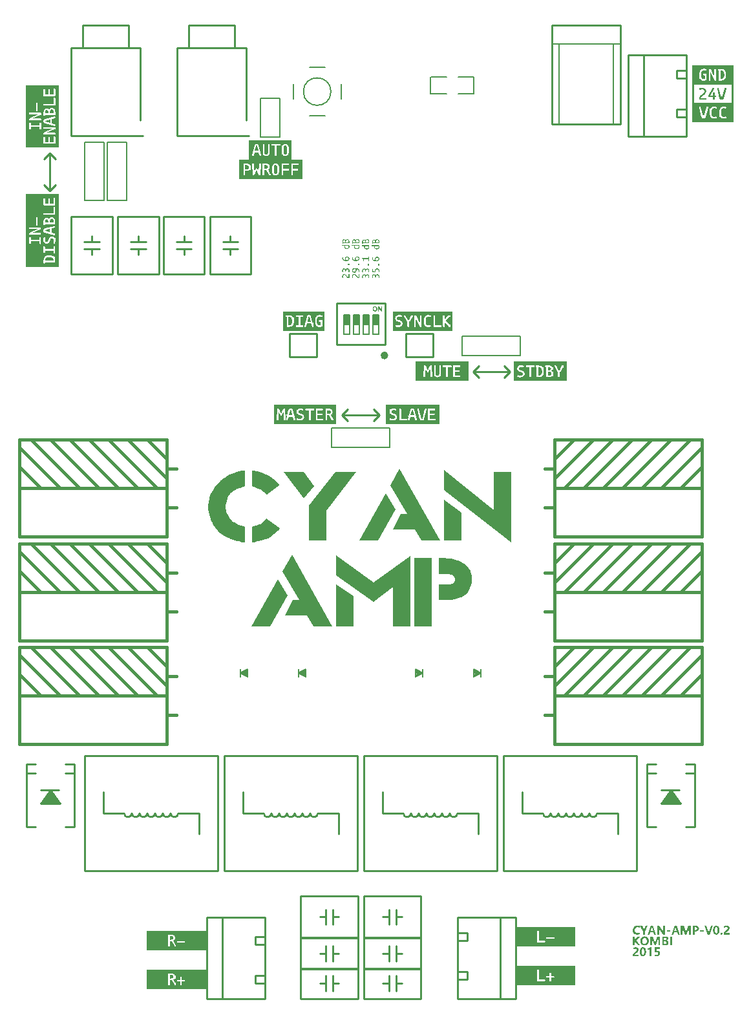
<source format=gto>
G04*
G04 #@! TF.GenerationSoftware,Altium Limited,Altium Designer,20.0.13 (296)*
G04*
G04 Layer_Color=65535*
%FSLAX44Y44*%
%MOMM*%
G71*
G01*
G75*
%ADD10C,0.5000*%
%ADD11C,0.2000*%
%ADD12C,0.2540*%
%ADD13C,0.1500*%
%ADD14C,0.2032*%
%ADD15C,0.3810*%
%ADD16R,0.7620X1.2700*%
G36*
X-394970Y982472D02*
X-418683D01*
Y1078230D01*
X-394970D01*
Y982472D01*
D02*
G37*
G36*
X-418683Y982472D02*
X-438912D01*
Y1078230D01*
X-418683D01*
Y982472D01*
D02*
G37*
G36*
X-46990Y899414D02*
X-101346D01*
Y924814D01*
X-46990D01*
Y899414D01*
D02*
G37*
G36*
X488442Y1221994D02*
X434086D01*
Y1247394D01*
X488442D01*
Y1221994D01*
D02*
G37*
G36*
X281376Y67818D02*
Y42418D01*
X203708D01*
Y67818D01*
X281376D01*
D02*
G37*
G36*
X141732Y833628D02*
X71628D01*
Y859028D01*
X141732D01*
Y833628D01*
D02*
G37*
G36*
X-90170Y1123442D02*
X-146050D01*
Y1148842D01*
X-90170D01*
Y1123442D01*
D02*
G37*
G36*
X112807Y601407D02*
X114218Y601265D01*
X115629Y601124D01*
X117463Y600983D01*
X119297Y600701D01*
X123248Y599713D01*
X127481Y598443D01*
X129597Y597597D01*
X131714Y596609D01*
X133689Y595480D01*
X135524Y594211D01*
X135665D01*
X135947Y593928D01*
X136511Y593646D01*
X137217Y593082D01*
X137922Y592517D01*
X138769Y591812D01*
X139756Y590824D01*
X140744Y589696D01*
X141732Y588426D01*
X142719Y587015D01*
X143566Y585322D01*
X144271Y583487D01*
X144977Y581512D01*
X145541Y579254D01*
X145824Y576856D01*
X145965Y574175D01*
Y574034D01*
Y573610D01*
Y572764D01*
X145824Y571776D01*
X145682Y570647D01*
X145400Y569236D01*
X145118Y567684D01*
X144695Y565991D01*
X144130Y564298D01*
X143425Y562464D01*
X142578Y560771D01*
X141450Y558936D01*
X140321Y557243D01*
X138910Y555550D01*
X137217Y553998D01*
X135382Y552587D01*
X135241D01*
X134959Y552305D01*
X134536Y552023D01*
X133830Y551599D01*
X132843Y551176D01*
X131855Y550612D01*
X130585Y550188D01*
X129033Y549624D01*
X127481Y549059D01*
X125647Y548495D01*
X123812Y547931D01*
X121696Y547508D01*
X119438Y547084D01*
X116899Y546802D01*
X114359Y546661D01*
X111678Y546520D01*
X102789D01*
Y567120D01*
X109844Y566838D01*
X110973D01*
X112242Y566979D01*
X113936D01*
X115629Y567120D01*
X117322Y567402D01*
X119015Y567684D01*
X120426Y568108D01*
X120567D01*
X120849Y568390D01*
X121414Y568813D01*
X121978Y569378D01*
X122543Y570083D01*
X123107Y571212D01*
X123389Y572482D01*
X123530Y574175D01*
Y574316D01*
Y574880D01*
X123389Y575586D01*
X122966Y576432D01*
X122543Y577420D01*
X121837Y578267D01*
X120849Y579113D01*
X119438Y579819D01*
X119297D01*
X118874Y579960D01*
X118027Y580242D01*
X117040Y580524D01*
X115629Y580665D01*
X113936Y580947D01*
X111960Y581089D01*
X102789D01*
X102789Y601548D01*
X111819D01*
X112807Y601407D01*
D02*
G37*
G36*
X93053Y511810D02*
X70054Y511810D01*
X70054Y601548D01*
X93053Y601548D01*
X93053Y511810D01*
D02*
G37*
G36*
X16861Y570083D02*
X65398Y604793D01*
X65398Y511810D01*
X42541D01*
Y564016D01*
X16579Y543980D01*
X-32241Y579395D01*
X-32241Y604934D01*
X16861Y570083D01*
D02*
G37*
G36*
X-9242Y551599D02*
Y511810D01*
X-32241D01*
Y566979D01*
X-9242Y551599D01*
D02*
G37*
G36*
X-36897Y511810D02*
X-61730D01*
X-70337Y526343D01*
X-98980Y526343D01*
X-88821Y546943D01*
X-80496D01*
X-102648Y584334D01*
X-90091Y605780D01*
X-36897Y511810D01*
D02*
G37*
G36*
X-95593Y552446D02*
X-118310Y511810D01*
X-143002D01*
X-108151Y573610D01*
X-95593Y552446D01*
D02*
G37*
G36*
X-202240Y62738D02*
Y37338D01*
X-279908D01*
Y62738D01*
X-202240D01*
D02*
G37*
G36*
X488442Y1172464D02*
X434086D01*
Y1197864D01*
X488442D01*
Y1172464D01*
D02*
G37*
G36*
X-202240Y113538D02*
Y88138D01*
X-279908D01*
Y113538D01*
X-202240D01*
D02*
G37*
G36*
X270510Y833628D02*
X200406D01*
Y859028D01*
X270510D01*
Y833628D01*
D02*
G37*
G36*
X-32004Y776986D02*
X-113284D01*
Y802386D01*
X-32004D01*
Y776986D01*
D02*
G37*
G36*
X-394970Y1139698D02*
X-418579D01*
Y1139698D01*
X-438912D01*
Y1220978D01*
X-418579D01*
Y1220978D01*
X-394970D01*
Y1139698D01*
D02*
G37*
G36*
X-141230Y716581D02*
X-140101Y716440D01*
X-138549Y716017D01*
X-136574Y715593D01*
X-134316Y715029D01*
X-131917Y714323D01*
X-129237Y713336D01*
X-126415Y712207D01*
X-123452Y710937D01*
X-120489Y709385D01*
X-117385Y707551D01*
X-114421Y705434D01*
X-111317Y703177D01*
X-108495Y700496D01*
X-105815Y697533D01*
X-123028Y684834D01*
X-123169Y684975D01*
X-123734Y685540D01*
X-124580Y686245D01*
X-125568Y687233D01*
X-126838Y688362D01*
X-128390Y689490D01*
X-129801Y690478D01*
X-131494Y691466D01*
X-131635Y691607D01*
X-132200Y691889D01*
X-133187Y692312D01*
X-134457Y692877D01*
X-136009Y693582D01*
X-137844Y694147D01*
X-139819Y694852D01*
X-142218Y695557D01*
X-142218Y716722D01*
X-141935D01*
X-141230Y716581D01*
D02*
G37*
G36*
X-60522Y695981D02*
X-74632Y679473D01*
X-101017Y714324D01*
X-74350D01*
X-60522Y695981D01*
D02*
G37*
G36*
X132075Y660989D02*
Y624586D01*
X109076D01*
Y677921D01*
X132075Y660989D01*
D02*
G37*
G36*
X104420Y624586D02*
X79587D01*
X70980Y639119D01*
X42337D01*
X52496Y659719D01*
X60821D01*
X38669Y697110D01*
X51226Y718556D01*
X104420Y624586D01*
D02*
G37*
G36*
X45724Y665222D02*
X23007Y624586D01*
X-1685Y624586D01*
X33166Y686386D01*
X45724Y665222D01*
D02*
G37*
G36*
X-45143Y664093D02*
Y624586D01*
X-67859D01*
Y670866D01*
X-32867Y714324D01*
X-6059D01*
X-45143Y664093D01*
D02*
G37*
G36*
X-105391Y640953D02*
X-105532Y640812D01*
X-105815Y640530D01*
X-106238Y640106D01*
X-106802Y639401D01*
X-107649Y638554D01*
X-108495Y637708D01*
X-110612Y635732D01*
X-113010Y633475D01*
X-115691Y631358D01*
X-118513Y629383D01*
X-121335Y627690D01*
X-121476D01*
X-121617Y627549D01*
X-122041Y627408D01*
X-122605Y627126D01*
X-123452Y626843D01*
X-124298Y626420D01*
X-125427Y626138D01*
X-126697Y625714D01*
X-127967Y625291D01*
X-129660Y624868D01*
X-131353Y624304D01*
X-133187Y623880D01*
X-135163Y623457D01*
X-137420Y623034D01*
X-139678Y622610D01*
X-142218Y622187D01*
Y642787D01*
X-142076D01*
X-141794Y642928D01*
X-141512D01*
X-140948Y643070D01*
X-139537Y643493D01*
X-137844Y643916D01*
X-136009Y644480D01*
X-134175Y645045D01*
X-132482Y645609D01*
X-131212Y646174D01*
X-131071Y646315D01*
X-130648Y646597D01*
X-129942Y647020D01*
X-129095Y647726D01*
X-127967Y648713D01*
X-126556Y649983D01*
X-125004Y651535D01*
X-123169Y653511D01*
X-105391Y640953D01*
D02*
G37*
G36*
X174263Y664799D02*
X174263Y714747D01*
X197121D01*
X197121Y622046D01*
X109076Y690760D01*
X109076Y717428D01*
X174263Y664799D01*
D02*
G37*
G36*
X-151812Y695699D02*
X-151953D01*
X-152376Y695557D01*
X-152941Y695416D01*
X-153787Y695134D01*
X-154775Y694852D01*
X-155904Y694570D01*
X-158585Y693582D01*
X-161407Y692453D01*
X-164370Y691183D01*
X-167192Y689490D01*
X-168462Y688644D01*
X-169590Y687797D01*
X-169731Y687656D01*
X-169872Y687374D01*
X-170296Y686951D01*
X-170719Y686386D01*
X-171283Y685540D01*
X-171848Y684552D01*
X-173118Y682294D01*
X-174388Y679473D01*
X-175516Y676368D01*
X-176363Y672841D01*
X-176504Y671007D01*
X-176645Y669031D01*
Y668890D01*
Y668608D01*
Y668044D01*
X-176504Y667338D01*
Y666492D01*
X-176222Y665504D01*
X-175799Y663105D01*
X-174952Y660424D01*
X-173823Y657602D01*
X-172130Y654781D01*
X-171001Y653370D01*
X-169872Y651959D01*
X-169731D01*
X-169590Y651676D01*
X-169167Y651394D01*
X-168744Y650971D01*
X-168038Y650406D01*
X-167192Y649701D01*
X-165216Y648431D01*
X-162677Y646879D01*
X-159572Y645327D01*
X-155904Y643916D01*
X-151812Y642646D01*
Y622046D01*
X-152094D01*
X-152800Y622187D01*
X-153929Y622328D01*
X-155339Y622610D01*
X-157174Y623034D01*
X-159290Y623457D01*
X-161689Y624021D01*
X-164229Y624868D01*
X-166910Y625714D01*
X-169731Y626702D01*
X-172553Y627831D01*
X-175375Y629242D01*
X-178197Y630794D01*
X-181019Y632487D01*
X-183559Y634463D01*
X-186099Y636579D01*
X-186240Y636720D01*
X-186663Y637143D01*
X-187369Y637849D01*
X-188215Y638978D01*
X-189203Y640247D01*
X-190332Y641658D01*
X-191602Y643493D01*
X-192871Y645468D01*
X-194141Y647726D01*
X-195411Y650265D01*
X-196540Y652946D01*
X-197528Y655768D01*
X-198374Y658872D01*
X-199080Y662117D01*
X-199503Y665504D01*
X-199644Y669031D01*
Y669314D01*
Y669878D01*
X-199503Y670866D01*
X-199362Y672277D01*
X-199221Y673970D01*
X-198797Y675804D01*
X-198374Y678062D01*
X-197669Y680319D01*
X-196963Y682859D01*
X-195975Y685540D01*
X-194706Y688221D01*
X-193153Y691042D01*
X-191460Y693864D01*
X-189485Y696686D01*
X-187086Y699367D01*
X-184405Y702048D01*
X-184265Y702189D01*
X-183841Y702612D01*
X-183277Y703177D01*
X-182289Y703882D01*
X-181160Y704870D01*
X-179749Y705999D01*
X-178056Y707128D01*
X-176081Y708256D01*
X-173964Y709526D01*
X-171566Y710796D01*
X-168885Y712066D01*
X-165922Y713195D01*
X-162818Y714182D01*
X-159431Y715170D01*
X-155763Y716017D01*
X-151812Y716581D01*
X-151812Y695699D01*
D02*
G37*
G36*
X478607Y1217450D02*
X478723Y1217403D01*
X478862Y1217334D01*
X478954Y1217218D01*
X479047Y1217079D01*
X479070Y1216871D01*
Y1216848D01*
Y1216778D01*
Y1216686D01*
X479047Y1216617D01*
X475877Y1203913D01*
Y1203867D01*
X475830Y1203774D01*
X475761Y1203589D01*
X475668Y1203404D01*
X475553Y1203173D01*
X475368Y1202918D01*
X475159Y1202687D01*
X474882Y1202455D01*
X474835Y1202432D01*
X474743Y1202363D01*
X474581Y1202293D01*
X474372Y1202201D01*
X474095Y1202085D01*
X473794Y1202016D01*
X473447Y1201946D01*
X473077Y1201923D01*
X472892D01*
X472706Y1201946D01*
X472452Y1201992D01*
X472174Y1202062D01*
X471873Y1202154D01*
X471549Y1202270D01*
X471249Y1202455D01*
X471226Y1202478D01*
X471133Y1202548D01*
X470994Y1202687D01*
X470832Y1202849D01*
X470670Y1203057D01*
X470508Y1203335D01*
X470346Y1203635D01*
X470230Y1203982D01*
X467060Y1216593D01*
Y1216617D01*
Y1216663D01*
X467037Y1216732D01*
Y1216848D01*
Y1216871D01*
Y1216894D01*
X467060Y1217010D01*
X467107Y1217149D01*
X467222Y1217288D01*
X467269Y1217311D01*
X467361Y1217380D01*
X467546Y1217450D01*
X467755Y1217473D01*
X468634D01*
X468750Y1217450D01*
X468888Y1217403D01*
X469027Y1217334D01*
X469143Y1217218D01*
X469259Y1217079D01*
X469328Y1216894D01*
X472452Y1204376D01*
Y1204353D01*
X472498Y1204260D01*
X472568Y1204144D01*
X472660Y1204052D01*
X472683Y1204029D01*
X472776Y1204006D01*
X472915Y1203982D01*
X473077Y1203959D01*
X473123D01*
X473192Y1203982D01*
X473331Y1204006D01*
X473447Y1204052D01*
X473470Y1204075D01*
X473540Y1204144D01*
X473632Y1204260D01*
X473678Y1204422D01*
X476779Y1216732D01*
Y1216755D01*
X476825Y1216848D01*
X476871Y1216964D01*
X476964Y1217103D01*
X477057Y1217241D01*
X477219Y1217357D01*
X477381Y1217450D01*
X477612Y1217473D01*
X478491D01*
X478607Y1217450D01*
D02*
G37*
G36*
X462502D02*
X462664Y1217403D01*
X462826Y1217311D01*
X462849Y1217288D01*
X462942Y1217218D01*
X463011Y1217079D01*
X463034Y1216894D01*
Y1216871D01*
Y1216825D01*
X462988Y1216709D01*
X462942Y1216524D01*
X458152Y1207268D01*
X461553D01*
Y1210716D01*
Y1210739D01*
X461576Y1210832D01*
X461600Y1210947D01*
X461646Y1211086D01*
X461738Y1211225D01*
X461877Y1211341D01*
X462062Y1211433D01*
X462317Y1211457D01*
X463173D01*
X463289Y1211410D01*
X463451Y1211364D01*
X463590Y1211271D01*
X463705Y1211156D01*
X463798Y1210971D01*
X463821Y1210716D01*
Y1207268D01*
X464862D01*
X464978Y1207222D01*
X465140Y1207176D01*
X465279Y1207083D01*
X465394Y1206967D01*
X465487Y1206782D01*
X465510Y1206528D01*
Y1205972D01*
Y1205949D01*
Y1205857D01*
X465464Y1205741D01*
X465418Y1205602D01*
X465325Y1205440D01*
X465186Y1205324D01*
X465001Y1205232D01*
X464747Y1205209D01*
X463798D01*
Y1202895D01*
Y1202872D01*
Y1202779D01*
X463751Y1202663D01*
X463705Y1202525D01*
X463613Y1202363D01*
X463474Y1202247D01*
X463289Y1202154D01*
X463034Y1202131D01*
X462271D01*
X462178Y1202154D01*
X462062Y1202178D01*
X461923Y1202224D01*
X461785Y1202316D01*
X461669Y1202455D01*
X461576Y1202640D01*
X461553Y1202895D01*
Y1205209D01*
X456463D01*
X456370Y1205232D01*
X456254Y1205255D01*
X456115Y1205301D01*
X455977Y1205394D01*
X455861Y1205533D01*
X455768Y1205695D01*
X455745Y1205949D01*
Y1206805D01*
Y1206829D01*
Y1206875D01*
Y1206944D01*
X455768Y1207060D01*
X455815Y1207291D01*
X455907Y1207546D01*
X460558Y1216848D01*
Y1216871D01*
X460581Y1216894D01*
X460651Y1217033D01*
X460766Y1217195D01*
X460928Y1217334D01*
X460975Y1217357D01*
X461091Y1217403D01*
X461299Y1217450D01*
X461553Y1217473D01*
X462363D01*
X462502Y1217450D01*
D02*
G37*
G36*
X447924Y1217658D02*
X448109D01*
X448317Y1217635D01*
X448572Y1217588D01*
X448827Y1217542D01*
X449405Y1217403D01*
X450030Y1217218D01*
X450631Y1216941D01*
X450932Y1216755D01*
X451210Y1216570D01*
X451233Y1216547D01*
X451279Y1216524D01*
X451349Y1216455D01*
X451441Y1216362D01*
X451557Y1216246D01*
X451673Y1216107D01*
X451812Y1215946D01*
X451950Y1215760D01*
X452089Y1215529D01*
X452228Y1215298D01*
X452344Y1215020D01*
X452459Y1214742D01*
X452552Y1214418D01*
X452621Y1214071D01*
X452668Y1213701D01*
X452691Y1213308D01*
Y1213285D01*
Y1213261D01*
Y1213192D01*
Y1213099D01*
X452668Y1212845D01*
X452621Y1212544D01*
X452552Y1212174D01*
X452436Y1211804D01*
X452298Y1211387D01*
X452112Y1210994D01*
X452089Y1210947D01*
X452020Y1210832D01*
X451904Y1210623D01*
X451742Y1210392D01*
X451534Y1210114D01*
X451302Y1209814D01*
X451048Y1209513D01*
X450747Y1209212D01*
X450701Y1209189D01*
X450608Y1209073D01*
X450446Y1208934D01*
X450215Y1208726D01*
X449914Y1208472D01*
X449590Y1208217D01*
X449197Y1207916D01*
X448780Y1207592D01*
X448757Y1207569D01*
X448711Y1207546D01*
X448642Y1207477D01*
X448526Y1207384D01*
X448248Y1207153D01*
X447924Y1206875D01*
X447554Y1206551D01*
X447184Y1206227D01*
X446837Y1205880D01*
X446536Y1205579D01*
X446513Y1205556D01*
X446420Y1205463D01*
X446304Y1205301D01*
X446189Y1205139D01*
X446050Y1204908D01*
X445911Y1204677D01*
X445818Y1204445D01*
X445749Y1204191D01*
X452436D01*
X452552Y1204144D01*
X452714Y1204098D01*
X452853Y1204006D01*
X452968Y1203890D01*
X453061Y1203705D01*
X453084Y1203450D01*
Y1202872D01*
Y1202849D01*
Y1202756D01*
X453038Y1202640D01*
X452992Y1202502D01*
X452899Y1202363D01*
X452760Y1202247D01*
X452575Y1202154D01*
X452321Y1202131D01*
X444199D01*
X444106Y1202154D01*
X443991Y1202178D01*
X443852Y1202224D01*
X443690Y1202316D01*
X443574Y1202455D01*
X443481Y1202617D01*
X443458Y1202872D01*
Y1203381D01*
Y1203404D01*
Y1203450D01*
Y1203520D01*
Y1203612D01*
X443481Y1203867D01*
X443528Y1204191D01*
X443597Y1204584D01*
X443713Y1204977D01*
X443852Y1205394D01*
X444037Y1205810D01*
Y1205834D01*
X444060Y1205857D01*
X444152Y1205996D01*
X444268Y1206181D01*
X444430Y1206435D01*
X444615Y1206713D01*
X444847Y1206991D01*
X445078Y1207268D01*
X445332Y1207523D01*
X445356Y1207546D01*
X445471Y1207638D01*
X445610Y1207777D01*
X445842Y1207962D01*
X446096Y1208171D01*
X446420Y1208425D01*
X446790Y1208726D01*
X447184Y1209027D01*
X447207Y1209050D01*
X447230Y1209073D01*
X447392Y1209189D01*
X447600Y1209374D01*
X447855Y1209582D01*
X448156Y1209837D01*
X448456Y1210091D01*
X448757Y1210323D01*
X449012Y1210554D01*
X449035Y1210577D01*
X449127Y1210647D01*
X449220Y1210762D01*
X449382Y1210924D01*
X449521Y1211109D01*
X449706Y1211318D01*
X449868Y1211549D01*
X450007Y1211804D01*
X450030Y1211827D01*
X450076Y1211919D01*
X450122Y1212058D01*
X450215Y1212243D01*
X450284Y1212475D01*
X450331Y1212729D01*
X450377Y1213007D01*
X450400Y1213308D01*
Y1213331D01*
Y1213400D01*
X450377Y1213516D01*
X450354Y1213678D01*
X450308Y1213840D01*
X450261Y1214025D01*
X450169Y1214233D01*
X450053Y1214465D01*
X449891Y1214673D01*
X449706Y1214881D01*
X449474Y1215066D01*
X449197Y1215251D01*
X448873Y1215390D01*
X448503Y1215506D01*
X448063Y1215575D01*
X447554Y1215598D01*
X447346D01*
X447114Y1215575D01*
X446790Y1215529D01*
X446397Y1215483D01*
X445957Y1215390D01*
X445471Y1215251D01*
X444939Y1215089D01*
X444916D01*
X444823Y1215066D01*
X444731Y1215043D01*
X444569D01*
X444476Y1215066D01*
X444384Y1215113D01*
X444291Y1215159D01*
X444176Y1215251D01*
X444060Y1215390D01*
X443967Y1215552D01*
X443782Y1216084D01*
Y1216107D01*
X443759Y1216177D01*
X443736Y1216270D01*
X443713Y1216408D01*
Y1216432D01*
Y1216478D01*
X443736Y1216570D01*
X443782Y1216663D01*
X443829Y1216778D01*
X443921Y1216871D01*
X444037Y1216987D01*
X444199Y1217056D01*
X444222D01*
X444268Y1217079D01*
X444361Y1217126D01*
X444500Y1217149D01*
X444638Y1217195D01*
X444823Y1217264D01*
X445032Y1217311D01*
X445263Y1217380D01*
X445772Y1217473D01*
X446328Y1217588D01*
X446929Y1217658D01*
X447554Y1217681D01*
X447762D01*
X447924Y1217658D01*
D02*
G37*
G36*
X103124Y776986D02*
X33020D01*
Y802386D01*
X103124D01*
Y776986D01*
D02*
G37*
G36*
X363115Y120304D02*
X363282D01*
X363467Y120286D01*
X363671Y120267D01*
X364097Y120211D01*
X364578Y120137D01*
X365041Y120026D01*
X365485Y119878D01*
Y117527D01*
X365467D01*
X365430Y117564D01*
X365374Y117582D01*
X365282Y117638D01*
X365171Y117675D01*
X365041Y117730D01*
X364893Y117804D01*
X364726Y117860D01*
X364337Y117990D01*
X363893Y118082D01*
X363393Y118156D01*
X362856Y118193D01*
X362689D01*
X362578Y118175D01*
X362430Y118156D01*
X362264Y118138D01*
X362078Y118101D01*
X361893Y118063D01*
X361467Y117934D01*
X361245Y117841D01*
X361004Y117749D01*
X360782Y117619D01*
X360579Y117471D01*
X360375Y117304D01*
X360171Y117119D01*
X360153Y117101D01*
X360134Y117064D01*
X360079Y117008D01*
X360023Y116934D01*
X359949Y116823D01*
X359856Y116693D01*
X359764Y116545D01*
X359671Y116378D01*
X359579Y116175D01*
X359486Y115971D01*
X359412Y115749D01*
X359319Y115490D01*
X359208Y114953D01*
X359190Y114638D01*
X359171Y114323D01*
Y114305D01*
Y114249D01*
Y114157D01*
X359190Y114045D01*
X359208Y113897D01*
X359227Y113731D01*
X359245Y113546D01*
X359282Y113360D01*
X359394Y112916D01*
X359579Y112472D01*
X359671Y112231D01*
X359801Y112009D01*
X359949Y111805D01*
X360116Y111601D01*
X360134Y111583D01*
X360153Y111564D01*
X360208Y111509D01*
X360301Y111435D01*
X360393Y111361D01*
X360504Y111286D01*
X360653Y111194D01*
X360801Y111101D01*
X360986Y110990D01*
X361171Y110898D01*
X361615Y110750D01*
X362134Y110620D01*
X362412Y110601D01*
X362708Y110583D01*
X362856D01*
X362967Y110601D01*
X363097D01*
X363264Y110620D01*
X363430Y110638D01*
X363634Y110675D01*
X364060Y110768D01*
X364523Y110898D01*
X365004Y111083D01*
X365485Y111323D01*
Y109083D01*
X365467D01*
X365430Y109065D01*
X365356Y109027D01*
X365263Y108990D01*
X365134Y108953D01*
X364986Y108898D01*
X364819Y108842D01*
X364615Y108787D01*
X364393Y108731D01*
X364152Y108676D01*
X363875Y108620D01*
X363597Y108583D01*
X363282Y108546D01*
X362949Y108509D01*
X362597Y108490D01*
X362115D01*
X361986Y108509D01*
X361801D01*
X361578Y108546D01*
X361319Y108565D01*
X361041Y108620D01*
X360745Y108676D01*
X360412Y108768D01*
X360079Y108861D01*
X359745Y108990D01*
X359394Y109138D01*
X359060Y109324D01*
X358727Y109527D01*
X358412Y109750D01*
X358116Y110027D01*
X358097Y110046D01*
X358060Y110101D01*
X357968Y110194D01*
X357875Y110305D01*
X357764Y110472D01*
X357634Y110657D01*
X357505Y110861D01*
X357357Y111120D01*
X357209Y111397D01*
X357079Y111712D01*
X356949Y112046D01*
X356838Y112416D01*
X356746Y112805D01*
X356671Y113231D01*
X356616Y113675D01*
X356598Y114138D01*
Y114175D01*
Y114268D01*
X356616Y114397D01*
Y114582D01*
X356653Y114823D01*
X356690Y115082D01*
X356746Y115397D01*
X356820Y115712D01*
X356894Y116064D01*
X357005Y116416D01*
X357153Y116786D01*
X357320Y117156D01*
X357505Y117527D01*
X357746Y117897D01*
X358005Y118249D01*
X358301Y118582D01*
X358320Y118601D01*
X358375Y118656D01*
X358468Y118749D01*
X358616Y118860D01*
X358782Y118989D01*
X358986Y119137D01*
X359227Y119286D01*
X359486Y119452D01*
X359782Y119619D01*
X360116Y119767D01*
X360486Y119915D01*
X360875Y120045D01*
X361282Y120156D01*
X361727Y120248D01*
X362189Y120304D01*
X362689Y120323D01*
X362967D01*
X363115Y120304D01*
D02*
G37*
G36*
X372300Y112749D02*
Y108676D01*
X369855D01*
Y112712D01*
X366208Y120119D01*
X369004D01*
X370929Y115749D01*
X370948Y115712D01*
X370966Y115675D01*
X370985Y115582D01*
X371022Y115471D01*
X371077Y115304D01*
X371133Y115101D01*
X371207Y114842D01*
X371226D01*
Y114860D01*
X371244Y114934D01*
X371263Y115027D01*
X371300Y115156D01*
X371374Y115434D01*
X371466Y115730D01*
X373448Y120119D01*
X376040D01*
X372300Y112749D01*
D02*
G37*
G36*
X449292Y112212D02*
X444922D01*
Y113897D01*
X449292D01*
Y112212D01*
D02*
G37*
G36*
X405759Y112212D02*
X401389D01*
Y113897D01*
X405759D01*
Y112212D01*
D02*
G37*
G36*
X398908Y108676D02*
X396408D01*
X391557Y116082D01*
X391538Y116101D01*
X391501Y116175D01*
X391427Y116286D01*
X391353Y116416D01*
X391168Y116712D01*
X391075Y116860D01*
X391001Y117008D01*
X390964D01*
Y116990D01*
X390983Y116897D01*
Y116749D01*
X391001Y116564D01*
X391020Y116304D01*
Y115990D01*
X391038Y115619D01*
Y115175D01*
Y108676D01*
X388724D01*
Y120119D01*
X391390D01*
X396056Y112916D01*
X396075Y112879D01*
X396130Y112805D01*
X396204Y112675D01*
X396297Y112527D01*
X396408Y112379D01*
X396501Y112231D01*
X396575Y112101D01*
X396630Y112009D01*
X396667D01*
Y112027D01*
X396649Y112083D01*
Y112194D01*
X396630Y112360D01*
X396612Y112583D01*
Y112860D01*
X396593Y113194D01*
Y113601D01*
Y120119D01*
X398908D01*
Y108676D01*
D02*
G37*
G36*
X432478Y108676D02*
X430053D01*
Y115619D01*
Y115638D01*
Y115656D01*
Y115712D01*
Y115786D01*
Y115897D01*
Y116008D01*
X430071Y116286D01*
Y116638D01*
X430108Y117045D01*
X430127Y117527D01*
X430164Y118045D01*
X430090D01*
Y118027D01*
Y117990D01*
X430071Y117934D01*
X430053Y117860D01*
X430016Y117675D01*
X429960Y117452D01*
X429905Y117193D01*
X429849Y116952D01*
X429794Y116730D01*
X429738Y116564D01*
X426923Y108676D01*
X424979D01*
X422109Y116490D01*
Y116508D01*
X422091Y116545D01*
X422054Y116638D01*
X422017Y116786D01*
X421980Y116990D01*
X421943Y117119D01*
X421906Y117267D01*
X421869Y117434D01*
X421832Y117619D01*
X421794Y117823D01*
X421739Y118045D01*
X421683D01*
Y118027D01*
Y117990D01*
Y117897D01*
X421702Y117804D01*
Y117675D01*
X421720Y117508D01*
Y117341D01*
X421739Y117138D01*
Y116693D01*
X421757Y116212D01*
X421776Y115675D01*
Y115138D01*
Y108676D01*
X419572D01*
Y120119D01*
X423128D01*
X425590Y113194D01*
X425609Y113157D01*
X425646Y113046D01*
X425701Y112879D01*
X425757Y112675D01*
X425831Y112435D01*
X425905Y112157D01*
X425961Y111879D01*
X426016Y111583D01*
X426072D01*
Y111601D01*
X426090Y111620D01*
Y111675D01*
X426109Y111749D01*
X426164Y111916D01*
X426220Y112138D01*
X426275Y112397D01*
X426368Y112675D01*
X426442Y112953D01*
X426535Y113212D01*
X429016Y120119D01*
X432478Y120119D01*
Y108676D01*
D02*
G37*
G36*
X457161D02*
X454402D01*
X450477Y120119D01*
X453106D01*
X455587Y112027D01*
Y112009D01*
X455624Y111916D01*
X455643Y111805D01*
X455680Y111657D01*
X455717Y111490D01*
X455754Y111286D01*
X455809Y110898D01*
X455865D01*
Y110916D01*
X455883Y110990D01*
X455902Y111101D01*
X455920Y111249D01*
X455958Y111416D01*
X455995Y111601D01*
X456106Y112046D01*
X458587Y120119D01*
X461142D01*
X457161Y108676D01*
D02*
G37*
G36*
X479844Y120304D02*
X479992D01*
X480159Y120286D01*
X480344Y120248D01*
X480548Y120211D01*
X480992Y120100D01*
X481436Y119952D01*
X481881Y119730D01*
X482085Y119582D01*
X482270Y119434D01*
X482288Y119415D01*
X482307Y119397D01*
X482362Y119341D01*
X482418Y119267D01*
X482510Y119193D01*
X482584Y119082D01*
X482677Y118952D01*
X482770Y118804D01*
X482955Y118471D01*
X483121Y118045D01*
X483232Y117564D01*
X483251Y117304D01*
X483270Y117027D01*
Y116990D01*
Y116878D01*
X483251Y116712D01*
X483232Y116508D01*
X483195Y116267D01*
X483140Y116008D01*
X483066Y115749D01*
X482973Y115471D01*
X482955Y115434D01*
X482918Y115360D01*
X482862Y115231D01*
X482770Y115045D01*
X482640Y114860D01*
X482510Y114638D01*
X482344Y114416D01*
X482140Y114175D01*
X482122Y114157D01*
X482029Y114064D01*
X481899Y113934D01*
X481714Y113768D01*
X481473Y113546D01*
X481177Y113305D01*
X480825Y113027D01*
X480400Y112712D01*
X480381D01*
X480344Y112675D01*
X480288Y112638D01*
X480214Y112583D01*
X480011Y112435D01*
X479770Y112249D01*
X479511Y112046D01*
X479251Y111823D01*
X479011Y111620D01*
X478826Y111435D01*
X478807Y111416D01*
X478770Y111361D01*
X478696Y111268D01*
X478640Y111175D01*
X478492Y110916D01*
X478455Y110787D01*
X478437Y110657D01*
X483307D01*
Y108676D01*
X475678D01*
Y109509D01*
Y109527D01*
Y109546D01*
Y109657D01*
X475696Y109842D01*
X475715Y110064D01*
X475752Y110305D01*
X475826Y110583D01*
X475900Y110879D01*
X476011Y111157D01*
X476030Y111194D01*
X476067Y111286D01*
X476141Y111416D01*
X476252Y111601D01*
X476381Y111823D01*
X476530Y112046D01*
X476715Y112286D01*
X476918Y112527D01*
X476937Y112564D01*
X477029Y112638D01*
X477159Y112786D01*
X477363Y112953D01*
X477603Y113175D01*
X477918Y113434D01*
X478289Y113712D01*
X478714Y114027D01*
X478733Y114045D01*
X478770Y114064D01*
X478826Y114101D01*
X478900Y114175D01*
X479085Y114323D01*
X479325Y114527D01*
X479585Y114749D01*
X479826Y114990D01*
X480066Y115249D01*
X480251Y115490D01*
X480270Y115527D01*
X480325Y115601D01*
X480400Y115730D01*
X480474Y115897D01*
X480548Y116101D01*
X480622Y116341D01*
X480677Y116601D01*
X480696Y116860D01*
Y116878D01*
Y116934D01*
X480677Y117008D01*
Y117101D01*
X480603Y117341D01*
X480548Y117490D01*
X480492Y117638D01*
X480400Y117767D01*
X480288Y117915D01*
X480140Y118045D01*
X479992Y118156D01*
X479788Y118249D01*
X479566Y118323D01*
X479307Y118378D01*
X479011Y118397D01*
X478863D01*
X478751Y118378D01*
X478622Y118360D01*
X478474Y118341D01*
X478289Y118304D01*
X478103Y118249D01*
X477677Y118101D01*
X477437Y118008D01*
X477196Y117897D01*
X476955Y117767D01*
X476696Y117601D01*
X476455Y117416D01*
X476196Y117212D01*
Y119341D01*
X476215Y119360D01*
X476270Y119378D01*
X476344Y119434D01*
X476455Y119489D01*
X476604Y119563D01*
X476770Y119656D01*
X476955Y119749D01*
X477178Y119841D01*
X477418Y119915D01*
X477677Y120008D01*
X477955Y120100D01*
X478251Y120174D01*
X478881Y120286D01*
X479214Y120304D01*
X479566Y120323D01*
X479733D01*
X479844Y120304D01*
D02*
G37*
G36*
X439367Y120100D02*
X439478D01*
X439756Y120063D01*
X440089Y120008D01*
X440441Y119934D01*
X440830Y119823D01*
X441237Y119675D01*
X441626Y119471D01*
X442015Y119230D01*
X442366Y118934D01*
X442700Y118582D01*
X442977Y118175D01*
X443088Y117934D01*
X443181Y117693D01*
X443255Y117416D01*
X443311Y117138D01*
X443348Y116823D01*
X443366Y116490D01*
Y116471D01*
Y116416D01*
Y116323D01*
X443348Y116193D01*
X443329Y116045D01*
X443292Y115879D01*
X443255Y115693D01*
X443200Y115471D01*
X443144Y115267D01*
X443051Y115027D01*
X442940Y114805D01*
X442829Y114564D01*
X442663Y114323D01*
X442496Y114101D01*
X442292Y113879D01*
X442070Y113675D01*
X442052Y113657D01*
X442015Y113638D01*
X441940Y113582D01*
X441829Y113509D01*
X441718Y113434D01*
X441552Y113342D01*
X441385Y113249D01*
X441181Y113157D01*
X440959Y113064D01*
X440718Y112971D01*
X440441Y112879D01*
X440163Y112805D01*
X439867Y112731D01*
X439533Y112694D01*
X439200Y112657D01*
X437589D01*
Y108676D01*
X435145D01*
Y120119D01*
X439274D01*
X439367Y120100D01*
D02*
G37*
G36*
X418128Y108676D02*
X415462D01*
X414610Y111286D01*
X410444D01*
X409592Y108676D01*
X406944D01*
X411147Y120119D01*
X414017D01*
X418128Y108676D01*
D02*
G37*
G36*
X387280D02*
X384613D01*
X383761Y111286D01*
X379595D01*
X378743Y108676D01*
X376096D01*
X380299Y120119D01*
X383169D01*
X387280Y108676D01*
D02*
G37*
G36*
X472937Y110990D02*
X473067Y110972D01*
X473233Y110916D01*
X473382Y110861D01*
X473548Y110768D01*
X473715Y110638D01*
X473733Y110620D01*
X473770Y110583D01*
X473845Y110490D01*
X473919Y110398D01*
X473993Y110268D01*
X474067Y110101D01*
X474104Y109935D01*
X474122Y109731D01*
Y109713D01*
Y109639D01*
X474104Y109546D01*
X474067Y109416D01*
X474030Y109268D01*
X473956Y109120D01*
X473845Y108972D01*
X473715Y108824D01*
X473697Y108805D01*
X473641Y108768D01*
X473548Y108713D01*
X473437Y108657D01*
X473289Y108602D01*
X473122Y108546D01*
X472919Y108509D01*
X472697Y108490D01*
X472604D01*
X472493Y108509D01*
X472363Y108527D01*
X472197Y108583D01*
X472030Y108639D01*
X471863Y108731D01*
X471697Y108842D01*
X471678Y108861D01*
X471641Y108898D01*
X471567Y108990D01*
X471493Y109083D01*
X471419Y109213D01*
X471345Y109361D01*
X471308Y109546D01*
X471289Y109731D01*
Y109750D01*
Y109824D01*
X471308Y109935D01*
X471345Y110046D01*
X471400Y110194D01*
X471474Y110342D01*
X471567Y110490D01*
X471715Y110638D01*
X471734Y110657D01*
X471789Y110694D01*
X471882Y110750D01*
X472011Y110824D01*
X472160Y110898D01*
X472326Y110953D01*
X472511Y110990D01*
X472734Y111009D01*
X472826D01*
X472937Y110990D01*
D02*
G37*
G36*
X466234Y120304D02*
X466438Y120286D01*
X466679Y120230D01*
X466975Y120137D01*
X467308Y120008D01*
X467679Y119841D01*
X468049Y119600D01*
X468234Y119452D01*
X468401Y119286D01*
X468586Y119101D01*
X468771Y118897D01*
X468938Y118675D01*
X469104Y118415D01*
X469253Y118156D01*
X469401Y117860D01*
X469530Y117527D01*
X469641Y117193D01*
X469752Y116804D01*
X469845Y116397D01*
X469919Y115971D01*
X469975Y115508D01*
X469993Y115008D01*
X470012Y114471D01*
Y114434D01*
Y114342D01*
Y114194D01*
X469993Y114008D01*
X469975Y113768D01*
X469956Y113490D01*
X469919Y113175D01*
X469882Y112842D01*
X469752Y112138D01*
X469660Y111768D01*
X469567Y111398D01*
X469438Y111027D01*
X469290Y110675D01*
X469123Y110361D01*
X468938Y110046D01*
X468919Y110027D01*
X468882Y109972D01*
X468827Y109898D01*
X468734Y109805D01*
X468623Y109694D01*
X468493Y109546D01*
X468327Y109416D01*
X468142Y109268D01*
X467938Y109120D01*
X467716Y108990D01*
X467456Y108861D01*
X467179Y108731D01*
X466882Y108639D01*
X466568Y108565D01*
X466216Y108509D01*
X465845Y108490D01*
X465753D01*
X465679Y108509D01*
X465475Y108527D01*
X465216Y108583D01*
X464901Y108657D01*
X464568Y108787D01*
X464197Y108972D01*
X463827Y109213D01*
X463642Y109342D01*
X463457Y109509D01*
X463272Y109694D01*
X463086Y109879D01*
X462920Y110101D01*
X462753Y110342D01*
X462587Y110620D01*
X462438Y110898D01*
X462309Y111212D01*
X462179Y111564D01*
X462068Y111934D01*
X461976Y112323D01*
X461901Y112749D01*
X461846Y113212D01*
X461827Y113694D01*
X461809Y114212D01*
Y114249D01*
Y114342D01*
Y114490D01*
X461827Y114693D01*
X461846Y114953D01*
X461864Y115231D01*
X461901Y115545D01*
X461938Y115897D01*
X462068Y116619D01*
X462161Y117008D01*
X462272Y117378D01*
X462401Y117749D01*
X462550Y118101D01*
X462716Y118434D01*
X462901Y118749D01*
X462920Y118767D01*
X462957Y118823D01*
X463012Y118897D01*
X463105Y118989D01*
X463216Y119119D01*
X463364Y119249D01*
X463512Y119397D01*
X463716Y119545D01*
X463920Y119675D01*
X464160Y119823D01*
X464420Y119952D01*
X464697Y120082D01*
X465012Y120174D01*
X465345Y120248D01*
X465697Y120304D01*
X466068Y120323D01*
X466160D01*
X466234Y120304D01*
D02*
G37*
G36*
X361523Y100536D02*
X365948Y94555D01*
X362875D01*
X359394Y99554D01*
X359375Y99591D01*
X359338Y99628D01*
X359301Y99703D01*
X359264Y99776D01*
X359208Y99888D01*
X359153Y99999D01*
X359097Y100147D01*
X359060D01*
Y94555D01*
X356616D01*
Y105998D01*
X359060D01*
Y100591D01*
X359097D01*
Y100610D01*
X359134Y100647D01*
X359153Y100721D01*
X359208Y100795D01*
X359301Y100999D01*
X359412Y101202D01*
X362708Y105998D01*
X365615D01*
X361523Y100536D01*
D02*
G37*
G36*
X392409Y94555D02*
X389983D01*
Y101499D01*
Y101517D01*
Y101536D01*
Y101591D01*
Y101665D01*
Y101776D01*
Y101887D01*
X390001Y102165D01*
Y102517D01*
X390038Y102924D01*
X390057Y103406D01*
X390094Y103924D01*
X390020D01*
Y103906D01*
Y103869D01*
X390001Y103813D01*
X389983Y103739D01*
X389946Y103554D01*
X389890Y103332D01*
X389835Y103073D01*
X389779Y102832D01*
X389724Y102610D01*
X389668Y102443D01*
X386854Y94555D01*
X384909D01*
X382039Y102369D01*
Y102387D01*
X382021Y102424D01*
X381984Y102517D01*
X381947Y102665D01*
X381910Y102869D01*
X381873Y102998D01*
X381836Y103147D01*
X381799Y103313D01*
X381762Y103498D01*
X381725Y103702D01*
X381669Y103924D01*
X381613D01*
Y103906D01*
Y103869D01*
Y103776D01*
X381632Y103684D01*
Y103554D01*
X381650Y103387D01*
Y103221D01*
X381669Y103017D01*
Y102572D01*
X381688Y102091D01*
X381706Y101554D01*
Y101017D01*
Y94555D01*
X379502D01*
Y105998D01*
X383058D01*
X385520Y99073D01*
X385539Y99036D01*
X385576Y98925D01*
X385631Y98758D01*
X385687Y98554D01*
X385761Y98314D01*
X385835Y98036D01*
X385891Y97758D01*
X385946Y97462D01*
X386002D01*
Y97480D01*
X386020Y97499D01*
Y97555D01*
X386039Y97629D01*
X386094Y97795D01*
X386150Y98018D01*
X386205Y98277D01*
X386298Y98554D01*
X386372Y98832D01*
X386465Y99091D01*
X388946Y105998D01*
X392409D01*
Y94555D01*
D02*
G37*
G36*
X407851D02*
X405426D01*
Y105998D01*
X407851D01*
Y94555D01*
D02*
G37*
G36*
X399463Y105980D02*
X399612D01*
X399797Y105961D01*
X400000Y105943D01*
X400204Y105906D01*
X400667Y105831D01*
X401148Y105702D01*
X401611Y105535D01*
X401815Y105424D01*
X402019Y105295D01*
X402037D01*
X402056Y105257D01*
X402185Y105165D01*
X402333Y104998D01*
X402537Y104795D01*
X402722Y104498D01*
X402870Y104165D01*
X403000Y103776D01*
X403019Y103554D01*
X403037Y103332D01*
Y103313D01*
Y103295D01*
Y103239D01*
Y103165D01*
X403000Y102998D01*
X402963Y102776D01*
X402889Y102517D01*
X402778Y102239D01*
X402611Y101961D01*
X402408Y101684D01*
X402370Y101647D01*
X402296Y101573D01*
X402167Y101443D01*
X401982Y101295D01*
X401741Y101147D01*
X401482Y100980D01*
X401167Y100832D01*
X400834Y100721D01*
Y100684D01*
X400889D01*
X400945Y100665D01*
X401037Y100647D01*
X401241Y100591D01*
X401519Y100517D01*
X401833Y100406D01*
X402148Y100239D01*
X402463Y100054D01*
X402759Y99795D01*
X402796Y99758D01*
X402870Y99665D01*
X403000Y99499D01*
X403130Y99295D01*
X403259Y99017D01*
X403389Y98703D01*
X403463Y98351D01*
X403500Y97943D01*
Y97925D01*
Y97869D01*
Y97795D01*
X403481Y97684D01*
X403463Y97555D01*
X403445Y97406D01*
X403370Y97055D01*
X403222Y96647D01*
X403148Y96444D01*
X403037Y96240D01*
X402907Y96036D01*
X402759Y95833D01*
X402593Y95647D01*
X402389Y95462D01*
X402370Y95444D01*
X402333Y95425D01*
X402278Y95388D01*
X402185Y95314D01*
X402074Y95259D01*
X401945Y95184D01*
X401778Y95092D01*
X401593Y95018D01*
X401389Y94925D01*
X401167Y94851D01*
X400908Y94759D01*
X400648Y94703D01*
X400352Y94647D01*
X400037Y94592D01*
X399704Y94573D01*
X399352Y94555D01*
X395075D01*
Y105998D01*
X399334D01*
X399463Y105980D01*
D02*
G37*
G36*
X372355Y106183D02*
X372522D01*
X372725Y106146D01*
X372966Y106109D01*
X373244Y106072D01*
X373540Y105998D01*
X373836Y105906D01*
X374170Y105794D01*
X374503Y105665D01*
X374818Y105498D01*
X375151Y105313D01*
X375484Y105091D01*
X375781Y104850D01*
X376077Y104554D01*
X376096Y104535D01*
X376151Y104480D01*
X376225Y104387D01*
X376318Y104258D01*
X376429Y104091D01*
X376558Y103906D01*
X376688Y103684D01*
X376836Y103424D01*
X376966Y103128D01*
X377095Y102813D01*
X377225Y102461D01*
X377336Y102091D01*
X377447Y101702D01*
X377521Y101276D01*
X377558Y100814D01*
X377577Y100351D01*
Y100314D01*
Y100239D01*
X377558Y100091D01*
Y99906D01*
X377521Y99684D01*
X377503Y99425D01*
X377447Y99129D01*
X377392Y98814D01*
X377299Y98480D01*
X377206Y98129D01*
X377077Y97758D01*
X376929Y97406D01*
X376744Y97036D01*
X376540Y96684D01*
X376299Y96332D01*
X376021Y96018D01*
X376003Y95999D01*
X375947Y95944D01*
X375855Y95870D01*
X375744Y95758D01*
X375577Y95629D01*
X375392Y95499D01*
X375170Y95351D01*
X374929Y95203D01*
X374651Y95036D01*
X374336Y94888D01*
X374003Y94759D01*
X373633Y94629D01*
X373244Y94518D01*
X372836Y94444D01*
X372392Y94388D01*
X371929Y94370D01*
X371818D01*
X371688Y94388D01*
X371522D01*
X371318Y94425D01*
X371077Y94462D01*
X370800Y94499D01*
X370504Y94573D01*
X370189Y94647D01*
X369874Y94759D01*
X369541Y94888D01*
X369207Y95036D01*
X368874Y95222D01*
X368541Y95444D01*
X368226Y95684D01*
X367930Y95962D01*
X367911Y95981D01*
X367856Y96036D01*
X367781Y96129D01*
X367689Y96258D01*
X367578Y96406D01*
X367448Y96610D01*
X367300Y96832D01*
X367170Y97092D01*
X367022Y97369D01*
X366874Y97684D01*
X366745Y98036D01*
X366633Y98406D01*
X366541Y98795D01*
X366467Y99221D01*
X366411Y99665D01*
X366393Y100128D01*
Y100165D01*
Y100239D01*
X366411Y100388D01*
Y100573D01*
X366448Y100795D01*
X366485Y101073D01*
X366522Y101369D01*
X366596Y101684D01*
X366670Y102017D01*
X366782Y102369D01*
X366911Y102739D01*
X367059Y103110D01*
X367244Y103461D01*
X367448Y103832D01*
X367689Y104165D01*
X367967Y104498D01*
X367985Y104517D01*
X368041Y104572D01*
X368133Y104665D01*
X368244Y104757D01*
X368411Y104887D01*
X368596Y105035D01*
X368818Y105183D01*
X369078Y105350D01*
X369355Y105517D01*
X369670Y105665D01*
X370004Y105813D01*
X370374Y105943D01*
X370781Y106054D01*
X371189Y106128D01*
X371651Y106183D01*
X372114Y106202D01*
X372225D01*
X372355Y106183D01*
D02*
G37*
G36*
X391760Y89859D02*
X387631D01*
X387465Y87452D01*
X387502D01*
X387576Y87470D01*
X387687D01*
X387835Y87489D01*
X388002D01*
X388205Y87507D01*
X388761D01*
X388872Y87489D01*
X389020D01*
X389187Y87452D01*
X389557Y87396D01*
X389983Y87285D01*
X390427Y87119D01*
X390649Y87008D01*
X390853Y86896D01*
X391057Y86748D01*
X391242Y86582D01*
X391261Y86563D01*
X391279Y86545D01*
X391335Y86489D01*
X391390Y86415D01*
X391464Y86322D01*
X391557Y86211D01*
X391649Y86082D01*
X391742Y85934D01*
X391909Y85563D01*
X392075Y85137D01*
X392186Y84656D01*
X392205Y84378D01*
X392223Y84100D01*
Y84082D01*
Y84026D01*
Y83934D01*
X392205Y83804D01*
X392186Y83656D01*
X392168Y83489D01*
X392131Y83304D01*
X392075Y83101D01*
X391927Y82638D01*
X391835Y82415D01*
X391724Y82175D01*
X391594Y81934D01*
X391427Y81712D01*
X391242Y81471D01*
X391038Y81267D01*
X391020Y81249D01*
X390983Y81230D01*
X390909Y81175D01*
X390816Y81101D01*
X390705Y81027D01*
X390557Y80934D01*
X390390Y80823D01*
X390205Y80730D01*
X389983Y80638D01*
X389742Y80527D01*
X389483Y80434D01*
X389205Y80360D01*
X388890Y80286D01*
X388576Y80249D01*
X388224Y80212D01*
X387854Y80193D01*
X387576D01*
X387446Y80212D01*
X387280D01*
X387094Y80230D01*
X386891Y80249D01*
X386465Y80304D01*
X386002Y80397D01*
X385539Y80508D01*
X385094Y80656D01*
Y82730D01*
X385113D01*
X385150Y82693D01*
X385206Y82656D01*
X385298Y82619D01*
X385409Y82563D01*
X385539Y82508D01*
X385687Y82434D01*
X385854Y82378D01*
X386243Y82230D01*
X386668Y82119D01*
X387131Y82045D01*
X387631Y82008D01*
X387798D01*
X387983Y82027D01*
X388205Y82064D01*
X388465Y82138D01*
X388724Y82212D01*
X388965Y82341D01*
X389205Y82508D01*
X389224Y82527D01*
X389298Y82600D01*
X389390Y82712D01*
X389501Y82860D01*
X389594Y83063D01*
X389687Y83286D01*
X389761Y83563D01*
X389779Y83860D01*
Y83878D01*
Y83934D01*
X389761Y84026D01*
X389742Y84137D01*
X389705Y84267D01*
X389650Y84415D01*
X389576Y84582D01*
X389483Y84748D01*
X389353Y84915D01*
X389187Y85082D01*
X388983Y85230D01*
X388742Y85359D01*
X388465Y85471D01*
X388150Y85563D01*
X387761Y85619D01*
X387335Y85637D01*
X386983D01*
X386743Y85619D01*
X386446Y85600D01*
X386094Y85582D01*
X385687Y85545D01*
X385261Y85508D01*
X385687Y91822D01*
X391760D01*
Y89859D01*
D02*
G37*
G36*
X380910Y80379D02*
X378503D01*
Y89378D01*
X378484Y89359D01*
X378429Y89322D01*
X378317Y89248D01*
X378188Y89155D01*
X378003Y89044D01*
X377799Y88933D01*
X377558Y88822D01*
X377281Y88693D01*
X377243Y88674D01*
X377151Y88637D01*
X377003Y88581D01*
X376818Y88526D01*
X376595Y88452D01*
X376373Y88396D01*
X376114Y88341D01*
X375873Y88304D01*
Y90359D01*
X375892D01*
X375966Y90396D01*
X376077Y90415D01*
X376207Y90470D01*
X376392Y90526D01*
X376595Y90600D01*
X376818Y90692D01*
X377077Y90803D01*
X377614Y91044D01*
X378206Y91340D01*
X378799Y91692D01*
X379373Y92081D01*
X380910D01*
Y80379D01*
D02*
G37*
G36*
X360764Y92007D02*
X360912D01*
X361078Y91988D01*
X361264Y91951D01*
X361467Y91914D01*
X361912Y91803D01*
X362356Y91655D01*
X362800Y91433D01*
X363004Y91285D01*
X363189Y91137D01*
X363208Y91118D01*
X363226Y91100D01*
X363282Y91044D01*
X363338Y90970D01*
X363430Y90896D01*
X363504Y90785D01*
X363597Y90655D01*
X363689Y90507D01*
X363875Y90174D01*
X364041Y89748D01*
X364152Y89267D01*
X364171Y89007D01*
X364189Y88729D01*
Y88693D01*
Y88581D01*
X364171Y88415D01*
X364152Y88211D01*
X364115Y87970D01*
X364060Y87711D01*
X363986Y87452D01*
X363893Y87174D01*
X363875Y87137D01*
X363838Y87063D01*
X363782Y86933D01*
X363689Y86748D01*
X363560Y86563D01*
X363430Y86341D01*
X363264Y86119D01*
X363060Y85878D01*
X363041Y85859D01*
X362949Y85767D01*
X362819Y85637D01*
X362634Y85471D01*
X362393Y85248D01*
X362097Y85008D01*
X361745Y84730D01*
X361319Y84415D01*
X361301D01*
X361264Y84378D01*
X361208Y84341D01*
X361134Y84286D01*
X360930Y84137D01*
X360690Y83952D01*
X360430Y83749D01*
X360171Y83526D01*
X359930Y83323D01*
X359745Y83138D01*
X359727Y83119D01*
X359690Y83063D01*
X359616Y82971D01*
X359560Y82878D01*
X359412Y82619D01*
X359375Y82489D01*
X359356Y82360D01*
X364226D01*
Y80379D01*
X356598D01*
Y81212D01*
Y81230D01*
Y81249D01*
Y81360D01*
X356616Y81545D01*
X356634Y81767D01*
X356671Y82008D01*
X356746Y82286D01*
X356820Y82582D01*
X356931Y82860D01*
X356949Y82897D01*
X356986Y82989D01*
X357060Y83119D01*
X357172Y83304D01*
X357301Y83526D01*
X357449Y83749D01*
X357634Y83989D01*
X357838Y84230D01*
X357857Y84267D01*
X357949Y84341D01*
X358079Y84489D01*
X358283Y84656D01*
X358523Y84878D01*
X358838Y85137D01*
X359208Y85415D01*
X359634Y85730D01*
X359653Y85748D01*
X359690Y85767D01*
X359745Y85804D01*
X359819Y85878D01*
X360005Y86026D01*
X360245Y86230D01*
X360504Y86452D01*
X360745Y86693D01*
X360986Y86952D01*
X361171Y87193D01*
X361190Y87230D01*
X361245Y87304D01*
X361319Y87433D01*
X361393Y87600D01*
X361467Y87804D01*
X361541Y88044D01*
X361597Y88304D01*
X361615Y88563D01*
Y88581D01*
Y88637D01*
X361597Y88711D01*
Y88804D01*
X361523Y89044D01*
X361467Y89192D01*
X361412Y89341D01*
X361319Y89470D01*
X361208Y89618D01*
X361060Y89748D01*
X360912Y89859D01*
X360708Y89952D01*
X360486Y90026D01*
X360227Y90081D01*
X359930Y90100D01*
X359782D01*
X359671Y90081D01*
X359542Y90063D01*
X359394Y90044D01*
X359208Y90007D01*
X359023Y89952D01*
X358597Y89803D01*
X358357Y89711D01*
X358116Y89600D01*
X357875Y89470D01*
X357616Y89304D01*
X357375Y89118D01*
X357116Y88915D01*
Y91044D01*
X357135Y91063D01*
X357190Y91081D01*
X357264Y91137D01*
X357375Y91192D01*
X357523Y91266D01*
X357690Y91359D01*
X357875Y91452D01*
X358097Y91544D01*
X358338Y91618D01*
X358597Y91711D01*
X358875Y91803D01*
X359171Y91877D01*
X359801Y91988D01*
X360134Y92007D01*
X360486Y92025D01*
X360653D01*
X360764Y92007D01*
D02*
G37*
G36*
X370152D02*
X370355Y91988D01*
X370596Y91933D01*
X370892Y91840D01*
X371226Y91711D01*
X371596Y91544D01*
X371966Y91303D01*
X372151Y91155D01*
X372318Y90989D01*
X372503Y90803D01*
X372688Y90600D01*
X372855Y90378D01*
X373022Y90118D01*
X373170Y89859D01*
X373318Y89563D01*
X373448Y89229D01*
X373559Y88896D01*
X373670Y88507D01*
X373762Y88100D01*
X373836Y87674D01*
X373892Y87211D01*
X373910Y86711D01*
X373929Y86174D01*
Y86137D01*
Y86045D01*
Y85897D01*
X373910Y85711D01*
X373892Y85471D01*
X373873Y85193D01*
X373836Y84878D01*
X373799Y84545D01*
X373670Y83841D01*
X373577Y83471D01*
X373485Y83101D01*
X373355Y82730D01*
X373207Y82378D01*
X373040Y82064D01*
X372855Y81749D01*
X372836Y81730D01*
X372799Y81675D01*
X372744Y81601D01*
X372651Y81508D01*
X372540Y81397D01*
X372411Y81249D01*
X372244Y81119D01*
X372059Y80971D01*
X371855Y80823D01*
X371633Y80693D01*
X371374Y80564D01*
X371096Y80434D01*
X370800Y80342D01*
X370485Y80267D01*
X370133Y80212D01*
X369763Y80193D01*
X369670D01*
X369596Y80212D01*
X369393Y80230D01*
X369133Y80286D01*
X368818Y80360D01*
X368485Y80490D01*
X368115Y80675D01*
X367744Y80915D01*
X367559Y81045D01*
X367374Y81212D01*
X367189Y81397D01*
X367004Y81582D01*
X366837Y81804D01*
X366670Y82045D01*
X366504Y82323D01*
X366356Y82600D01*
X366226Y82915D01*
X366096Y83267D01*
X365985Y83638D01*
X365893Y84026D01*
X365819Y84452D01*
X365763Y84915D01*
X365745Y85397D01*
X365726Y85915D01*
Y85952D01*
Y86045D01*
Y86193D01*
X365745Y86396D01*
X365763Y86656D01*
X365782Y86933D01*
X365819Y87248D01*
X365856Y87600D01*
X365985Y88322D01*
X366078Y88711D01*
X366189Y89081D01*
X366319Y89452D01*
X366467Y89803D01*
X366633Y90137D01*
X366819Y90452D01*
X366837Y90470D01*
X366874Y90526D01*
X366930Y90600D01*
X367022Y90692D01*
X367133Y90822D01*
X367282Y90951D01*
X367430Y91100D01*
X367633Y91248D01*
X367837Y91377D01*
X368078Y91525D01*
X368337Y91655D01*
X368615Y91785D01*
X368929Y91877D01*
X369263Y91951D01*
X369615Y92007D01*
X369985Y92025D01*
X370078D01*
X370152Y92007D01*
D02*
G37*
G36*
X-75946Y1098042D02*
X-158750D01*
Y1123442D01*
X-75946D01*
Y1098042D01*
D02*
G37*
G36*
X120340Y899414D02*
X42672D01*
Y924814D01*
X120340D01*
Y899414D01*
D02*
G37*
G36*
X281376Y118618D02*
Y93218D01*
X203708D01*
Y118618D01*
X281376D01*
D02*
G37*
G36*
X28054Y924814D02*
X26760D01*
X24162Y929030D01*
Y924814D01*
X22969D01*
Y931212D01*
X24217D01*
X26861Y926904D01*
Y931212D01*
X28054D01*
Y924814D01*
D02*
G37*
G36*
X18975Y931323D02*
X19067D01*
X19187Y931304D01*
X19326Y931286D01*
X19483Y931258D01*
X19650Y931221D01*
X19825Y931175D01*
X20010Y931120D01*
X20195Y931046D01*
X20389Y930962D01*
X20574Y930861D01*
X20759Y930740D01*
X20935Y930602D01*
X21101Y930445D01*
X21110Y930435D01*
X21138Y930408D01*
X21184Y930352D01*
X21231Y930287D01*
X21295Y930195D01*
X21369Y930084D01*
X21443Y929955D01*
X21527Y929807D01*
X21610Y929649D01*
X21684Y929464D01*
X21758Y929261D01*
X21822Y929048D01*
X21878Y928808D01*
X21915Y928559D01*
X21943Y928290D01*
X21952Y928004D01*
Y927985D01*
Y927939D01*
X21943Y927856D01*
Y927745D01*
X21924Y927615D01*
X21906Y927467D01*
X21878Y927292D01*
X21850Y927116D01*
X21804Y926922D01*
X21748Y926719D01*
X21674Y926515D01*
X21591Y926312D01*
X21499Y926118D01*
X21379Y925923D01*
X21249Y925739D01*
X21101Y925563D01*
X21092Y925554D01*
X21064Y925526D01*
X21018Y925480D01*
X20944Y925424D01*
X20861Y925359D01*
X20759Y925285D01*
X20639Y925212D01*
X20510Y925128D01*
X20352Y925045D01*
X20186Y924971D01*
X20001Y924897D01*
X19798Y924833D01*
X19585Y924777D01*
X19354Y924731D01*
X19113Y924703D01*
X18855Y924694D01*
X18790D01*
X18716Y924703D01*
X18623Y924712D01*
X18503Y924722D01*
X18364Y924740D01*
X18207Y924768D01*
X18041Y924805D01*
X17856Y924851D01*
X17680Y924906D01*
X17486Y924980D01*
X17301Y925064D01*
X17107Y925156D01*
X16931Y925276D01*
X16756Y925406D01*
X16589Y925563D01*
X16580Y925572D01*
X16552Y925600D01*
X16515Y925655D01*
X16460Y925720D01*
X16395Y925813D01*
X16321Y925923D01*
X16247Y926044D01*
X16173Y926192D01*
X16090Y926349D01*
X16016Y926534D01*
X15942Y926728D01*
X15877Y926941D01*
X15822Y927172D01*
X15785Y927421D01*
X15757Y927689D01*
X15748Y927967D01*
Y927976D01*
Y928013D01*
Y928059D01*
X15757Y928133D01*
Y928216D01*
X15767Y928309D01*
X15776Y928420D01*
X15785Y928540D01*
X15822Y928799D01*
X15868Y929076D01*
X15942Y929354D01*
X16035Y929613D01*
Y929622D01*
X16044Y929631D01*
X16062Y929659D01*
X16072Y929696D01*
X16127Y929788D01*
X16192Y929908D01*
X16275Y930047D01*
X16377Y930186D01*
X16497Y930343D01*
X16626Y930491D01*
X16636Y930500D01*
X16645Y930509D01*
X16691Y930555D01*
X16774Y930630D01*
X16876Y930713D01*
X16996Y930805D01*
X17135Y930907D01*
X17292Y930999D01*
X17458Y931073D01*
X17468D01*
X17486Y931083D01*
X17523Y931101D01*
X17569Y931110D01*
X17625Y931138D01*
X17690Y931156D01*
X17773Y931175D01*
X17856Y931203D01*
X18059Y931249D01*
X18290Y931295D01*
X18559Y931323D01*
X18836Y931332D01*
X18901D01*
X18975Y931323D01*
D02*
G37*
G36*
X-17086Y1019575D02*
X-16917Y1019547D01*
X-16720Y1019491D01*
X-16494Y1019420D01*
X-16269Y1019321D01*
X-16043Y1019195D01*
X-16015Y1019181D01*
X-15944Y1019124D01*
X-15832Y1019040D01*
X-15705Y1018913D01*
X-15549Y1018758D01*
X-15395Y1018560D01*
X-15225Y1018335D01*
X-15084Y1018067D01*
Y1018053D01*
X-15070Y1018039D01*
X-15056Y1017996D01*
X-15028Y1017940D01*
X-15000Y1017869D01*
X-14972Y1017771D01*
X-14915Y1017573D01*
X-14845Y1017306D01*
X-14788Y1017010D01*
X-14746Y1016671D01*
X-14732Y1016305D01*
Y1014430D01*
X-14746Y1014373D01*
X-14774Y1014317D01*
X-14816Y1014261D01*
X-14873Y1014204D01*
X-14943Y1014162D01*
X-15056Y1014148D01*
X-22993D01*
Y1013598D01*
X-23007Y1013542D01*
X-23035Y1013485D01*
X-23077Y1013429D01*
X-23134Y1013372D01*
X-23204Y1013330D01*
X-23317Y1013316D01*
X-23669D01*
X-23684D01*
X-23726D01*
X-23768Y1013330D01*
X-23839Y1013358D01*
X-23895Y1013401D01*
X-23937Y1013457D01*
X-23980Y1013542D01*
X-23994Y1013654D01*
Y1016206D01*
X-23980Y1016291D01*
Y1016389D01*
X-23951Y1016629D01*
X-23909Y1016897D01*
X-23839Y1017179D01*
X-23754Y1017461D01*
X-23641Y1017729D01*
Y1017743D01*
X-23627Y1017757D01*
X-23585Y1017841D01*
X-23500Y1017968D01*
X-23402Y1018109D01*
X-23275Y1018278D01*
X-23120Y1018447D01*
X-22950Y1018603D01*
X-22753Y1018744D01*
X-22725Y1018758D01*
X-22654Y1018800D01*
X-22556Y1018842D01*
X-22415Y1018913D01*
X-22246Y1018969D01*
X-22048Y1019011D01*
X-21851Y1019054D01*
X-21625Y1019068D01*
X-21597D01*
X-21513D01*
X-21386Y1019054D01*
X-21231Y1019025D01*
X-21047Y1018983D01*
X-20850Y1018913D01*
X-20639Y1018828D01*
X-20427Y1018715D01*
X-20399Y1018701D01*
X-20343Y1018659D01*
X-20244Y1018574D01*
X-20131Y1018476D01*
X-19990Y1018349D01*
X-19863Y1018208D01*
X-19736Y1018039D01*
X-19624Y1017855D01*
Y1017869D01*
X-19610Y1017898D01*
X-19595Y1017940D01*
X-19567Y1017982D01*
X-19497Y1018137D01*
X-19398Y1018320D01*
X-19271Y1018518D01*
X-19102Y1018729D01*
X-18919Y1018941D01*
X-18693Y1019124D01*
X-18665Y1019138D01*
X-18580Y1019195D01*
X-18454Y1019265D01*
X-18284Y1019364D01*
X-18087Y1019448D01*
X-17861Y1019519D01*
X-17594Y1019575D01*
X-17326Y1019589D01*
X-17312D01*
X-17298D01*
X-17213D01*
X-17086Y1019575D01*
D02*
G37*
G36*
X-15155Y1011667D02*
X-15056Y1011610D01*
X-15014Y1011568D01*
X-14972Y1011512D01*
Y1011498D01*
X-14957Y1011469D01*
X-14943Y1011413D01*
X-14915Y1011342D01*
X-14887Y1011258D01*
X-14859Y1011159D01*
X-14816Y1011032D01*
X-14788Y1010906D01*
X-14718Y1010610D01*
X-14661Y1010271D01*
X-14619Y1009919D01*
X-14605Y1009538D01*
Y1009397D01*
X-14619Y1009313D01*
X-14633Y1009186D01*
X-14647Y1009045D01*
X-14676Y1008890D01*
X-14704Y1008720D01*
X-14802Y1008354D01*
X-14873Y1008171D01*
X-14957Y1007973D01*
X-15056Y1007776D01*
X-15169Y1007593D01*
X-15296Y1007410D01*
X-15437Y1007226D01*
X-15451Y1007212D01*
X-15479Y1007184D01*
X-15521Y1007142D01*
X-15592Y1007085D01*
X-15690Y1007015D01*
X-15789Y1006930D01*
X-15916Y1006860D01*
X-16071Y1006775D01*
X-16240Y1006676D01*
X-16438Y1006606D01*
X-16649Y1006521D01*
X-16889Y1006451D01*
X-17142Y1006395D01*
X-17410Y1006352D01*
X-17706Y1006324D01*
X-18031Y1006310D01*
X-18045D01*
X-18115D01*
X-18200D01*
X-18327Y1006324D01*
X-18468Y1006338D01*
X-18637Y1006352D01*
X-18820Y1006380D01*
X-19017Y1006423D01*
X-19440Y1006535D01*
X-19666Y1006606D01*
X-19877Y1006691D01*
X-20089Y1006803D01*
X-20286Y1006930D01*
X-20469Y1007071D01*
X-20639Y1007226D01*
X-20653Y1007240D01*
X-20681Y1007269D01*
X-20723Y1007325D01*
X-20765Y1007395D01*
X-20836Y1007480D01*
X-20906Y1007593D01*
X-20977Y1007720D01*
X-21061Y1007861D01*
X-21146Y1008016D01*
X-21216Y1008199D01*
X-21287Y1008382D01*
X-21358Y1008594D01*
X-21400Y1008805D01*
X-21442Y1009045D01*
X-21470Y1009284D01*
X-21484Y1009538D01*
Y1009721D01*
X-21470Y1009848D01*
X-21456Y1010003D01*
X-21442Y1010173D01*
X-21414Y1010356D01*
X-21372Y1010553D01*
X-24332D01*
X-24346D01*
X-24388D01*
X-24431Y1010567D01*
X-24501Y1010595D01*
X-24557Y1010638D01*
X-24600Y1010694D01*
X-24642Y1010765D01*
X-24656Y1010877D01*
Y1011399D01*
X-24642Y1011455D01*
X-24614Y1011512D01*
X-24572Y1011568D01*
X-24515Y1011625D01*
X-24445Y1011667D01*
X-24332Y1011681D01*
X-15253D01*
X-15239D01*
X-15225D01*
X-15155Y1011667D01*
D02*
G37*
G36*
X-17396Y996513D02*
X-17312D01*
X-17086Y996484D01*
X-16832Y996442D01*
X-16565Y996372D01*
X-16283Y996287D01*
X-16015Y996174D01*
X-16001D01*
X-15987Y996160D01*
X-15902Y996118D01*
X-15775Y996033D01*
X-15634Y995920D01*
X-15465Y995779D01*
X-15296Y995610D01*
X-15127Y995413D01*
X-14972Y995187D01*
X-14957Y995159D01*
X-14915Y995075D01*
X-14859Y994948D01*
X-14788Y994764D01*
X-14718Y994553D01*
X-14661Y994299D01*
X-14619Y994017D01*
X-14605Y993707D01*
Y993637D01*
X-14619Y993566D01*
Y993467D01*
X-14633Y993341D01*
X-14661Y993200D01*
X-14704Y993045D01*
X-14746Y992876D01*
X-14802Y992706D01*
X-14873Y992523D01*
X-14957Y992326D01*
X-15070Y992142D01*
X-15197Y991959D01*
X-15338Y991776D01*
X-15507Y991607D01*
X-15705Y991452D01*
X-15719Y991438D01*
X-15761Y991423D01*
X-15817Y991381D01*
X-15916Y991325D01*
X-16029Y991268D01*
X-16170Y991198D01*
X-16339Y991127D01*
X-16536Y991057D01*
X-16762Y990986D01*
X-17002Y990916D01*
X-17284Y990845D01*
X-17579Y990789D01*
X-17904Y990733D01*
X-18256Y990690D01*
X-18637Y990676D01*
X-19046Y990662D01*
X-19060D01*
X-19116D01*
X-19201D01*
X-19313Y990676D01*
X-19454D01*
X-19610Y990690D01*
X-19793Y990704D01*
X-19990Y990719D01*
X-20413Y990775D01*
X-20878Y990860D01*
X-21329Y990958D01*
X-21780Y991113D01*
X-21795D01*
X-21837Y991142D01*
X-21893Y991156D01*
X-21978Y991198D01*
X-22062Y991240D01*
X-22175Y991297D01*
X-22429Y991438D01*
X-22711Y991621D01*
X-23007Y991846D01*
X-23289Y992100D01*
X-23528Y992382D01*
X-23542Y992396D01*
X-23557Y992424D01*
X-23585Y992467D01*
X-23627Y992537D01*
X-23669Y992608D01*
X-23726Y992706D01*
X-23782Y992819D01*
X-23839Y992946D01*
X-23937Y993228D01*
X-24036Y993566D01*
X-24106Y993933D01*
X-24135Y994130D01*
Y994525D01*
X-24121Y994652D01*
X-24106Y994807D01*
X-24092Y995004D01*
X-24064Y995216D01*
X-24022Y995455D01*
Y995483D01*
X-23994Y995554D01*
X-23951Y995624D01*
X-23881Y995681D01*
X-23867Y995695D01*
X-23810Y995709D01*
X-23726Y995723D01*
X-23627D01*
X-23261Y995653D01*
X-23247D01*
X-23218Y995639D01*
X-23162Y995610D01*
X-23120Y995568D01*
X-23063Y995512D01*
X-23021Y995441D01*
X-23007Y995357D01*
Y995216D01*
X-23021Y995159D01*
X-23035Y995061D01*
X-23049Y994948D01*
X-23063Y994807D01*
X-23077Y994666D01*
X-23091Y994356D01*
Y994271D01*
X-23077Y994201D01*
Y994116D01*
X-23049Y994031D01*
X-23007Y993806D01*
X-22922Y993552D01*
X-22795Y993270D01*
X-22725Y993129D01*
X-22626Y992988D01*
X-22528Y992861D01*
X-22401Y992720D01*
X-22387Y992706D01*
X-22373Y992692D01*
X-22330Y992650D01*
X-22274Y992608D01*
X-22189Y992551D01*
X-22105Y992495D01*
X-21992Y992424D01*
X-21851Y992354D01*
X-21696Y992283D01*
X-21527Y992213D01*
X-21329Y992142D01*
X-21118Y992072D01*
X-20892Y992016D01*
X-20624Y991959D01*
X-20357Y991917D01*
X-20047Y991875D01*
Y991889D01*
X-20061Y991931D01*
X-20075Y991987D01*
X-20103Y992058D01*
X-20131Y992157D01*
X-20159Y992269D01*
X-20230Y992537D01*
X-20300Y992833D01*
X-20357Y993143D01*
X-20399Y993453D01*
X-20413Y993735D01*
Y993862D01*
X-20399Y994017D01*
X-20371Y994215D01*
X-20328Y994426D01*
X-20272Y994666D01*
X-20187Y994920D01*
X-20075Y995159D01*
Y995173D01*
X-20061Y995187D01*
X-20018Y995258D01*
X-19934Y995385D01*
X-19821Y995526D01*
X-19694Y995681D01*
X-19525Y995850D01*
X-19327Y996019D01*
X-19102Y996160D01*
X-19074Y996174D01*
X-18989Y996216D01*
X-18862Y996273D01*
X-18679Y996343D01*
X-18468Y996414D01*
X-18214Y996470D01*
X-17932Y996513D01*
X-17636Y996527D01*
X-17622D01*
X-17594D01*
X-17551D01*
X-17481D01*
X-17396Y996513D01*
D02*
G37*
G36*
X-14957Y987138D02*
X-14901Y987110D01*
X-14831Y987067D01*
X-14788Y987011D01*
X-14746Y986926D01*
X-14732Y986814D01*
Y985432D01*
X-14746Y985390D01*
X-14774Y985334D01*
X-14816Y985263D01*
X-14873Y985221D01*
X-14943Y985179D01*
X-15056Y985164D01*
X-16254D01*
X-16269D01*
X-16311D01*
X-16353Y985179D01*
X-16424Y985207D01*
X-16480Y985249D01*
X-16522Y985305D01*
X-16565Y985376D01*
X-16579Y985489D01*
Y986870D01*
X-16565Y986926D01*
X-16536Y986983D01*
X-16494Y987039D01*
X-16438Y987096D01*
X-16367Y987138D01*
X-16254Y987152D01*
X-15056D01*
X-15042D01*
X-15000D01*
X-14957Y987138D01*
D02*
G37*
G36*
X-16861Y981217D02*
X-16762Y981203D01*
X-16649Y981175D01*
X-16367Y981119D01*
X-16071Y980992D01*
X-15916Y980921D01*
X-15761Y980823D01*
X-15606Y980724D01*
X-15465Y980583D01*
X-15338Y980442D01*
X-15211Y980273D01*
Y980259D01*
X-15183Y980230D01*
X-15155Y980174D01*
X-15113Y980104D01*
X-15070Y980019D01*
X-15014Y979906D01*
X-14972Y979779D01*
X-14915Y979624D01*
X-14859Y979469D01*
X-14802Y979300D01*
X-14746Y979103D01*
X-14704Y978905D01*
X-14633Y978454D01*
X-14619Y978215D01*
X-14605Y977961D01*
Y977749D01*
X-14619Y977651D01*
X-14633Y977453D01*
X-14647Y977200D01*
X-14676Y976932D01*
X-14718Y976650D01*
X-14774Y976354D01*
Y976340D01*
X-14788Y976311D01*
X-14831Y976241D01*
X-14873Y976185D01*
X-14929Y976156D01*
X-14986Y976128D01*
X-15070Y976114D01*
X-15084D01*
X-15113D01*
X-15155D01*
X-15183Y976128D01*
X-15564Y976241D01*
X-15578D01*
X-15606Y976255D01*
X-15676Y976297D01*
X-15761Y976368D01*
X-15775Y976438D01*
X-15789Y976509D01*
Y976565D01*
X-15775Y976650D01*
Y976678D01*
X-15747Y976763D01*
X-15733Y976889D01*
X-15705Y977045D01*
X-15676Y977242D01*
X-15648Y977467D01*
X-15634Y977707D01*
X-15620Y977961D01*
Y978059D01*
X-15634Y978158D01*
X-15648Y978299D01*
X-15676Y978454D01*
X-15705Y978637D01*
X-15761Y978821D01*
X-15817Y979032D01*
X-15902Y979230D01*
X-16015Y979413D01*
X-16142Y979596D01*
X-16297Y979751D01*
X-16480Y979892D01*
X-16691Y980005D01*
X-16945Y980061D01*
X-17227Y980089D01*
X-17241D01*
X-17269D01*
X-17298D01*
X-17354Y980075D01*
X-17509Y980061D01*
X-17678Y980019D01*
X-17890Y979949D01*
X-18101Y979850D01*
X-18313Y979709D01*
X-18510Y979511D01*
X-18538Y979483D01*
X-18594Y979413D01*
X-18665Y979286D01*
X-18764Y979117D01*
X-18862Y978905D01*
X-18933Y978652D01*
X-18989Y978370D01*
X-19017Y978045D01*
Y977312D01*
X-19031Y977270D01*
X-19060Y977214D01*
X-19102Y977143D01*
X-19158Y977101D01*
X-19229Y977059D01*
X-19342Y977045D01*
X-19708D01*
X-19722D01*
X-19765D01*
X-19807Y977059D01*
X-19877Y977087D01*
X-19934Y977129D01*
X-19976Y977186D01*
X-20018Y977256D01*
X-20032Y977369D01*
Y978130D01*
X-20047Y978186D01*
X-20061Y978355D01*
X-20089Y978553D01*
X-20131Y978779D01*
X-20216Y979004D01*
X-20314Y979230D01*
X-20455Y979441D01*
X-20469Y979469D01*
X-20540Y979526D01*
X-20639Y979610D01*
X-20765Y979709D01*
X-20949Y979793D01*
X-21160Y979878D01*
X-21414Y979934D01*
X-21696Y979963D01*
X-21710D01*
X-21724D01*
X-21823Y979949D01*
X-21950Y979934D01*
X-22105Y979906D01*
X-22288Y979836D01*
X-22457Y979751D01*
X-22626Y979638D01*
X-22767Y979469D01*
X-22781Y979441D01*
X-22824Y979385D01*
X-22866Y979258D01*
X-22936Y979103D01*
X-22993Y978905D01*
X-23035Y978652D01*
X-23077Y978355D01*
X-23091Y978017D01*
Y977792D01*
X-23077Y977637D01*
X-23063Y977439D01*
X-23035Y977228D01*
X-22993Y977002D01*
X-22950Y976777D01*
Y976734D01*
X-22936Y976650D01*
Y976608D01*
X-22965Y976537D01*
X-22993Y976481D01*
X-23035Y976438D01*
X-23091Y976396D01*
X-23162Y976368D01*
X-23528Y976269D01*
X-23542D01*
X-23557D01*
X-23599Y976255D01*
X-23655D01*
X-23669D01*
X-23698D01*
X-23782Y976283D01*
X-23825Y976311D01*
X-23881Y976354D01*
X-23909Y976410D01*
X-23937Y976495D01*
Y976509D01*
X-23951Y976523D01*
Y976565D01*
X-23965Y976622D01*
X-23994Y976763D01*
X-24036Y976960D01*
X-24078Y977186D01*
X-24106Y977453D01*
X-24121Y977721D01*
X-24135Y978017D01*
Y978144D01*
X-24121Y978243D01*
Y978342D01*
X-24106Y978482D01*
X-24092Y978623D01*
X-24064Y978779D01*
X-23994Y979131D01*
X-23895Y979497D01*
X-23754Y979864D01*
X-23557Y980202D01*
Y980216D01*
X-23528Y980245D01*
X-23500Y980287D01*
X-23444Y980343D01*
X-23387Y980414D01*
X-23303Y980484D01*
X-23218Y980569D01*
X-23120Y980653D01*
X-22993Y980724D01*
X-22866Y980808D01*
X-22711Y980879D01*
X-22556Y980949D01*
X-22373Y981006D01*
X-22189Y981048D01*
X-21978Y981076D01*
X-21752Y981090D01*
X-21738D01*
X-21724D01*
X-21682D01*
X-21625D01*
X-21484Y981076D01*
X-21315Y981048D01*
X-21118Y980992D01*
X-20906Y980935D01*
X-20695Y980837D01*
X-20484Y980710D01*
X-20455Y980696D01*
X-20399Y980639D01*
X-20300Y980555D01*
X-20173Y980428D01*
X-20018Y980273D01*
X-19863Y980075D01*
X-19708Y979850D01*
X-19539Y979582D01*
Y979596D01*
X-19525Y979610D01*
X-19483Y979695D01*
X-19412Y979836D01*
X-19299Y979991D01*
X-19173Y980174D01*
X-19003Y980371D01*
X-18806Y980569D01*
X-18580Y980752D01*
X-18552Y980766D01*
X-18468Y980823D01*
X-18341Y980907D01*
X-18158Y980992D01*
X-17932Y981076D01*
X-17678Y981161D01*
X-17382Y981217D01*
X-17072Y981231D01*
X-17058D01*
X-17016D01*
X-16959D01*
X-16861Y981217D01*
D02*
G37*
G36*
X-14943Y973915D02*
X-14887Y973887D01*
X-14831Y973845D01*
X-14774Y973788D01*
X-14746Y973718D01*
X-14732Y973605D01*
Y968516D01*
X-14746Y968459D01*
X-14774Y968403D01*
X-14802Y968347D01*
X-14859Y968290D01*
X-14943Y968248D01*
X-15042Y968234D01*
X-15366D01*
X-15380D01*
X-15409D01*
X-15451D01*
X-15507D01*
X-15662Y968248D01*
X-15860Y968276D01*
X-16085Y968318D01*
X-16325Y968389D01*
X-16579Y968474D01*
X-16818Y968586D01*
X-16832D01*
X-16846Y968600D01*
X-16931Y968657D01*
X-17044Y968727D01*
X-17199Y968826D01*
X-17354Y968939D01*
X-17537Y969080D01*
X-17706Y969235D01*
X-17861Y969390D01*
X-17876Y969404D01*
X-17932Y969474D01*
X-18017Y969573D01*
X-18129Y969700D01*
X-18270Y969869D01*
X-18439Y970067D01*
X-18623Y970306D01*
X-18820Y970560D01*
Y970574D01*
X-18848Y970588D01*
X-18919Y970673D01*
X-19017Y970800D01*
X-19144Y970969D01*
X-19285Y971138D01*
X-19440Y971321D01*
X-19595Y971504D01*
X-19736Y971659D01*
X-19750Y971674D01*
X-19807Y971730D01*
X-19877Y971800D01*
X-19976Y971885D01*
X-20103Y971998D01*
X-20244Y972096D01*
X-20554Y972308D01*
X-20568Y972322D01*
X-20639Y972350D01*
X-20723Y972393D01*
X-20850Y972435D01*
X-20991Y972477D01*
X-21160Y972519D01*
X-21329Y972548D01*
X-21527Y972562D01*
X-21541D01*
X-21597D01*
X-21668Y972548D01*
X-21766Y972533D01*
X-21893Y972505D01*
X-22020Y972463D01*
X-22161Y972407D01*
X-22316Y972322D01*
X-22457Y972223D01*
X-22598Y972096D01*
X-22725Y971941D01*
X-22852Y971744D01*
X-22950Y971533D01*
X-23021Y971265D01*
X-23077Y970969D01*
X-23091Y970630D01*
Y970503D01*
X-23077Y970349D01*
X-23049Y970151D01*
X-23021Y969897D01*
X-22965Y969615D01*
X-22880Y969305D01*
X-22781Y968981D01*
Y968967D01*
X-22767Y968925D01*
X-22753Y968882D01*
Y968812D01*
X-22781Y968741D01*
X-22810Y968685D01*
X-22852Y968643D01*
X-22908Y968586D01*
X-22979Y968544D01*
X-23317Y968431D01*
X-23331D01*
X-23359Y968417D01*
X-23402Y968403D01*
X-23472D01*
X-23486D01*
X-23500D01*
X-23585Y968431D01*
X-23627Y968459D01*
X-23669Y968488D01*
X-23712Y968544D01*
X-23740Y968615D01*
Y968629D01*
X-23754Y968657D01*
X-23782Y968713D01*
X-23796Y968784D01*
X-23839Y968882D01*
X-23867Y968995D01*
X-23895Y969108D01*
X-23937Y969249D01*
X-24008Y969559D01*
X-24078Y969897D01*
X-24121Y970264D01*
X-24135Y970630D01*
Y970757D01*
X-24121Y970856D01*
Y970969D01*
X-24106Y971096D01*
X-24078Y971237D01*
X-24050Y971406D01*
X-23980Y971744D01*
X-23853Y972111D01*
X-23698Y972477D01*
X-23585Y972646D01*
X-23472Y972815D01*
X-23458Y972830D01*
X-23444Y972858D01*
X-23402Y972900D01*
X-23345Y972956D01*
X-23289Y973013D01*
X-23204Y973097D01*
X-23105Y973168D01*
X-22993Y973252D01*
X-22852Y973337D01*
X-22711Y973408D01*
X-22556Y973492D01*
X-22373Y973549D01*
X-22189Y973605D01*
X-21978Y973647D01*
X-21766Y973675D01*
X-21527Y973689D01*
X-21513D01*
X-21498D01*
X-21456D01*
X-21400D01*
X-21259Y973675D01*
X-21076Y973647D01*
X-20864Y973605D01*
X-20639Y973549D01*
X-20399Y973464D01*
X-20159Y973351D01*
X-20131Y973337D01*
X-20061Y973295D01*
X-19934Y973224D01*
X-19793Y973126D01*
X-19624Y973013D01*
X-19440Y972872D01*
X-19257Y972717D01*
X-19088Y972533D01*
X-19074Y972505D01*
X-19003Y972449D01*
X-18919Y972336D01*
X-18778Y972195D01*
X-18623Y972012D01*
X-18439Y971800D01*
X-18228Y971547D01*
X-18002Y971265D01*
X-17988Y971251D01*
X-17974Y971223D01*
X-17932Y971180D01*
X-17890Y971110D01*
X-17763Y970955D01*
X-17594Y970757D01*
X-17410Y970532D01*
X-17213Y970306D01*
X-17016Y970081D01*
X-16818Y969897D01*
X-16790Y969883D01*
X-16734Y969827D01*
X-16635Y969756D01*
X-16508Y969658D01*
X-16353Y969573D01*
X-16170Y969489D01*
X-15958Y969418D01*
X-15747Y969376D01*
Y973661D01*
X-15733Y973704D01*
X-15705Y973774D01*
X-15662Y973830D01*
X-15606Y973873D01*
X-15521Y973915D01*
X-15409Y973929D01*
X-15042D01*
X-15028D01*
X-15000D01*
X-14943Y973915D01*
D02*
G37*
G36*
X-4047Y1019575D02*
X-3878Y1019547D01*
X-3681Y1019491D01*
X-3455Y1019420D01*
X-3230Y1019321D01*
X-3004Y1019195D01*
X-2976Y1019181D01*
X-2906Y1019124D01*
X-2793Y1019040D01*
X-2666Y1018913D01*
X-2511Y1018758D01*
X-2356Y1018560D01*
X-2187Y1018335D01*
X-2046Y1018067D01*
Y1018053D01*
X-2032Y1018039D01*
X-2017Y1017996D01*
X-1989Y1017940D01*
X-1961Y1017869D01*
X-1933Y1017771D01*
X-1877Y1017573D01*
X-1806Y1017306D01*
X-1750Y1017010D01*
X-1707Y1016671D01*
X-1693Y1016305D01*
Y1014430D01*
X-1707Y1014373D01*
X-1736Y1014317D01*
X-1778Y1014261D01*
X-1834Y1014204D01*
X-1905Y1014162D01*
X-2017Y1014148D01*
X-9954D01*
Y1013598D01*
X-9968Y1013542D01*
X-9996Y1013485D01*
X-10039Y1013429D01*
X-10095Y1013372D01*
X-10166Y1013330D01*
X-10278Y1013316D01*
X-10631D01*
X-10645D01*
X-10687D01*
X-10730Y1013330D01*
X-10800Y1013358D01*
X-10856Y1013401D01*
X-10899Y1013457D01*
X-10941Y1013542D01*
X-10955Y1013654D01*
Y1016206D01*
X-10941Y1016291D01*
Y1016389D01*
X-10913Y1016629D01*
X-10870Y1016897D01*
X-10800Y1017179D01*
X-10715Y1017461D01*
X-10603Y1017729D01*
Y1017743D01*
X-10589Y1017757D01*
X-10546Y1017841D01*
X-10462Y1017968D01*
X-10363Y1018109D01*
X-10236Y1018278D01*
X-10081Y1018447D01*
X-9912Y1018603D01*
X-9714Y1018744D01*
X-9686Y1018758D01*
X-9616Y1018800D01*
X-9517Y1018842D01*
X-9376Y1018913D01*
X-9207Y1018969D01*
X-9010Y1019011D01*
X-8812Y1019054D01*
X-8587Y1019068D01*
X-8558D01*
X-8474D01*
X-8347Y1019054D01*
X-8192Y1019025D01*
X-8009Y1018983D01*
X-7811Y1018913D01*
X-7600Y1018828D01*
X-7388Y1018715D01*
X-7360Y1018701D01*
X-7304Y1018659D01*
X-7205Y1018574D01*
X-7092Y1018476D01*
X-6952Y1018349D01*
X-6825Y1018208D01*
X-6698Y1018039D01*
X-6585Y1017855D01*
Y1017869D01*
X-6571Y1017898D01*
X-6557Y1017940D01*
X-6529Y1017982D01*
X-6458Y1018137D01*
X-6359Y1018320D01*
X-6233Y1018518D01*
X-6063Y1018729D01*
X-5880Y1018941D01*
X-5655Y1019124D01*
X-5626Y1019138D01*
X-5542Y1019195D01*
X-5415Y1019265D01*
X-5246Y1019364D01*
X-5048Y1019448D01*
X-4823Y1019519D01*
X-4555Y1019575D01*
X-4287Y1019589D01*
X-4273D01*
X-4259D01*
X-4174D01*
X-4047Y1019575D01*
D02*
G37*
G36*
X-2116Y1011667D02*
X-2017Y1011610D01*
X-1975Y1011568D01*
X-1933Y1011512D01*
Y1011498D01*
X-1919Y1011469D01*
X-1905Y1011413D01*
X-1877Y1011342D01*
X-1848Y1011258D01*
X-1820Y1011159D01*
X-1778Y1011032D01*
X-1750Y1010906D01*
X-1679Y1010610D01*
X-1623Y1010271D01*
X-1581Y1009919D01*
X-1566Y1009538D01*
Y1009397D01*
X-1581Y1009313D01*
X-1595Y1009186D01*
X-1609Y1009045D01*
X-1637Y1008890D01*
X-1665Y1008720D01*
X-1764Y1008354D01*
X-1834Y1008171D01*
X-1919Y1007973D01*
X-2017Y1007776D01*
X-2130Y1007593D01*
X-2257Y1007410D01*
X-2398Y1007226D01*
X-2412Y1007212D01*
X-2440Y1007184D01*
X-2483Y1007142D01*
X-2553Y1007085D01*
X-2652Y1007015D01*
X-2751Y1006930D01*
X-2877Y1006860D01*
X-3033Y1006775D01*
X-3202Y1006676D01*
X-3399Y1006606D01*
X-3611Y1006521D01*
X-3850Y1006451D01*
X-4104Y1006395D01*
X-4372Y1006352D01*
X-4668Y1006324D01*
X-4992Y1006310D01*
X-5006D01*
X-5077D01*
X-5161D01*
X-5288Y1006324D01*
X-5429Y1006338D01*
X-5598Y1006352D01*
X-5781Y1006380D01*
X-5979Y1006423D01*
X-6402Y1006535D01*
X-6627Y1006606D01*
X-6839Y1006691D01*
X-7050Y1006803D01*
X-7247Y1006930D01*
X-7431Y1007071D01*
X-7600Y1007226D01*
X-7614Y1007240D01*
X-7642Y1007269D01*
X-7685Y1007325D01*
X-7727Y1007395D01*
X-7797Y1007480D01*
X-7868Y1007593D01*
X-7938Y1007720D01*
X-8023Y1007861D01*
X-8107Y1008016D01*
X-8178Y1008199D01*
X-8248Y1008382D01*
X-8319Y1008594D01*
X-8361Y1008805D01*
X-8403Y1009045D01*
X-8432Y1009284D01*
X-8446Y1009538D01*
Y1009721D01*
X-8432Y1009848D01*
X-8418Y1010003D01*
X-8403Y1010173D01*
X-8375Y1010356D01*
X-8333Y1010553D01*
X-11293D01*
X-11307D01*
X-11350D01*
X-11392Y1010567D01*
X-11463Y1010595D01*
X-11519Y1010638D01*
X-11561Y1010694D01*
X-11603Y1010765D01*
X-11618Y1010877D01*
Y1011399D01*
X-11603Y1011455D01*
X-11575Y1011512D01*
X-11533Y1011568D01*
X-11477Y1011625D01*
X-11406Y1011667D01*
X-11293Y1011681D01*
X-2215D01*
X-2201D01*
X-2187D01*
X-2116Y1011667D01*
D02*
G37*
G36*
X-4358Y996513D02*
X-4273D01*
X-4047Y996484D01*
X-3794Y996442D01*
X-3526Y996372D01*
X-3244Y996287D01*
X-2976Y996174D01*
X-2962D01*
X-2948Y996160D01*
X-2863Y996118D01*
X-2736Y996033D01*
X-2596Y995920D01*
X-2426Y995779D01*
X-2257Y995610D01*
X-2088Y995413D01*
X-1933Y995187D01*
X-1919Y995159D01*
X-1877Y995075D01*
X-1820Y994948D01*
X-1750Y994764D01*
X-1679Y994553D01*
X-1623Y994299D01*
X-1581Y994017D01*
X-1566Y993707D01*
Y993637D01*
X-1581Y993566D01*
Y993467D01*
X-1595Y993341D01*
X-1623Y993200D01*
X-1665Y993045D01*
X-1707Y992876D01*
X-1764Y992706D01*
X-1834Y992523D01*
X-1919Y992326D01*
X-2032Y992142D01*
X-2158Y991959D01*
X-2299Y991776D01*
X-2469Y991607D01*
X-2666Y991452D01*
X-2680Y991438D01*
X-2722Y991423D01*
X-2779Y991381D01*
X-2877Y991325D01*
X-2990Y991268D01*
X-3131Y991198D01*
X-3300Y991127D01*
X-3498Y991057D01*
X-3723Y990986D01*
X-3963Y990916D01*
X-4245Y990845D01*
X-4541Y990789D01*
X-4865Y990733D01*
X-5217Y990690D01*
X-5598Y990676D01*
X-6007Y990662D01*
X-6021D01*
X-6077D01*
X-6162D01*
X-6275Y990676D01*
X-6416D01*
X-6571Y990690D01*
X-6754Y990704D01*
X-6952Y990719D01*
X-7374Y990775D01*
X-7840Y990860D01*
X-8291Y990958D01*
X-8742Y991113D01*
X-8756D01*
X-8798Y991142D01*
X-8855Y991156D01*
X-8939Y991198D01*
X-9024Y991240D01*
X-9136Y991297D01*
X-9390Y991438D01*
X-9672Y991621D01*
X-9968Y991846D01*
X-10250Y992100D01*
X-10490Y992382D01*
X-10504Y992396D01*
X-10518Y992424D01*
X-10546Y992467D01*
X-10589Y992537D01*
X-10631Y992608D01*
X-10687Y992706D01*
X-10744Y992819D01*
X-10800Y992946D01*
X-10899Y993228D01*
X-10997Y993566D01*
X-11068Y993933D01*
X-11096Y994130D01*
Y994525D01*
X-11082Y994652D01*
X-11068Y994807D01*
X-11054Y995004D01*
X-11026Y995216D01*
X-10983Y995455D01*
Y995483D01*
X-10955Y995554D01*
X-10913Y995624D01*
X-10842Y995681D01*
X-10828Y995695D01*
X-10772Y995709D01*
X-10687Y995723D01*
X-10589D01*
X-10222Y995653D01*
X-10208D01*
X-10180Y995639D01*
X-10123Y995610D01*
X-10081Y995568D01*
X-10025Y995512D01*
X-9982Y995441D01*
X-9968Y995357D01*
Y995216D01*
X-9982Y995159D01*
X-9996Y995061D01*
X-10010Y994948D01*
X-10025Y994807D01*
X-10039Y994666D01*
X-10053Y994356D01*
Y994271D01*
X-10039Y994201D01*
Y994116D01*
X-10010Y994031D01*
X-9968Y993806D01*
X-9884Y993552D01*
X-9757Y993270D01*
X-9686Y993129D01*
X-9588Y992988D01*
X-9489Y992861D01*
X-9362Y992720D01*
X-9348Y992706D01*
X-9334Y992692D01*
X-9292Y992650D01*
X-9235Y992608D01*
X-9151Y992551D01*
X-9066Y992495D01*
X-8953Y992424D01*
X-8812Y992354D01*
X-8657Y992283D01*
X-8488Y992213D01*
X-8291Y992142D01*
X-8079Y992072D01*
X-7854Y992016D01*
X-7586Y991959D01*
X-7318Y991917D01*
X-7008Y991875D01*
Y991889D01*
X-7022Y991931D01*
X-7036Y991987D01*
X-7064Y992058D01*
X-7092Y992157D01*
X-7121Y992269D01*
X-7191Y992537D01*
X-7262Y992833D01*
X-7318Y993143D01*
X-7360Y993453D01*
X-7374Y993735D01*
Y993862D01*
X-7360Y994017D01*
X-7332Y994215D01*
X-7290Y994426D01*
X-7233Y994666D01*
X-7149Y994920D01*
X-7036Y995159D01*
Y995173D01*
X-7022Y995187D01*
X-6980Y995258D01*
X-6895Y995385D01*
X-6782Y995526D01*
X-6655Y995681D01*
X-6486Y995850D01*
X-6289Y996019D01*
X-6063Y996160D01*
X-6035Y996174D01*
X-5951Y996216D01*
X-5824Y996273D01*
X-5641Y996343D01*
X-5429Y996414D01*
X-5175Y996470D01*
X-4893Y996513D01*
X-4597Y996527D01*
X-4583D01*
X-4555D01*
X-4513D01*
X-4442D01*
X-4358Y996513D01*
D02*
G37*
G36*
X-1919Y987138D02*
X-1863Y987110D01*
X-1792Y987067D01*
X-1750Y987011D01*
X-1707Y986926D01*
X-1693Y986814D01*
Y985432D01*
X-1707Y985390D01*
X-1736Y985334D01*
X-1778Y985263D01*
X-1834Y985221D01*
X-1905Y985179D01*
X-2017Y985164D01*
X-3216D01*
X-3230D01*
X-3272D01*
X-3314Y985179D01*
X-3385Y985207D01*
X-3441Y985249D01*
X-3484Y985305D01*
X-3526Y985376D01*
X-3540Y985489D01*
Y986870D01*
X-3526Y986926D01*
X-3498Y986983D01*
X-3455Y987039D01*
X-3399Y987096D01*
X-3329Y987138D01*
X-3216Y987152D01*
X-2017D01*
X-2003D01*
X-1961D01*
X-1919Y987138D01*
D02*
G37*
G36*
X-6289Y981344D02*
X-6134Y981330D01*
X-5951Y981316D01*
X-5753Y981302D01*
X-5316Y981245D01*
X-4851Y981175D01*
X-4386Y981062D01*
X-3935Y980907D01*
X-3921D01*
X-3878Y980893D01*
X-3822Y980865D01*
X-3751Y980823D01*
X-3653Y980780D01*
X-3540Y980724D01*
X-3286Y980583D01*
X-3004Y980400D01*
X-2722Y980188D01*
X-2440Y979934D01*
X-2201Y979638D01*
Y979624D01*
X-2173Y979596D01*
X-2144Y979554D01*
X-2116Y979497D01*
X-2074Y979413D01*
X-2017Y979314D01*
X-1961Y979215D01*
X-1919Y979089D01*
X-1806Y978807D01*
X-1707Y978468D01*
X-1651Y978102D01*
X-1623Y977693D01*
Y977510D01*
X-1637Y977383D01*
Y977214D01*
X-1665Y977016D01*
X-1679Y976805D01*
X-1707Y976565D01*
Y976537D01*
X-1736Y976481D01*
X-1778Y976410D01*
X-1834Y976340D01*
X-1848Y976326D01*
X-1919Y976311D01*
X-2003Y976297D01*
X-2116D01*
X-2483Y976382D01*
X-2497D01*
X-2525Y976396D01*
X-2581Y976424D01*
X-2624Y976467D01*
X-2680Y976523D01*
X-2708Y976579D01*
X-2736Y976678D01*
Y976805D01*
X-2722Y976861D01*
X-2708Y976960D01*
X-2694Y977073D01*
X-2666Y977214D01*
X-2652Y977369D01*
X-2638Y977665D01*
Y977764D01*
X-2652Y977820D01*
X-2666Y977904D01*
X-2680Y978003D01*
X-2722Y978229D01*
X-2807Y978482D01*
X-2934Y978750D01*
X-3004Y978891D01*
X-3103Y979032D01*
X-3202Y979173D01*
X-3329Y979300D01*
X-3343Y979314D01*
X-3357Y979328D01*
X-3399Y979370D01*
X-3469Y979413D01*
X-3540Y979469D01*
X-3639Y979526D01*
X-3751Y979596D01*
X-3878Y979667D01*
X-4033Y979737D01*
X-4203Y979808D01*
X-4400Y979892D01*
X-4611Y979949D01*
X-4851Y980019D01*
X-5105Y980075D01*
X-5387Y980118D01*
X-5683Y980160D01*
Y980146D01*
X-5669Y980104D01*
X-5655Y980047D01*
X-5626Y979977D01*
X-5598Y979878D01*
X-5570Y979765D01*
X-5514Y979497D01*
X-5443Y979201D01*
X-5387Y978891D01*
X-5344Y978581D01*
X-5330Y978285D01*
Y978158D01*
X-5344Y978003D01*
X-5373Y977820D01*
X-5415Y977594D01*
X-5471Y977369D01*
X-5556Y977115D01*
X-5669Y976875D01*
X-5683Y976847D01*
X-5725Y976777D01*
X-5810Y976650D01*
X-5922Y976509D01*
X-6049Y976354D01*
X-6218Y976185D01*
X-6402Y976015D01*
X-6627Y975860D01*
X-6641D01*
X-6655Y975846D01*
X-6740Y975804D01*
X-6867Y975748D01*
X-7050Y975677D01*
X-7262Y975607D01*
X-7515Y975550D01*
X-7797Y975508D01*
X-8093Y975494D01*
X-8107D01*
X-8136D01*
X-8178D01*
X-8248D01*
X-8333Y975508D01*
X-8418D01*
X-8643Y975536D01*
X-8897Y975578D01*
X-9165Y975649D01*
X-9447Y975733D01*
X-9714Y975846D01*
X-9729D01*
X-9743Y975860D01*
X-9827Y975917D01*
X-9954Y975987D01*
X-10109Y976100D01*
X-10278Y976241D01*
X-10447Y976410D01*
X-10617Y976608D01*
X-10772Y976833D01*
Y976847D01*
X-10786Y976861D01*
X-10828Y976946D01*
X-10884Y977073D01*
X-10955Y977256D01*
X-11026Y977467D01*
X-11082Y977721D01*
X-11124Y978003D01*
X-11138Y978313D01*
Y978454D01*
X-11124Y978553D01*
X-11110Y978680D01*
X-11082Y978821D01*
X-11040Y978976D01*
X-10997Y979145D01*
X-10941Y979328D01*
X-10870Y979511D01*
X-10772Y979695D01*
X-10673Y979878D01*
X-10546Y980061D01*
X-10391Y980245D01*
X-10222Y980414D01*
X-10025Y980569D01*
X-10010Y980583D01*
X-9968Y980597D01*
X-9912Y980639D01*
X-9813Y980696D01*
X-9700Y980752D01*
X-9559Y980823D01*
X-9390Y980893D01*
X-9193Y980964D01*
X-8981Y981034D01*
X-8728Y981105D01*
X-8460Y981175D01*
X-8164Y981231D01*
X-7825Y981288D01*
X-7487Y981330D01*
X-7107Y981344D01*
X-6698Y981358D01*
X-6684D01*
X-6627D01*
X-6543D01*
X-6430D01*
X-6289Y981344D01*
D02*
G37*
G36*
X-1905Y973915D02*
X-1848Y973887D01*
X-1792Y973845D01*
X-1736Y973788D01*
X-1707Y973718D01*
X-1693Y973605D01*
Y968516D01*
X-1707Y968459D01*
X-1736Y968403D01*
X-1764Y968347D01*
X-1820Y968290D01*
X-1905Y968248D01*
X-2003Y968234D01*
X-2328D01*
X-2342D01*
X-2370D01*
X-2412D01*
X-2469D01*
X-2624Y968248D01*
X-2821Y968276D01*
X-3047Y968318D01*
X-3286Y968389D01*
X-3540Y968474D01*
X-3780Y968586D01*
X-3794D01*
X-3808Y968600D01*
X-3892Y968657D01*
X-4005Y968727D01*
X-4160Y968826D01*
X-4315Y968939D01*
X-4499Y969080D01*
X-4668Y969235D01*
X-4823Y969390D01*
X-4837Y969404D01*
X-4893Y969474D01*
X-4978Y969573D01*
X-5091Y969700D01*
X-5232Y969869D01*
X-5401Y970067D01*
X-5584Y970306D01*
X-5781Y970560D01*
Y970574D01*
X-5810Y970588D01*
X-5880Y970673D01*
X-5979Y970800D01*
X-6106Y970969D01*
X-6247Y971138D01*
X-6402Y971321D01*
X-6557Y971504D01*
X-6698Y971659D01*
X-6712Y971674D01*
X-6768Y971730D01*
X-6839Y971800D01*
X-6937Y971885D01*
X-7064Y971998D01*
X-7205Y972096D01*
X-7515Y972308D01*
X-7529Y972322D01*
X-7600Y972350D01*
X-7685Y972393D01*
X-7811Y972435D01*
X-7952Y972477D01*
X-8122Y972519D01*
X-8291Y972548D01*
X-8488Y972562D01*
X-8502D01*
X-8558D01*
X-8629Y972548D01*
X-8728Y972533D01*
X-8855Y972505D01*
X-8981Y972463D01*
X-9122Y972407D01*
X-9277Y972322D01*
X-9418Y972223D01*
X-9559Y972096D01*
X-9686Y971941D01*
X-9813Y971744D01*
X-9912Y971533D01*
X-9982Y971265D01*
X-10039Y970969D01*
X-10053Y970630D01*
Y970503D01*
X-10039Y970349D01*
X-10010Y970151D01*
X-9982Y969897D01*
X-9926Y969615D01*
X-9841Y969305D01*
X-9743Y968981D01*
Y968967D01*
X-9729Y968925D01*
X-9714Y968882D01*
Y968812D01*
X-9743Y968741D01*
X-9771Y968685D01*
X-9813Y968643D01*
X-9870Y968586D01*
X-9940Y968544D01*
X-10278Y968431D01*
X-10293D01*
X-10321Y968417D01*
X-10363Y968403D01*
X-10433D01*
X-10447D01*
X-10462D01*
X-10546Y968431D01*
X-10589Y968459D01*
X-10631Y968488D01*
X-10673Y968544D01*
X-10701Y968615D01*
Y968629D01*
X-10715Y968657D01*
X-10744Y968713D01*
X-10758Y968784D01*
X-10800Y968882D01*
X-10828Y968995D01*
X-10856Y969108D01*
X-10899Y969249D01*
X-10969Y969559D01*
X-11040Y969897D01*
X-11082Y970264D01*
X-11096Y970630D01*
Y970757D01*
X-11082Y970856D01*
Y970969D01*
X-11068Y971096D01*
X-11040Y971237D01*
X-11011Y971406D01*
X-10941Y971744D01*
X-10814Y972111D01*
X-10659Y972477D01*
X-10546Y972646D01*
X-10433Y972815D01*
X-10419Y972830D01*
X-10405Y972858D01*
X-10363Y972900D01*
X-10307Y972956D01*
X-10250Y973013D01*
X-10166Y973097D01*
X-10067Y973168D01*
X-9954Y973252D01*
X-9813Y973337D01*
X-9672Y973408D01*
X-9517Y973492D01*
X-9334Y973549D01*
X-9151Y973605D01*
X-8939Y973647D01*
X-8728Y973675D01*
X-8488Y973689D01*
X-8474D01*
X-8460D01*
X-8418D01*
X-8361D01*
X-8220Y973675D01*
X-8037Y973647D01*
X-7825Y973605D01*
X-7600Y973549D01*
X-7360Y973464D01*
X-7121Y973351D01*
X-7092Y973337D01*
X-7022Y973295D01*
X-6895Y973224D01*
X-6754Y973126D01*
X-6585Y973013D01*
X-6402Y972872D01*
X-6218Y972717D01*
X-6049Y972533D01*
X-6035Y972505D01*
X-5965Y972449D01*
X-5880Y972336D01*
X-5739Y972195D01*
X-5584Y972012D01*
X-5401Y971800D01*
X-5189Y971547D01*
X-4964Y971265D01*
X-4950Y971251D01*
X-4936Y971223D01*
X-4893Y971180D01*
X-4851Y971110D01*
X-4724Y970955D01*
X-4555Y970757D01*
X-4372Y970532D01*
X-4174Y970306D01*
X-3977Y970081D01*
X-3780Y969897D01*
X-3751Y969883D01*
X-3695Y969827D01*
X-3596Y969756D01*
X-3469Y969658D01*
X-3314Y969573D01*
X-3131Y969489D01*
X-2920Y969418D01*
X-2708Y969376D01*
Y973661D01*
X-2694Y973704D01*
X-2666Y973774D01*
X-2624Y973830D01*
X-2567Y973873D01*
X-2483Y973915D01*
X-2370Y973929D01*
X-2003D01*
X-1989D01*
X-1961D01*
X-1905Y973915D01*
D02*
G37*
G36*
X8991Y1019307D02*
X9160Y1019279D01*
X9358Y1019223D01*
X9583Y1019152D01*
X9809Y1019054D01*
X10034Y1018927D01*
X10063Y1018913D01*
X10133Y1018856D01*
X10246Y1018772D01*
X10373Y1018645D01*
X10528Y1018490D01*
X10683Y1018292D01*
X10852Y1018067D01*
X10993Y1017799D01*
Y1017785D01*
X11007Y1017771D01*
X11021Y1017729D01*
X11049Y1017672D01*
X11078Y1017602D01*
X11106Y1017503D01*
X11162Y1017306D01*
X11233Y1017038D01*
X11289Y1016742D01*
X11331Y1016403D01*
X11345Y1016037D01*
Y1014162D01*
X11331Y1014106D01*
X11303Y1014049D01*
X11261Y1013993D01*
X11204Y1013936D01*
X11134Y1013894D01*
X11021Y1013880D01*
X3085D01*
Y1013330D01*
X3070Y1013274D01*
X3042Y1013217D01*
X3000Y1013161D01*
X2944Y1013105D01*
X2873Y1013062D01*
X2760Y1013048D01*
X2408D01*
X2394D01*
X2351D01*
X2309Y1013062D01*
X2239Y1013091D01*
X2182Y1013133D01*
X2140Y1013189D01*
X2098Y1013274D01*
X2084Y1013387D01*
Y1015938D01*
X2098Y1016023D01*
Y1016121D01*
X2126Y1016361D01*
X2168Y1016629D01*
X2239Y1016911D01*
X2323Y1017193D01*
X2436Y1017461D01*
Y1017475D01*
X2450Y1017489D01*
X2492Y1017573D01*
X2577Y1017700D01*
X2676Y1017841D01*
X2803Y1018010D01*
X2958Y1018180D01*
X3127Y1018335D01*
X3324Y1018476D01*
X3352Y1018490D01*
X3423Y1018532D01*
X3522Y1018574D01*
X3663Y1018645D01*
X3832Y1018701D01*
X4029Y1018744D01*
X4226Y1018786D01*
X4452Y1018800D01*
X4480D01*
X4565D01*
X4692Y1018786D01*
X4847Y1018758D01*
X5030Y1018715D01*
X5227Y1018645D01*
X5439Y1018560D01*
X5650Y1018447D01*
X5678Y1018433D01*
X5735Y1018391D01*
X5834Y1018306D01*
X5946Y1018208D01*
X6087Y1018081D01*
X6214Y1017940D01*
X6341Y1017771D01*
X6454Y1017588D01*
Y1017602D01*
X6468Y1017630D01*
X6482Y1017672D01*
X6510Y1017714D01*
X6581Y1017869D01*
X6679Y1018053D01*
X6806Y1018250D01*
X6975Y1018462D01*
X7159Y1018673D01*
X7384Y1018856D01*
X7412Y1018870D01*
X7497Y1018927D01*
X7624Y1018997D01*
X7793Y1019096D01*
X7990Y1019181D01*
X8216Y1019251D01*
X8484Y1019307D01*
X8752Y1019321D01*
X8766D01*
X8780D01*
X8864D01*
X8991Y1019307D01*
D02*
G37*
G36*
X10922Y1011399D02*
X11021Y1011342D01*
X11063Y1011300D01*
X11106Y1011244D01*
Y1011230D01*
X11120Y1011202D01*
X11134Y1011145D01*
X11162Y1011075D01*
X11190Y1010990D01*
X11219Y1010891D01*
X11261Y1010765D01*
X11289Y1010638D01*
X11359Y1010342D01*
X11416Y1010003D01*
X11458Y1009651D01*
X11472Y1009270D01*
Y1009129D01*
X11458Y1009045D01*
X11444Y1008918D01*
X11430Y1008777D01*
X11402Y1008622D01*
X11374Y1008453D01*
X11275Y1008086D01*
X11204Y1007903D01*
X11120Y1007706D01*
X11021Y1007508D01*
X10908Y1007325D01*
X10782Y1007142D01*
X10640Y1006958D01*
X10626Y1006944D01*
X10598Y1006916D01*
X10556Y1006874D01*
X10486Y1006817D01*
X10387Y1006747D01*
X10288Y1006662D01*
X10161Y1006592D01*
X10006Y1006507D01*
X9837Y1006409D01*
X9640Y1006338D01*
X9428Y1006254D01*
X9189Y1006183D01*
X8935Y1006127D01*
X8667Y1006084D01*
X8371Y1006056D01*
X8047Y1006042D01*
X8033D01*
X7962D01*
X7878D01*
X7751Y1006056D01*
X7610Y1006070D01*
X7441Y1006084D01*
X7257Y1006113D01*
X7060Y1006155D01*
X6637Y1006268D01*
X6411Y1006338D01*
X6200Y1006423D01*
X5989Y1006535D01*
X5791Y1006662D01*
X5608Y1006803D01*
X5439Y1006958D01*
X5425Y1006973D01*
X5397Y1007001D01*
X5354Y1007057D01*
X5312Y1007128D01*
X5241Y1007212D01*
X5171Y1007325D01*
X5100Y1007452D01*
X5016Y1007593D01*
X4931Y1007748D01*
X4861Y1007931D01*
X4790Y1008114D01*
X4720Y1008326D01*
X4678Y1008537D01*
X4635Y1008777D01*
X4607Y1009016D01*
X4593Y1009270D01*
Y1009454D01*
X4607Y1009580D01*
X4621Y1009735D01*
X4635Y1009905D01*
X4663Y1010088D01*
X4706Y1010285D01*
X1745D01*
X1731D01*
X1689D01*
X1647Y1010299D01*
X1576Y1010328D01*
X1520Y1010370D01*
X1478Y1010426D01*
X1435Y1010497D01*
X1421Y1010610D01*
Y1011131D01*
X1435Y1011188D01*
X1463Y1011244D01*
X1506Y1011300D01*
X1562Y1011357D01*
X1633Y1011399D01*
X1745Y1011413D01*
X10824D01*
X10838D01*
X10852D01*
X10922Y1011399D01*
D02*
G37*
G36*
X11120Y996174D02*
X11176Y996146D01*
X11247Y996104D01*
X11289Y996047D01*
X11331Y995963D01*
X11345Y995850D01*
Y991099D01*
X11331Y991043D01*
X11303Y990986D01*
X11261Y990930D01*
X11204Y990874D01*
X11134Y990831D01*
X11021Y990817D01*
X10669D01*
X10655D01*
X10612D01*
X10556Y990831D01*
X10500Y990860D01*
X10443Y990902D01*
X10387Y990958D01*
X10345Y991043D01*
X10330Y991156D01*
Y993369D01*
X4466D01*
Y991099D01*
X4452Y991043D01*
X4424Y990986D01*
X4381Y990930D01*
X4325Y990874D01*
X4241Y990831D01*
X4128Y990817D01*
X3775D01*
X3761D01*
X3719D01*
X3677Y990831D01*
X3606Y990860D01*
X3550Y990902D01*
X3507Y990958D01*
X3465Y991043D01*
X3451Y991156D01*
Y991325D01*
X3437Y991395D01*
Y991494D01*
X3423Y991720D01*
X3395Y991959D01*
X3352Y992227D01*
X3296Y992467D01*
X3211Y992692D01*
X3197Y992720D01*
X3155Y992791D01*
X3099Y992890D01*
X3014Y993002D01*
X2887Y993143D01*
X2746Y993284D01*
X2563Y993411D01*
X2351Y993524D01*
X2337D01*
X2309Y993552D01*
X2210Y993608D01*
X2126Y993735D01*
X2098Y993806D01*
X2084Y993904D01*
Y994215D01*
X2098Y994271D01*
X2126Y994327D01*
X2168Y994384D01*
X2225Y994440D01*
X2295Y994482D01*
X2408Y994497D01*
X10330D01*
Y995906D01*
X10345Y995963D01*
X10373Y996019D01*
X10415Y996076D01*
X10471Y996132D01*
X10556Y996174D01*
X10669Y996188D01*
X11021D01*
X11035D01*
X11078D01*
X11120Y996174D01*
D02*
G37*
G36*
Y986870D02*
X11176Y986842D01*
X11247Y986800D01*
X11289Y986743D01*
X11331Y986659D01*
X11345Y986546D01*
Y985164D01*
X11331Y985122D01*
X11303Y985066D01*
X11261Y984995D01*
X11204Y984953D01*
X11134Y984911D01*
X11021Y984897D01*
X9823D01*
X9809D01*
X9766D01*
X9724Y984911D01*
X9654Y984939D01*
X9597Y984981D01*
X9555Y985038D01*
X9513Y985108D01*
X9499Y985221D01*
Y986602D01*
X9513Y986659D01*
X9541Y986715D01*
X9583Y986771D01*
X9640Y986828D01*
X9710Y986870D01*
X9823Y986884D01*
X11021D01*
X11035D01*
X11078D01*
X11120Y986870D01*
D02*
G37*
G36*
X9217Y980949D02*
X9315Y980935D01*
X9428Y980907D01*
X9710Y980851D01*
X10006Y980724D01*
X10161Y980653D01*
X10316Y980555D01*
X10471Y980456D01*
X10612Y980315D01*
X10739Y980174D01*
X10866Y980005D01*
Y979991D01*
X10894Y979963D01*
X10922Y979906D01*
X10965Y979836D01*
X11007Y979751D01*
X11063Y979638D01*
X11106Y979511D01*
X11162Y979356D01*
X11219Y979201D01*
X11275Y979032D01*
X11331Y978835D01*
X11374Y978637D01*
X11444Y978186D01*
X11458Y977947D01*
X11472Y977693D01*
Y977482D01*
X11458Y977383D01*
X11444Y977186D01*
X11430Y976932D01*
X11402Y976664D01*
X11359Y976382D01*
X11303Y976086D01*
Y976072D01*
X11289Y976044D01*
X11247Y975973D01*
X11204Y975917D01*
X11148Y975889D01*
X11092Y975860D01*
X11007Y975846D01*
X10993D01*
X10965D01*
X10922D01*
X10894Y975860D01*
X10514Y975973D01*
X10500D01*
X10471Y975987D01*
X10401Y976030D01*
X10316Y976100D01*
X10302Y976171D01*
X10288Y976241D01*
Y976297D01*
X10302Y976382D01*
Y976410D01*
X10330Y976495D01*
X10345Y976622D01*
X10373Y976777D01*
X10401Y976974D01*
X10429Y977200D01*
X10443Y977439D01*
X10457Y977693D01*
Y977792D01*
X10443Y977890D01*
X10429Y978031D01*
X10401Y978186D01*
X10373Y978370D01*
X10316Y978553D01*
X10260Y978764D01*
X10175Y978962D01*
X10063Y979145D01*
X9936Y979328D01*
X9781Y979483D01*
X9597Y979624D01*
X9386Y979737D01*
X9132Y979793D01*
X8850Y979822D01*
X8836D01*
X8808D01*
X8780D01*
X8723Y979808D01*
X8568Y979793D01*
X8399Y979751D01*
X8188Y979681D01*
X7976Y979582D01*
X7765Y979441D01*
X7567Y979244D01*
X7539Y979215D01*
X7483Y979145D01*
X7412Y979018D01*
X7314Y978849D01*
X7215Y978637D01*
X7145Y978384D01*
X7088Y978102D01*
X7060Y977778D01*
Y977045D01*
X7046Y977002D01*
X7018Y976946D01*
X6975Y976875D01*
X6919Y976833D01*
X6848Y976791D01*
X6736Y976777D01*
X6369D01*
X6355D01*
X6313D01*
X6270Y976791D01*
X6200Y976819D01*
X6144Y976861D01*
X6101Y976918D01*
X6059Y976988D01*
X6045Y977101D01*
Y977862D01*
X6031Y977918D01*
X6017Y978088D01*
X5989Y978285D01*
X5946Y978511D01*
X5862Y978736D01*
X5763Y978962D01*
X5622Y979173D01*
X5608Y979201D01*
X5537Y979258D01*
X5439Y979342D01*
X5312Y979441D01*
X5129Y979526D01*
X4917Y979610D01*
X4663Y979667D01*
X4381Y979695D01*
X4367D01*
X4353D01*
X4255Y979681D01*
X4128Y979667D01*
X3973Y979638D01*
X3789Y979568D01*
X3620Y979483D01*
X3451Y979370D01*
X3310Y979201D01*
X3296Y979173D01*
X3254Y979117D01*
X3211Y978990D01*
X3141Y978835D01*
X3085Y978637D01*
X3042Y978384D01*
X3000Y978088D01*
X2986Y977749D01*
Y977524D01*
X3000Y977369D01*
X3014Y977171D01*
X3042Y976960D01*
X3085Y976734D01*
X3127Y976509D01*
Y976467D01*
X3141Y976382D01*
Y976340D01*
X3113Y976269D01*
X3085Y976213D01*
X3042Y976171D01*
X2986Y976128D01*
X2915Y976100D01*
X2549Y976001D01*
X2535D01*
X2521D01*
X2478Y975987D01*
X2422D01*
X2408D01*
X2380D01*
X2295Y976015D01*
X2253Y976044D01*
X2196Y976086D01*
X2168Y976142D01*
X2140Y976227D01*
Y976241D01*
X2126Y976255D01*
Y976297D01*
X2112Y976354D01*
X2084Y976495D01*
X2041Y976692D01*
X1999Y976918D01*
X1971Y977186D01*
X1957Y977453D01*
X1943Y977749D01*
Y977876D01*
X1957Y977975D01*
Y978074D01*
X1971Y978215D01*
X1985Y978355D01*
X2013Y978511D01*
X2084Y978863D01*
X2182Y979230D01*
X2323Y979596D01*
X2521Y979934D01*
Y979949D01*
X2549Y979977D01*
X2577Y980019D01*
X2633Y980075D01*
X2690Y980146D01*
X2774Y980216D01*
X2859Y980301D01*
X2958Y980386D01*
X3085Y980456D01*
X3211Y980541D01*
X3367Y980611D01*
X3522Y980682D01*
X3705Y980738D01*
X3888Y980780D01*
X4099Y980808D01*
X4325Y980823D01*
X4339D01*
X4353D01*
X4396D01*
X4452D01*
X4593Y980808D01*
X4762Y980780D01*
X4960Y980724D01*
X5171Y980667D01*
X5382Y980569D01*
X5594Y980442D01*
X5622Y980428D01*
X5678Y980371D01*
X5777Y980287D01*
X5904Y980160D01*
X6059Y980005D01*
X6214Y979808D01*
X6369Y979582D01*
X6538Y979314D01*
Y979328D01*
X6552Y979342D01*
X6595Y979427D01*
X6665Y979568D01*
X6778Y979723D01*
X6905Y979906D01*
X7074Y980104D01*
X7271Y980301D01*
X7497Y980484D01*
X7525Y980498D01*
X7610Y980555D01*
X7737Y980639D01*
X7920Y980724D01*
X8145Y980808D01*
X8399Y980893D01*
X8695Y980949D01*
X9005Y980964D01*
X9019D01*
X9062D01*
X9118D01*
X9217Y980949D01*
D02*
G37*
G36*
Y973337D02*
X9315Y973323D01*
X9428Y973295D01*
X9710Y973238D01*
X10006Y973111D01*
X10161Y973041D01*
X10316Y972942D01*
X10471Y972844D01*
X10612Y972703D01*
X10739Y972562D01*
X10866Y972393D01*
Y972378D01*
X10894Y972350D01*
X10922Y972294D01*
X10965Y972223D01*
X11007Y972139D01*
X11063Y972026D01*
X11106Y971899D01*
X11162Y971744D01*
X11219Y971589D01*
X11275Y971420D01*
X11331Y971223D01*
X11374Y971025D01*
X11444Y970574D01*
X11458Y970334D01*
X11472Y970081D01*
Y969869D01*
X11458Y969771D01*
X11444Y969573D01*
X11430Y969319D01*
X11402Y969052D01*
X11359Y968770D01*
X11303Y968474D01*
Y968459D01*
X11289Y968431D01*
X11247Y968361D01*
X11204Y968304D01*
X11148Y968276D01*
X11092Y968248D01*
X11007Y968234D01*
X10993D01*
X10965D01*
X10922D01*
X10894Y968248D01*
X10514Y968361D01*
X10500D01*
X10471Y968375D01*
X10401Y968417D01*
X10316Y968488D01*
X10302Y968558D01*
X10288Y968629D01*
Y968685D01*
X10302Y968770D01*
Y968798D01*
X10330Y968882D01*
X10345Y969009D01*
X10373Y969164D01*
X10401Y969362D01*
X10429Y969587D01*
X10443Y969827D01*
X10457Y970081D01*
Y970179D01*
X10443Y970278D01*
X10429Y970419D01*
X10401Y970574D01*
X10373Y970757D01*
X10316Y970940D01*
X10260Y971152D01*
X10175Y971349D01*
X10063Y971533D01*
X9936Y971716D01*
X9781Y971871D01*
X9597Y972012D01*
X9386Y972125D01*
X9132Y972181D01*
X8850Y972209D01*
X8836D01*
X8808D01*
X8780D01*
X8723Y972195D01*
X8568Y972181D01*
X8399Y972139D01*
X8188Y972068D01*
X7976Y971970D01*
X7765Y971829D01*
X7567Y971631D01*
X7539Y971603D01*
X7483Y971533D01*
X7412Y971406D01*
X7314Y971237D01*
X7215Y971025D01*
X7145Y970771D01*
X7088Y970489D01*
X7060Y970165D01*
Y969432D01*
X7046Y969390D01*
X7018Y969333D01*
X6975Y969263D01*
X6919Y969221D01*
X6848Y969178D01*
X6736Y969164D01*
X6369D01*
X6355D01*
X6313D01*
X6270Y969178D01*
X6200Y969207D01*
X6144Y969249D01*
X6101Y969305D01*
X6059Y969376D01*
X6045Y969489D01*
Y970250D01*
X6031Y970306D01*
X6017Y970475D01*
X5989Y970673D01*
X5946Y970898D01*
X5862Y971124D01*
X5763Y971349D01*
X5622Y971561D01*
X5608Y971589D01*
X5537Y971645D01*
X5439Y971730D01*
X5312Y971829D01*
X5129Y971913D01*
X4917Y971998D01*
X4663Y972054D01*
X4381Y972082D01*
X4367D01*
X4353D01*
X4255Y972068D01*
X4128Y972054D01*
X3973Y972026D01*
X3789Y971955D01*
X3620Y971871D01*
X3451Y971758D01*
X3310Y971589D01*
X3296Y971561D01*
X3254Y971504D01*
X3211Y971377D01*
X3141Y971223D01*
X3085Y971025D01*
X3042Y970771D01*
X3000Y970475D01*
X2986Y970137D01*
Y969911D01*
X3000Y969756D01*
X3014Y969559D01*
X3042Y969348D01*
X3085Y969122D01*
X3127Y968896D01*
Y968854D01*
X3141Y968770D01*
Y968727D01*
X3113Y968657D01*
X3085Y968600D01*
X3042Y968558D01*
X2986Y968516D01*
X2915Y968488D01*
X2549Y968389D01*
X2535D01*
X2521D01*
X2478Y968375D01*
X2422D01*
X2408D01*
X2380D01*
X2295Y968403D01*
X2253Y968431D01*
X2196Y968474D01*
X2168Y968530D01*
X2140Y968615D01*
Y968629D01*
X2126Y968643D01*
Y968685D01*
X2112Y968741D01*
X2084Y968882D01*
X2041Y969080D01*
X1999Y969305D01*
X1971Y969573D01*
X1957Y969841D01*
X1943Y970137D01*
Y970264D01*
X1957Y970362D01*
Y970461D01*
X1971Y970602D01*
X1985Y970743D01*
X2013Y970898D01*
X2084Y971251D01*
X2182Y971617D01*
X2323Y971984D01*
X2521Y972322D01*
Y972336D01*
X2549Y972364D01*
X2577Y972407D01*
X2633Y972463D01*
X2690Y972533D01*
X2774Y972604D01*
X2859Y972689D01*
X2958Y972773D01*
X3085Y972844D01*
X3211Y972928D01*
X3367Y972999D01*
X3522Y973069D01*
X3705Y973126D01*
X3888Y973168D01*
X4099Y973196D01*
X4325Y973210D01*
X4339D01*
X4353D01*
X4396D01*
X4452D01*
X4593Y973196D01*
X4762Y973168D01*
X4960Y973111D01*
X5171Y973055D01*
X5382Y972956D01*
X5594Y972830D01*
X5622Y972815D01*
X5678Y972759D01*
X5777Y972674D01*
X5904Y972548D01*
X6059Y972393D01*
X6214Y972195D01*
X6369Y971970D01*
X6538Y971702D01*
Y971716D01*
X6552Y971730D01*
X6595Y971814D01*
X6665Y971955D01*
X6778Y972111D01*
X6905Y972294D01*
X7074Y972491D01*
X7271Y972689D01*
X7497Y972872D01*
X7525Y972886D01*
X7610Y972942D01*
X7737Y973027D01*
X7920Y973111D01*
X8145Y973196D01*
X8399Y973281D01*
X8695Y973337D01*
X9005Y973351D01*
X9019D01*
X9062D01*
X9118D01*
X9217Y973337D01*
D02*
G37*
G36*
X22030Y1019307D02*
X22199Y1019279D01*
X22396Y1019223D01*
X22622Y1019152D01*
X22847Y1019054D01*
X23073Y1018927D01*
X23101Y1018913D01*
X23172Y1018856D01*
X23284Y1018772D01*
X23411Y1018645D01*
X23566Y1018490D01*
X23721Y1018292D01*
X23891Y1018067D01*
X24032Y1017799D01*
Y1017785D01*
X24046Y1017771D01*
X24060Y1017728D01*
X24088Y1017672D01*
X24116Y1017602D01*
X24144Y1017503D01*
X24201Y1017306D01*
X24271Y1017038D01*
X24328Y1016742D01*
X24370Y1016403D01*
X24384Y1016037D01*
Y1014162D01*
X24370Y1014106D01*
X24342Y1014049D01*
X24299Y1013993D01*
X24243Y1013936D01*
X24172Y1013894D01*
X24060Y1013880D01*
X16123D01*
Y1013330D01*
X16109Y1013274D01*
X16081Y1013217D01*
X16039Y1013161D01*
X15982Y1013105D01*
X15912Y1013062D01*
X15799Y1013048D01*
X15446D01*
X15432D01*
X15390D01*
X15348Y1013062D01*
X15277Y1013091D01*
X15221Y1013133D01*
X15179Y1013189D01*
X15136Y1013274D01*
X15122Y1013387D01*
Y1015938D01*
X15136Y1016023D01*
Y1016121D01*
X15165Y1016361D01*
X15207Y1016629D01*
X15277Y1016911D01*
X15362Y1017193D01*
X15475Y1017461D01*
Y1017475D01*
X15489Y1017489D01*
X15531Y1017573D01*
X15616Y1017700D01*
X15714Y1017841D01*
X15841Y1018010D01*
X15996Y1018179D01*
X16165Y1018335D01*
X16363Y1018476D01*
X16391Y1018490D01*
X16461Y1018532D01*
X16560Y1018574D01*
X16701Y1018645D01*
X16870Y1018701D01*
X17068Y1018743D01*
X17265Y1018786D01*
X17491Y1018800D01*
X17519D01*
X17603D01*
X17730Y1018786D01*
X17885Y1018757D01*
X18068Y1018715D01*
X18266Y1018645D01*
X18477Y1018560D01*
X18689Y1018447D01*
X18717Y1018433D01*
X18773Y1018391D01*
X18872Y1018306D01*
X18985Y1018208D01*
X19126Y1018081D01*
X19253Y1017940D01*
X19380Y1017771D01*
X19492Y1017588D01*
Y1017602D01*
X19506Y1017630D01*
X19520Y1017672D01*
X19549Y1017714D01*
X19619Y1017869D01*
X19718Y1018053D01*
X19845Y1018250D01*
X20014Y1018462D01*
X20197Y1018673D01*
X20423Y1018856D01*
X20451Y1018870D01*
X20536Y1018927D01*
X20662Y1018997D01*
X20832Y1019096D01*
X21029Y1019180D01*
X21254Y1019251D01*
X21522Y1019307D01*
X21790Y1019321D01*
X21804D01*
X21818D01*
X21903D01*
X22030Y1019307D01*
D02*
G37*
G36*
X23961Y1011399D02*
X24060Y1011342D01*
X24102Y1011300D01*
X24144Y1011244D01*
Y1011230D01*
X24158Y1011201D01*
X24172Y1011145D01*
X24201Y1011075D01*
X24229Y1010990D01*
X24257Y1010891D01*
X24299Y1010764D01*
X24328Y1010638D01*
X24398Y1010342D01*
X24455Y1010003D01*
X24497Y1009651D01*
X24511Y1009270D01*
Y1009129D01*
X24497Y1009045D01*
X24483Y1008918D01*
X24469Y1008777D01*
X24440Y1008622D01*
X24412Y1008453D01*
X24313Y1008086D01*
X24243Y1007903D01*
X24158Y1007706D01*
X24060Y1007508D01*
X23947Y1007325D01*
X23820Y1007142D01*
X23679Y1006958D01*
X23665Y1006944D01*
X23637Y1006916D01*
X23595Y1006874D01*
X23524Y1006817D01*
X23425Y1006747D01*
X23327Y1006662D01*
X23200Y1006592D01*
X23045Y1006507D01*
X22876Y1006409D01*
X22678Y1006338D01*
X22467Y1006254D01*
X22227Y1006183D01*
X21973Y1006127D01*
X21706Y1006084D01*
X21409Y1006056D01*
X21085Y1006042D01*
X21071D01*
X21001D01*
X20916D01*
X20789Y1006056D01*
X20648Y1006070D01*
X20479Y1006084D01*
X20296Y1006113D01*
X20099Y1006155D01*
X19676Y1006268D01*
X19450Y1006338D01*
X19239Y1006423D01*
X19027Y1006535D01*
X18830Y1006662D01*
X18647Y1006803D01*
X18477Y1006958D01*
X18463Y1006972D01*
X18435Y1007001D01*
X18393Y1007057D01*
X18350Y1007128D01*
X18280Y1007212D01*
X18210Y1007325D01*
X18139Y1007452D01*
X18054Y1007593D01*
X17970Y1007748D01*
X17899Y1007931D01*
X17829Y1008114D01*
X17758Y1008326D01*
X17716Y1008537D01*
X17674Y1008777D01*
X17646Y1009016D01*
X17631Y1009270D01*
Y1009454D01*
X17646Y1009580D01*
X17660Y1009735D01*
X17674Y1009905D01*
X17702Y1010088D01*
X17744Y1010285D01*
X14784D01*
X14770D01*
X14728D01*
X14685Y1010299D01*
X14615Y1010328D01*
X14558Y1010370D01*
X14516Y1010426D01*
X14474Y1010497D01*
X14460Y1010610D01*
Y1011131D01*
X14474Y1011187D01*
X14502Y1011244D01*
X14544Y1011300D01*
X14601Y1011357D01*
X14671Y1011399D01*
X14784Y1011413D01*
X23862D01*
X23877D01*
X23891D01*
X23961Y1011399D01*
D02*
G37*
G36*
X21720Y996245D02*
X21804D01*
X22030Y996216D01*
X22283Y996174D01*
X22551Y996104D01*
X22833Y996019D01*
X23101Y995906D01*
X23115D01*
X23129Y995892D01*
X23214Y995850D01*
X23341Y995765D01*
X23482Y995652D01*
X23651Y995512D01*
X23820Y995342D01*
X23989Y995145D01*
X24144Y994920D01*
X24158Y994891D01*
X24201Y994807D01*
X24257Y994680D01*
X24328Y994497D01*
X24398Y994285D01*
X24455Y994031D01*
X24497Y993749D01*
X24511Y993439D01*
Y993369D01*
X24497Y993298D01*
Y993200D01*
X24483Y993073D01*
X24455Y992932D01*
X24412Y992777D01*
X24370Y992608D01*
X24313Y992438D01*
X24243Y992255D01*
X24158Y992058D01*
X24046Y991874D01*
X23919Y991691D01*
X23778Y991508D01*
X23609Y991339D01*
X23411Y991184D01*
X23397Y991170D01*
X23355Y991156D01*
X23298Y991113D01*
X23200Y991057D01*
X23087Y991001D01*
X22946Y990930D01*
X22777Y990860D01*
X22580Y990789D01*
X22354Y990719D01*
X22114Y990648D01*
X21832Y990578D01*
X21536Y990521D01*
X21212Y990465D01*
X20860Y990423D01*
X20479Y990408D01*
X20070Y990394D01*
X20056D01*
X20000D01*
X19915D01*
X19803Y990408D01*
X19662D01*
X19506Y990423D01*
X19323Y990437D01*
X19126Y990451D01*
X18703Y990507D01*
X18238Y990592D01*
X17787Y990690D01*
X17335Y990845D01*
X17321D01*
X17279Y990874D01*
X17223Y990888D01*
X17138Y990930D01*
X17054Y990972D01*
X16941Y991029D01*
X16687Y991170D01*
X16405Y991353D01*
X16109Y991579D01*
X15827Y991832D01*
X15588Y992114D01*
X15573Y992128D01*
X15559Y992157D01*
X15531Y992199D01*
X15489Y992269D01*
X15446Y992340D01*
X15390Y992438D01*
X15334Y992551D01*
X15277Y992678D01*
X15179Y992960D01*
X15080Y993298D01*
X15009Y993665D01*
X14981Y993862D01*
Y994257D01*
X14995Y994384D01*
X15009Y994539D01*
X15024Y994736D01*
X15052Y994948D01*
X15094Y995187D01*
Y995216D01*
X15122Y995286D01*
X15165Y995357D01*
X15235Y995413D01*
X15249Y995427D01*
X15306Y995441D01*
X15390Y995455D01*
X15489D01*
X15855Y995385D01*
X15869D01*
X15898Y995371D01*
X15954Y995342D01*
X15996Y995300D01*
X16053Y995244D01*
X16095Y995173D01*
X16109Y995089D01*
Y994948D01*
X16095Y994891D01*
X16081Y994793D01*
X16067Y994680D01*
X16053Y994539D01*
X16039Y994398D01*
X16025Y994088D01*
Y994003D01*
X16039Y993933D01*
Y993848D01*
X16067Y993764D01*
X16109Y993538D01*
X16194Y993284D01*
X16321Y993002D01*
X16391Y992861D01*
X16490Y992720D01*
X16588Y992594D01*
X16715Y992452D01*
X16729Y992438D01*
X16743Y992424D01*
X16786Y992382D01*
X16842Y992340D01*
X16927Y992283D01*
X17011Y992227D01*
X17124Y992157D01*
X17265Y992086D01*
X17420Y992016D01*
X17589Y991945D01*
X17787Y991874D01*
X17998Y991804D01*
X18224Y991748D01*
X18491Y991691D01*
X18759Y991649D01*
X19069Y991607D01*
Y991621D01*
X19055Y991663D01*
X19041Y991720D01*
X19013Y991790D01*
X18985Y991889D01*
X18957Y992001D01*
X18886Y992269D01*
X18816Y992565D01*
X18759Y992875D01*
X18717Y993186D01*
X18703Y993467D01*
Y993594D01*
X18717Y993749D01*
X18745Y993947D01*
X18787Y994158D01*
X18844Y994398D01*
X18929Y994652D01*
X19041Y994891D01*
Y994905D01*
X19055Y994920D01*
X19098Y994990D01*
X19182Y995117D01*
X19295Y995258D01*
X19422Y995413D01*
X19591Y995582D01*
X19788Y995751D01*
X20014Y995892D01*
X20042Y995906D01*
X20127Y995949D01*
X20254Y996005D01*
X20437Y996076D01*
X20648Y996146D01*
X20902Y996202D01*
X21184Y996245D01*
X21480Y996259D01*
X21494D01*
X21522D01*
X21565D01*
X21635D01*
X21720Y996245D01*
D02*
G37*
G36*
X24158Y986870D02*
X24215Y986842D01*
X24285Y986800D01*
X24328Y986743D01*
X24370Y986659D01*
X24384Y986546D01*
Y985164D01*
X24370Y985122D01*
X24342Y985066D01*
X24299Y984995D01*
X24243Y984953D01*
X24172Y984911D01*
X24060Y984896D01*
X22861D01*
X22847D01*
X22805D01*
X22763Y984911D01*
X22692Y984939D01*
X22636Y984981D01*
X22594Y985038D01*
X22551Y985108D01*
X22537Y985221D01*
Y986602D01*
X22551Y986659D01*
X22580Y986715D01*
X22622Y986771D01*
X22678Y986828D01*
X22749Y986870D01*
X22861Y986884D01*
X24060D01*
X24074D01*
X24116D01*
X24158Y986870D01*
D02*
G37*
G36*
X21832Y980992D02*
X21959Y980978D01*
X22100Y980964D01*
X22255Y980935D01*
X22410Y980907D01*
X22777Y980808D01*
X22960Y980738D01*
X23143Y980653D01*
X23313Y980555D01*
X23482Y980456D01*
X23651Y980315D01*
X23792Y980174D01*
X23806Y980160D01*
X23820Y980132D01*
X23862Y980089D01*
X23905Y980019D01*
X23961Y979934D01*
X24018Y979836D01*
X24088Y979709D01*
X24144Y979568D01*
X24215Y979399D01*
X24285Y979215D01*
X24342Y979018D01*
X24398Y978807D01*
X24440Y978567D01*
X24483Y978299D01*
X24497Y978031D01*
X24511Y977735D01*
Y977510D01*
X24497Y977425D01*
X24483Y977214D01*
X24469Y976974D01*
X24440Y976706D01*
X24398Y976410D01*
X24342Y976128D01*
Y976114D01*
X24328Y976086D01*
X24285Y976015D01*
X24243Y975959D01*
X24187Y975931D01*
X24130Y975903D01*
X24046Y975889D01*
X24032D01*
X24003D01*
X23961D01*
X23933Y975903D01*
X23552Y976001D01*
X23538D01*
X23510Y976015D01*
X23440Y976058D01*
X23355Y976142D01*
X23341Y976213D01*
X23327Y976283D01*
Y976340D01*
X23341Y976424D01*
Y976452D01*
X23369Y976537D01*
X23383Y976664D01*
X23411Y976819D01*
X23440Y977016D01*
X23468Y977242D01*
X23482Y977482D01*
X23496Y977735D01*
Y977834D01*
X23482Y977933D01*
X23468Y978074D01*
X23440Y978229D01*
X23397Y978412D01*
X23341Y978595D01*
X23256Y978807D01*
X23158Y979004D01*
X23031Y979187D01*
X22876Y979370D01*
X22692Y979526D01*
X22481Y979667D01*
X22227Y979779D01*
X21931Y979836D01*
X21593Y979864D01*
X21565D01*
X21508D01*
X21424Y979850D01*
X21297Y979836D01*
X21156Y979808D01*
X21001Y979765D01*
X20817Y979709D01*
X20648Y979624D01*
X20465Y979526D01*
X20296Y979399D01*
X20141Y979244D01*
X20000Y979060D01*
X19873Y978849D01*
X19788Y978595D01*
X19718Y978299D01*
X19704Y977961D01*
Y977101D01*
X19605Y976438D01*
Y976424D01*
X19591Y976396D01*
X19577Y976340D01*
X19549Y976283D01*
X19506Y976227D01*
X19436Y976185D01*
X19351Y976156D01*
X19239D01*
X15418Y976438D01*
X15404D01*
X15376Y976452D01*
X15320Y976467D01*
X15263Y976495D01*
X15221Y976537D01*
X15165Y976608D01*
X15136Y976692D01*
X15122Y976805D01*
Y980230D01*
X15136Y980287D01*
X15165Y980343D01*
X15207Y980400D01*
X15263Y980456D01*
X15334Y980498D01*
X15446Y980512D01*
X15799D01*
X15813D01*
X15855D01*
X15898Y980498D01*
X15954Y980470D01*
X16025Y980428D01*
X16067Y980371D01*
X16109Y980287D01*
X16123Y980174D01*
Y977453D01*
X18689Y977256D01*
Y978102D01*
X18703Y978215D01*
X18717Y978327D01*
X18731Y978482D01*
X18745Y978637D01*
X18773Y978807D01*
X18872Y979173D01*
X18999Y979554D01*
X19083Y979737D01*
X19182Y979920D01*
X19295Y980075D01*
X19422Y980230D01*
X19436Y980245D01*
X19450Y980259D01*
X19492Y980301D01*
X19563Y980357D01*
X19633Y980414D01*
X19732Y980470D01*
X19845Y980541D01*
X19972Y980625D01*
X20113Y980696D01*
X20268Y980766D01*
X20451Y980823D01*
X20648Y980879D01*
X20860Y980935D01*
X21085Y980978D01*
X21325Y980992D01*
X21593Y981006D01*
X21607D01*
X21663D01*
X21734D01*
X21832Y980992D01*
D02*
G37*
G36*
X22255Y973337D02*
X22354Y973323D01*
X22467Y973295D01*
X22749Y973238D01*
X23045Y973111D01*
X23200Y973041D01*
X23355Y972942D01*
X23510Y972844D01*
X23651Y972703D01*
X23778Y972562D01*
X23905Y972393D01*
Y972378D01*
X23933Y972350D01*
X23961Y972294D01*
X24003Y972223D01*
X24046Y972139D01*
X24102Y972026D01*
X24144Y971899D01*
X24201Y971744D01*
X24257Y971589D01*
X24313Y971420D01*
X24370Y971222D01*
X24412Y971025D01*
X24483Y970574D01*
X24497Y970334D01*
X24511Y970081D01*
Y969869D01*
X24497Y969771D01*
X24483Y969573D01*
X24469Y969319D01*
X24440Y969052D01*
X24398Y968770D01*
X24342Y968474D01*
Y968459D01*
X24328Y968431D01*
X24285Y968361D01*
X24243Y968304D01*
X24187Y968276D01*
X24130Y968248D01*
X24046Y968234D01*
X24032D01*
X24003D01*
X23961D01*
X23933Y968248D01*
X23552Y968361D01*
X23538D01*
X23510Y968375D01*
X23440Y968417D01*
X23355Y968488D01*
X23341Y968558D01*
X23327Y968629D01*
Y968685D01*
X23341Y968770D01*
Y968798D01*
X23369Y968882D01*
X23383Y969009D01*
X23411Y969164D01*
X23440Y969362D01*
X23468Y969587D01*
X23482Y969827D01*
X23496Y970081D01*
Y970179D01*
X23482Y970278D01*
X23468Y970419D01*
X23440Y970574D01*
X23411Y970757D01*
X23355Y970940D01*
X23298Y971152D01*
X23214Y971349D01*
X23101Y971533D01*
X22974Y971716D01*
X22819Y971871D01*
X22636Y972012D01*
X22424Y972125D01*
X22171Y972181D01*
X21889Y972209D01*
X21875D01*
X21846D01*
X21818D01*
X21762Y972195D01*
X21607Y972181D01*
X21438Y972139D01*
X21226Y972068D01*
X21015Y971970D01*
X20803Y971829D01*
X20606Y971631D01*
X20578Y971603D01*
X20521Y971533D01*
X20451Y971406D01*
X20352Y971236D01*
X20254Y971025D01*
X20183Y970771D01*
X20127Y970489D01*
X20099Y970165D01*
Y969432D01*
X20084Y969390D01*
X20056Y969333D01*
X20014Y969263D01*
X19957Y969221D01*
X19887Y969178D01*
X19774Y969164D01*
X19408D01*
X19394D01*
X19351D01*
X19309Y969178D01*
X19239Y969207D01*
X19182Y969249D01*
X19140Y969305D01*
X19098Y969376D01*
X19083Y969489D01*
Y970250D01*
X19069Y970306D01*
X19055Y970475D01*
X19027Y970673D01*
X18985Y970898D01*
X18900Y971124D01*
X18802Y971349D01*
X18661Y971561D01*
X18647Y971589D01*
X18576Y971645D01*
X18477Y971730D01*
X18350Y971829D01*
X18167Y971913D01*
X17956Y971998D01*
X17702Y972054D01*
X17420Y972082D01*
X17406D01*
X17392D01*
X17293Y972068D01*
X17166Y972054D01*
X17011Y972026D01*
X16828Y971955D01*
X16659Y971871D01*
X16490Y971758D01*
X16349Y971589D01*
X16335Y971561D01*
X16292Y971504D01*
X16250Y971377D01*
X16179Y971222D01*
X16123Y971025D01*
X16081Y970771D01*
X16039Y970475D01*
X16025Y970137D01*
Y969911D01*
X16039Y969756D01*
X16053Y969559D01*
X16081Y969348D01*
X16123Y969122D01*
X16165Y968896D01*
Y968854D01*
X16179Y968770D01*
Y968727D01*
X16151Y968657D01*
X16123Y968600D01*
X16081Y968558D01*
X16025Y968516D01*
X15954Y968488D01*
X15588Y968389D01*
X15573D01*
X15559D01*
X15517Y968375D01*
X15461D01*
X15446D01*
X15418D01*
X15334Y968403D01*
X15291Y968431D01*
X15235Y968474D01*
X15207Y968530D01*
X15179Y968615D01*
Y968629D01*
X15165Y968643D01*
Y968685D01*
X15151Y968741D01*
X15122Y968882D01*
X15080Y969080D01*
X15038Y969305D01*
X15009Y969573D01*
X14995Y969841D01*
X14981Y970137D01*
Y970264D01*
X14995Y970362D01*
Y970461D01*
X15009Y970602D01*
X15024Y970743D01*
X15052Y970898D01*
X15122Y971251D01*
X15221Y971617D01*
X15362Y971984D01*
X15559Y972322D01*
Y972336D01*
X15588Y972364D01*
X15616Y972407D01*
X15672Y972463D01*
X15728Y972533D01*
X15813Y972604D01*
X15898Y972689D01*
X15996Y972773D01*
X16123Y972844D01*
X16250Y972928D01*
X16405Y972999D01*
X16560Y973069D01*
X16743Y973126D01*
X16927Y973168D01*
X17138Y973196D01*
X17364Y973210D01*
X17378D01*
X17392D01*
X17434D01*
X17491D01*
X17631Y973196D01*
X17801Y973168D01*
X17998Y973111D01*
X18210Y973055D01*
X18421Y972956D01*
X18632Y972830D01*
X18661Y972815D01*
X18717Y972759D01*
X18816Y972674D01*
X18943Y972548D01*
X19098Y972393D01*
X19253Y972195D01*
X19408Y971970D01*
X19577Y971702D01*
Y971716D01*
X19591Y971730D01*
X19633Y971814D01*
X19704Y971955D01*
X19817Y972111D01*
X19943Y972294D01*
X20113Y972491D01*
X20310Y972689D01*
X20536Y972872D01*
X20564Y972886D01*
X20648Y972942D01*
X20775Y973027D01*
X20958Y973111D01*
X21184Y973196D01*
X21438Y973281D01*
X21734Y973337D01*
X22044Y973351D01*
X22058D01*
X22100D01*
X22157D01*
X22255Y973337D01*
D02*
G37*
%LPC*%
G36*
X-400065Y1073205D02*
D01*
Y1072442D01*
X-400089Y1072696D01*
X-400181Y1072881D01*
X-400297Y1073020D01*
X-400459Y1073113D01*
X-400598Y1073159D01*
X-400713Y1073205D01*
X-400065D01*
X-415407D01*
X-401384D01*
X-401639Y1073182D01*
X-401824Y1073090D01*
X-401940Y1072974D01*
X-402032Y1072835D01*
X-402079Y1072673D01*
X-402125Y1072557D01*
Y1065824D01*
X-407007D01*
Y1071516D01*
X-407030Y1071770D01*
X-407123Y1071956D01*
X-407239Y1072094D01*
X-407401Y1072187D01*
X-407539Y1072233D01*
X-407655Y1072280D01*
X-407748D01*
X-407771D01*
X-408349D01*
X-408604Y1072256D01*
X-408789Y1072164D01*
X-408905Y1072048D01*
X-408997Y1071909D01*
X-409044Y1071747D01*
X-409090Y1071632D01*
Y1065824D01*
X-413348D01*
Y1071956D01*
X-413371Y1072210D01*
X-413463Y1072395D01*
X-413579Y1072534D01*
X-413741Y1072627D01*
X-413880Y1072673D01*
X-413995Y1072719D01*
X-414088D01*
X-414111D01*
X-414666D01*
X-414921Y1072696D01*
X-415106Y1072604D01*
X-415222Y1072488D01*
X-415314Y1072349D01*
X-415361Y1072187D01*
X-415407Y1072071D01*
Y1064320D01*
X-415384Y1064065D01*
X-415291Y1063880D01*
X-415176Y1063741D01*
X-415037Y1063649D01*
X-414898Y1063602D01*
X-414782Y1063579D01*
X-414689Y1063556D01*
X-400829D01*
X-400574Y1063579D01*
X-400389Y1063672D01*
X-400251Y1063787D01*
X-400158Y1063949D01*
X-400112Y1064088D01*
X-400089Y1064204D01*
X-400065Y1064296D01*
Y1063556D01*
D01*
Y1073205D01*
D02*
G37*
G36*
Y1061497D02*
D01*
Y1060733D01*
X-400089Y1060988D01*
X-400181Y1061173D01*
X-400297Y1061311D01*
X-400459Y1061404D01*
X-400598Y1061450D01*
X-400713Y1061497D01*
X-400065D01*
X-415407D01*
X-401384D01*
X-401639Y1061473D01*
X-401824Y1061381D01*
X-401940Y1061265D01*
X-402032Y1061126D01*
X-402079Y1060964D01*
X-402125Y1060849D01*
Y1053305D01*
X-414666D01*
X-414921Y1053282D01*
X-415106Y1053190D01*
X-415222Y1053074D01*
X-415314Y1052935D01*
X-415361Y1052773D01*
X-415407Y1052657D01*
Y1051801D01*
X-415384Y1051547D01*
X-415291Y1051362D01*
X-415176Y1051223D01*
X-415037Y1051130D01*
X-414898Y1051084D01*
X-414782Y1051061D01*
X-414689Y1051038D01*
X-400829D01*
X-400574Y1051061D01*
X-400389Y1051153D01*
X-400251Y1051269D01*
X-400158Y1051431D01*
X-400112Y1051570D01*
X-400089Y1051685D01*
X-400065Y1051778D01*
Y1051038D01*
D01*
Y1061497D01*
D02*
G37*
G36*
Y1048099D02*
X-415407D01*
X-404462D01*
X-404925Y1048076D01*
X-405364Y1047983D01*
X-405758Y1047844D01*
X-406105Y1047706D01*
X-406406Y1047544D01*
X-406614Y1047428D01*
X-406753Y1047335D01*
X-406799Y1047289D01*
X-407169Y1046988D01*
X-407470Y1046641D01*
X-407701Y1046317D01*
X-407887Y1045993D01*
X-408025Y1045716D01*
X-408118Y1045507D01*
X-408141Y1045415D01*
X-408164Y1045345D01*
X-408187Y1045322D01*
Y1045299D01*
X-408303Y1045577D01*
X-408465Y1045831D01*
X-408650Y1046040D01*
X-408858Y1046248D01*
X-409044Y1046410D01*
X-409206Y1046525D01*
X-409298Y1046618D01*
X-409344Y1046641D01*
X-409691Y1046849D01*
X-410062Y1046988D01*
X-410386Y1047104D01*
X-410710Y1047173D01*
X-410987Y1047220D01*
X-411195Y1047243D01*
X-411334D01*
X-411357D01*
X-411381D01*
X-411751Y1047220D01*
X-412121Y1047150D01*
X-412445Y1047058D01*
X-412746Y1046965D01*
X-412977Y1046872D01*
X-413162Y1046780D01*
X-413278Y1046711D01*
X-413324Y1046687D01*
X-413648Y1046456D01*
X-413949Y1046178D01*
X-414204Y1045901D01*
X-414435Y1045623D01*
X-414597Y1045368D01*
X-414736Y1045160D01*
X-414805Y1045021D01*
X-414828Y1044998D01*
Y1044975D01*
X-415014Y1044536D01*
X-415152Y1044050D01*
X-415268Y1043587D01*
X-415337Y1043124D01*
X-415384Y1042731D01*
Y1042569D01*
X-415407Y1042407D01*
Y1038288D01*
X-415384Y1038033D01*
X-415291Y1037848D01*
X-415176Y1037709D01*
X-415037Y1037617D01*
X-414898Y1037570D01*
X-414782Y1037547D01*
X-414689Y1037524D01*
X-400065D01*
Y1042569D01*
X-400089Y1043170D01*
X-400158Y1043749D01*
X-400251Y1044235D01*
X-400366Y1044674D01*
X-400482Y1045021D01*
X-400528Y1045160D01*
X-400574Y1045276D01*
X-400621Y1045392D01*
X-400644Y1045461D01*
X-400667Y1045484D01*
Y1045507D01*
X-400922Y1045947D01*
X-401176Y1046340D01*
X-401454Y1046664D01*
X-401708Y1046942D01*
X-401940Y1047150D01*
X-402125Y1047312D01*
X-402240Y1047405D01*
X-402287Y1047428D01*
X-402680Y1047659D01*
X-403050Y1047821D01*
X-403421Y1047937D01*
X-403768Y1048006D01*
X-404045Y1048076D01*
X-404277Y1048099D01*
X-400065D01*
D02*
G37*
G36*
Y1036552D02*
D01*
Y1035858D01*
X-400089Y1036066D01*
X-400158Y1036205D01*
X-400204Y1036321D01*
X-400227Y1036344D01*
X-400389Y1036460D01*
X-400551Y1036529D01*
X-400667Y1036552D01*
X-400065D01*
X-400875D01*
X-400922Y1036529D01*
X-400945D01*
X-413625Y1033359D01*
X-413949Y1033267D01*
X-414227Y1033128D01*
X-414481Y1032943D01*
X-414689Y1032781D01*
X-414851Y1032619D01*
X-414967Y1032480D01*
X-415037Y1032410D01*
X-415060Y1032364D01*
X-415245Y1032063D01*
X-415384Y1031762D01*
X-415476Y1031439D01*
X-415546Y1031161D01*
X-415592Y1030929D01*
X-415615Y1030721D01*
Y1030559D01*
X-415592Y1030189D01*
X-415523Y1029842D01*
X-415453Y1029518D01*
X-415361Y1029263D01*
X-415245Y1029032D01*
X-415176Y1028870D01*
X-415106Y1028777D01*
X-415083Y1028731D01*
X-414875Y1028454D01*
X-414620Y1028245D01*
X-414366Y1028060D01*
X-414111Y1027921D01*
X-413903Y1027829D01*
X-413718Y1027759D01*
X-413602Y1027736D01*
X-413579Y1027713D01*
X-413556D01*
X-400899Y1024543D01*
X-400852Y1024520D01*
X-400713D01*
X-400505Y1024543D01*
X-400366Y1024612D01*
X-400251Y1024682D01*
X-400227Y1024705D01*
X-400135Y1024867D01*
X-400089Y1025052D01*
X-400065Y1025191D01*
Y1036552D01*
D02*
G37*
G36*
X-399857Y1023085D02*
D01*
Y1017231D01*
X-399880Y1017786D01*
X-399950Y1018318D01*
X-400042Y1018804D01*
X-400135Y1019244D01*
X-400227Y1019591D01*
X-400274Y1019753D01*
X-400320Y1019869D01*
X-400366Y1019961D01*
X-400389Y1020031D01*
X-400412Y1020077D01*
Y1020100D01*
X-400644Y1020586D01*
X-400899Y1021003D01*
X-401153Y1021373D01*
X-401431Y1021674D01*
X-401662Y1021928D01*
X-401847Y1022113D01*
X-401963Y1022206D01*
X-402009Y1022252D01*
X-402402Y1022530D01*
X-402819Y1022738D01*
X-403236Y1022877D01*
X-403606Y1022993D01*
X-403953Y1023039D01*
X-404207Y1023062D01*
X-404300Y1023085D01*
X-399857D01*
X-415615D01*
X-404439D01*
X-404740Y1023062D01*
X-405040Y1023039D01*
X-405596Y1022877D01*
X-406082Y1022692D01*
X-406498Y1022460D01*
X-406845Y1022206D01*
X-406984Y1022113D01*
X-407100Y1022021D01*
X-407215Y1021928D01*
X-407285Y1021859D01*
X-407308Y1021836D01*
X-407331Y1021813D01*
X-407563Y1021558D01*
X-407771Y1021303D01*
X-408141Y1020725D01*
X-408419Y1020100D01*
X-408673Y1019522D01*
X-408766Y1019244D01*
X-408858Y1018990D01*
X-408928Y1018758D01*
X-408974Y1018550D01*
X-409020Y1018388D01*
X-409044Y1018272D01*
X-409067Y1018180D01*
Y1018157D01*
X-409182Y1017740D01*
X-409321Y1017370D01*
X-409483Y1017046D01*
X-409645Y1016791D01*
X-409784Y1016583D01*
X-409877Y1016444D01*
X-409969Y1016352D01*
X-409992Y1016329D01*
X-410247Y1016120D01*
X-410501Y1015958D01*
X-410733Y1015866D01*
X-410964Y1015773D01*
X-411149Y1015727D01*
X-411311Y1015704D01*
X-411404D01*
X-411450D01*
X-411797Y1015750D01*
X-412098Y1015843D01*
X-412352Y1015958D01*
X-412561Y1016120D01*
X-412746Y1016282D01*
X-412862Y1016398D01*
X-412954Y1016490D01*
X-412977Y1016537D01*
X-413162Y1016884D01*
X-413301Y1017231D01*
X-413417Y1017578D01*
X-413486Y1017902D01*
X-413533Y1018203D01*
X-413556Y1018434D01*
Y1018643D01*
X-413533Y1019013D01*
X-413486Y1019406D01*
X-413417Y1019776D01*
X-413324Y1020146D01*
X-413232Y1020447D01*
X-413162Y1020702D01*
X-413139Y1020794D01*
X-413116Y1020864D01*
X-413093Y1020887D01*
Y1020910D01*
X-413047Y1021003D01*
X-413023Y1021118D01*
Y1021234D01*
X-413047Y1021396D01*
X-413116Y1021535D01*
X-413186Y1021651D01*
X-413301Y1021743D01*
X-413394Y1021789D01*
X-413463Y1021836D01*
X-413533Y1021882D01*
X-413556D01*
X-414134Y1022067D01*
X-414273Y1022113D01*
X-414389Y1022137D01*
X-414458D01*
X-414481D01*
X-414597Y1022113D01*
X-414713Y1022067D01*
X-414875Y1021928D01*
X-414967Y1021789D01*
X-415014Y1021743D01*
Y1021720D01*
X-415199Y1021211D01*
X-415291Y1020956D01*
X-415337Y1020725D01*
X-415384Y1020517D01*
X-415430Y1020355D01*
X-415453Y1020262D01*
Y1020216D01*
X-415499Y1019892D01*
X-415546Y1019614D01*
X-415569Y1019337D01*
X-415592Y1019105D01*
X-415615Y1018920D01*
Y1018643D01*
X-415592Y1018133D01*
X-415546Y1017647D01*
X-415453Y1017208D01*
X-415384Y1016838D01*
X-415291Y1016514D01*
X-415199Y1016259D01*
X-415176Y1016167D01*
X-415152Y1016097D01*
X-415129Y1016074D01*
Y1016051D01*
X-414921Y1015634D01*
X-414689Y1015264D01*
X-414458Y1014917D01*
X-414227Y1014639D01*
X-413995Y1014431D01*
X-413833Y1014269D01*
X-413718Y1014177D01*
X-413671Y1014130D01*
X-413301Y1013899D01*
X-412908Y1013714D01*
X-412538Y1013598D01*
X-412167Y1013505D01*
X-411866Y1013459D01*
X-411612Y1013436D01*
X-411519Y1013413D01*
X-415615D01*
X-399857D01*
X-411381D01*
X-411080Y1013436D01*
X-410802Y1013459D01*
X-410270Y1013598D01*
X-409784Y1013760D01*
X-409367Y1013968D01*
X-409020Y1014177D01*
X-408882Y1014269D01*
X-408766Y1014362D01*
X-408650Y1014431D01*
X-408581Y1014477D01*
X-408558Y1014501D01*
X-408535Y1014524D01*
X-408303Y1014755D01*
X-408118Y1014986D01*
X-407748Y1015519D01*
X-407470Y1016074D01*
X-407239Y1016629D01*
X-407053Y1017115D01*
X-406984Y1017347D01*
X-406938Y1017532D01*
X-406892Y1017694D01*
X-406868Y1017809D01*
X-406845Y1017879D01*
Y1017902D01*
X-406707Y1018411D01*
X-406544Y1018851D01*
X-406382Y1019221D01*
X-406221Y1019545D01*
X-406059Y1019776D01*
X-405943Y1019938D01*
X-405850Y1020054D01*
X-405827Y1020077D01*
X-405573Y1020309D01*
X-405318Y1020494D01*
X-405064Y1020609D01*
X-404832Y1020702D01*
X-404624Y1020748D01*
X-404462Y1020794D01*
X-404369D01*
X-404323D01*
X-404115D01*
X-403930Y1020748D01*
X-403583Y1020632D01*
X-403305Y1020471D01*
X-403050Y1020309D01*
X-402842Y1020123D01*
X-402703Y1019961D01*
X-402611Y1019846D01*
X-402588Y1019823D01*
Y1019799D01*
X-402379Y1019406D01*
X-402217Y1018990D01*
X-402125Y1018573D01*
X-402032Y1018180D01*
X-401986Y1017856D01*
Y1017694D01*
X-401963Y1017578D01*
Y1017324D01*
X-401986Y1016861D01*
X-402009Y1016653D01*
X-402032Y1016444D01*
Y1016259D01*
X-402055Y1016120D01*
X-402079Y1016028D01*
Y1016005D01*
X-402171Y1015519D01*
X-402240Y1015310D01*
X-402287Y1015125D01*
X-402333Y1014963D01*
X-402379Y1014848D01*
X-402402Y1014778D01*
Y1014755D01*
X-402449Y1014662D01*
X-402472Y1014547D01*
Y1014431D01*
X-402449Y1014269D01*
X-402402Y1014130D01*
X-402333Y1014015D01*
X-402264Y1013922D01*
X-402125Y1013806D01*
X-402079Y1013783D01*
X-402055D01*
X-401477Y1013552D01*
X-401361Y1013505D01*
X-401269Y1013482D01*
X-401176D01*
X-401153D01*
X-400991Y1013505D01*
X-400852Y1013552D01*
X-400737Y1013621D01*
X-400644Y1013714D01*
X-400528Y1013876D01*
X-400505Y1013922D01*
Y1013945D01*
X-400274Y1014524D01*
X-400204Y1014778D01*
X-400135Y1015033D01*
X-400089Y1015241D01*
X-400042Y1015403D01*
X-400019Y1015496D01*
Y1015542D01*
X-399927Y1016167D01*
X-399903Y1016444D01*
X-399880Y1016699D01*
X-399857Y1016930D01*
Y1023085D01*
D02*
G37*
G36*
X-400065Y1010058D02*
X-415407D01*
Y1009317D01*
Y1010058D01*
X-401384D01*
X-401639Y1010035D01*
X-401824Y1009942D01*
X-401940Y1009826D01*
X-402032Y1009688D01*
X-402079Y1009526D01*
X-402125Y1009410D01*
Y1006633D01*
X-413348D01*
Y1009086D01*
X-413371Y1009340D01*
X-413463Y1009526D01*
X-413579Y1009664D01*
X-413741Y1009757D01*
X-413880Y1009803D01*
X-413995Y1009849D01*
X-414088D01*
X-414111D01*
X-414666D01*
X-414921Y1009826D01*
X-415106Y1009734D01*
X-415222Y1009618D01*
X-415314Y1009479D01*
X-415361Y1009317D01*
X-415407Y1009202D01*
Y1009317D01*
Y1009202D01*
Y1001936D01*
X-415384Y1001681D01*
X-415291Y1001496D01*
X-415176Y1001357D01*
X-415037Y1001265D01*
X-414898Y1001218D01*
X-414782Y1001195D01*
X-414689Y1001172D01*
X-414666D01*
X-414111D01*
X-413857Y1001195D01*
X-413671Y1001288D01*
X-413533Y1001404D01*
X-413440Y1001566D01*
X-413394Y1001704D01*
X-413371Y1001820D01*
X-413348Y1001913D01*
Y1004365D01*
X-402125D01*
Y1001728D01*
X-402102Y1001473D01*
X-402009Y1001288D01*
X-401894Y1001149D01*
X-401755Y1001057D01*
X-401616Y1001010D01*
X-401500Y1000987D01*
X-401408Y1000964D01*
X-415407D01*
X-400829D01*
X-400574Y1000987D01*
X-400389Y1001080D01*
X-400251Y1001195D01*
X-400158Y1001357D01*
X-400112Y1001496D01*
X-400089Y1001612D01*
X-400065Y1001704D01*
Y1000964D01*
D01*
Y1009294D01*
X-400089Y1009549D01*
X-400181Y1009734D01*
X-400297Y1009873D01*
X-400459Y1009965D01*
X-400598Y1010012D01*
X-400713Y1010058D01*
X-400065D01*
D02*
G37*
G36*
Y998118D02*
Y991245D01*
X-400089Y991731D01*
X-400135Y992171D01*
X-400181Y992588D01*
X-400251Y992958D01*
X-400297Y993328D01*
X-400366Y993652D01*
X-400459Y993930D01*
X-400528Y994207D01*
X-400598Y994439D01*
X-400644Y994624D01*
X-400713Y994786D01*
X-400760Y994925D01*
X-400806Y995017D01*
X-400829Y995063D01*
Y995087D01*
X-401153Y995642D01*
X-401523Y996128D01*
X-401917Y996521D01*
X-402287Y996845D01*
X-402634Y997100D01*
X-402796Y997192D01*
X-402935Y997262D01*
X-403027Y997331D01*
X-403120Y997377D01*
X-403166Y997401D01*
X-403189D01*
X-403814Y997632D01*
X-404508Y997817D01*
X-405202Y997933D01*
X-405850Y998025D01*
X-406151Y998048D01*
X-406429Y998072D01*
X-406683Y998095D01*
X-406892Y998118D01*
X-415407D01*
X-408673D01*
X-409159Y998072D01*
X-409599Y998025D01*
X-410015Y997979D01*
X-410409Y997910D01*
X-410779Y997840D01*
X-411103Y997748D01*
X-411404Y997678D01*
X-411658Y997586D01*
X-411890Y997493D01*
X-412075Y997424D01*
X-412237Y997354D01*
X-412376Y997308D01*
X-412468Y997262D01*
X-412514Y997215D01*
X-412538D01*
X-413093Y996845D01*
X-413556Y996405D01*
X-413949Y995966D01*
X-414250Y995526D01*
X-414481Y995133D01*
X-414574Y994971D01*
X-414643Y994832D01*
X-414689Y994693D01*
X-414736Y994601D01*
X-414759Y994554D01*
Y994531D01*
X-414875Y994184D01*
X-414967Y993814D01*
X-415129Y993050D01*
X-415245Y992287D01*
X-415337Y991569D01*
X-415361Y991222D01*
X-415384Y990921D01*
Y990644D01*
X-415407Y990389D01*
Y988214D01*
X-415384Y987960D01*
X-415291Y987775D01*
X-415176Y987636D01*
X-415037Y987543D01*
X-414898Y987497D01*
X-414782Y987474D01*
X-414689Y987451D01*
X-400065D01*
Y998118D01*
D02*
G37*
%LPD*%
G36*
X-404346Y1045993D02*
X-404138Y1045947D01*
X-403930Y1045901D01*
X-403745Y1045831D01*
X-403583Y1045739D01*
X-403467Y1045692D01*
X-403397Y1045646D01*
X-403374Y1045623D01*
X-403166Y1045461D01*
X-403004Y1045276D01*
X-402842Y1045091D01*
X-402727Y1044906D01*
X-402611Y1044744D01*
X-402541Y1044605D01*
X-402495Y1044512D01*
X-402472Y1044466D01*
X-402356Y1044165D01*
X-402264Y1043841D01*
X-402217Y1043517D01*
X-402171Y1043216D01*
X-402148Y1042962D01*
X-402125Y1042754D01*
Y1041157D01*
X-407007D01*
Y1042569D01*
X-406984Y1042962D01*
X-406961Y1043332D01*
X-406892Y1043656D01*
X-406822Y1043934D01*
X-406753Y1044165D01*
X-406707Y1044327D01*
X-406660Y1044420D01*
X-406637Y1044466D01*
X-406498Y1044744D01*
X-406336Y1044975D01*
X-406174Y1045183D01*
X-406035Y1045345D01*
X-405897Y1045461D01*
X-405804Y1045554D01*
X-405735Y1045600D01*
X-405712Y1045623D01*
X-405503Y1045762D01*
X-405318Y1045854D01*
X-405110Y1045924D01*
X-404948Y1045970D01*
X-404786Y1045993D01*
X-404670Y1046016D01*
X-404601D01*
X-404578D01*
X-404346Y1045993D01*
D02*
G37*
G36*
X-410848Y1045160D02*
X-410571Y1045068D01*
X-410316Y1044929D01*
X-410108Y1044790D01*
X-409923Y1044628D01*
X-409807Y1044512D01*
X-409715Y1044420D01*
X-409691Y1044373D01*
X-409483Y1044050D01*
X-409344Y1043702D01*
X-409229Y1043309D01*
X-409159Y1042962D01*
X-409113Y1042638D01*
X-409090Y1042360D01*
Y1041157D01*
X-413348D01*
Y1042129D01*
X-413324Y1042499D01*
X-413301Y1042846D01*
X-413255Y1043147D01*
X-413186Y1043402D01*
X-413116Y1043587D01*
X-413070Y1043749D01*
X-413047Y1043841D01*
X-413023Y1043864D01*
X-412885Y1044096D01*
X-412769Y1044304D01*
X-412607Y1044466D01*
X-412491Y1044605D01*
X-412376Y1044721D01*
X-412283Y1044790D01*
X-412214Y1044836D01*
X-412191Y1044859D01*
X-412005Y1044975D01*
X-411820Y1045044D01*
X-411496Y1045137D01*
X-411357Y1045160D01*
X-411265Y1045183D01*
X-411195D01*
X-411172D01*
X-410848Y1045160D01*
D02*
G37*
G36*
X-400065Y1037524D02*
X-414111D01*
X-413857Y1037547D01*
X-413671Y1037640D01*
X-413533Y1037756D01*
X-413440Y1037918D01*
X-413394Y1038056D01*
X-413371Y1038172D01*
X-413348Y1038265D01*
Y1038866D01*
X-400829D01*
X-400574Y1038889D01*
X-400389Y1038982D01*
X-400251Y1039098D01*
X-400158Y1039260D01*
X-400112Y1039398D01*
X-400089Y1039514D01*
X-400065Y1039607D01*
Y1037524D01*
D02*
G37*
G36*
X-406799Y1028292D02*
X-413116Y1029934D01*
X-413255Y1029981D01*
X-413371Y1030050D01*
X-413417Y1030120D01*
X-413440Y1030143D01*
X-413509Y1030282D01*
X-413533Y1030420D01*
X-413556Y1030513D01*
Y1030559D01*
X-413533Y1030721D01*
X-413509Y1030837D01*
X-413463Y1030929D01*
X-413440Y1030953D01*
X-413348Y1031045D01*
X-413278Y1031115D01*
X-413186Y1031161D01*
X-413162D01*
X-406799Y1032804D01*
Y1028292D01*
D02*
G37*
G36*
X-400065Y1026001D02*
X-400089Y1026209D01*
X-400181Y1026394D01*
X-400297Y1026533D01*
X-400459Y1026649D01*
X-400598Y1026718D01*
X-400713Y1026764D01*
X-400806Y1026811D01*
X-400829D01*
X-404740Y1027829D01*
Y1033267D01*
X-400806Y1034262D01*
X-400551Y1034354D01*
X-400389Y1034470D01*
X-400251Y1034609D01*
X-400158Y1034747D01*
X-400112Y1034886D01*
X-400089Y1035002D01*
X-400065Y1035071D01*
Y1026001D01*
D02*
G37*
G36*
X-406637Y995804D02*
X-406035Y995758D01*
X-405526Y995665D01*
X-405087Y995573D01*
X-404902Y995526D01*
X-404740Y995480D01*
X-404601Y995434D01*
X-404485Y995387D01*
X-404393Y995364D01*
X-404323Y995341D01*
X-404300Y995318D01*
X-404277D01*
X-403883Y995110D01*
X-403559Y994855D01*
X-403259Y994601D01*
X-403050Y994323D01*
X-402865Y994092D01*
X-402727Y993906D01*
X-402657Y993768D01*
X-402634Y993745D01*
Y993721D01*
X-402472Y993305D01*
X-402333Y992865D01*
X-402240Y992426D01*
X-402194Y992009D01*
X-402148Y991639D01*
Y991477D01*
X-402125Y991338D01*
Y991083D01*
X-413324D01*
X-413301Y991523D01*
X-413278Y991940D01*
X-413209Y992333D01*
X-413116Y992680D01*
X-413023Y993004D01*
X-412931Y993305D01*
X-412815Y993559D01*
X-412700Y993791D01*
X-412561Y993999D01*
X-412445Y994184D01*
X-412352Y994323D01*
X-412260Y994462D01*
X-412167Y994554D01*
X-412098Y994624D01*
X-412075Y994647D01*
X-412052Y994670D01*
X-411797Y994878D01*
X-411519Y995063D01*
X-411219Y995202D01*
X-410918Y995341D01*
X-410270Y995549D01*
X-409645Y995688D01*
X-409344Y995734D01*
X-409067Y995758D01*
X-408812Y995804D01*
X-408604D01*
X-408419Y995827D01*
X-408280D01*
X-408187D01*
X-408164D01*
X-407308D01*
X-406637Y995804D01*
D02*
G37*
G36*
X-400065Y987451D02*
X-414111D01*
X-413857Y987474D01*
X-413671Y987566D01*
X-413533Y987682D01*
X-413440Y987844D01*
X-413394Y987983D01*
X-413371Y988099D01*
X-413348Y988191D01*
Y988793D01*
X-400829D01*
X-400574Y988816D01*
X-400389Y988908D01*
X-400251Y989024D01*
X-400158Y989186D01*
X-400112Y989325D01*
X-400089Y989441D01*
X-400065Y989533D01*
Y987451D01*
D02*
G37*
%LPC*%
G36*
X-423196Y1047787D02*
D01*
Y1047023D01*
X-423219Y1047278D01*
X-423311Y1047463D01*
X-423427Y1047601D01*
X-423589Y1047694D01*
X-423728Y1047740D01*
X-423843Y1047787D01*
X-423196D01*
X-425278D01*
X-424538D01*
X-424792Y1047763D01*
X-424977Y1047671D01*
X-425093Y1047555D01*
X-425186Y1047416D01*
X-425232Y1047254D01*
X-425278Y1047139D01*
Y1037999D01*
X-425255Y1037744D01*
X-425162Y1037559D01*
X-425047Y1037420D01*
X-424908Y1037327D01*
X-424746Y1037281D01*
X-424630Y1037258D01*
X-424538Y1037235D01*
X-423959D01*
X-423705Y1037258D01*
X-423520Y1037351D01*
X-423381Y1037466D01*
X-423288Y1037628D01*
X-423242Y1037767D01*
X-423219Y1037883D01*
X-423196Y1037975D01*
Y1037235D01*
D01*
Y1047787D01*
D02*
G37*
G36*
X-418683Y1034852D02*
D01*
Y1034065D01*
X-418707Y1034319D01*
X-418799Y1034528D01*
X-418915Y1034667D01*
X-419077Y1034759D01*
X-419216Y1034805D01*
X-419331Y1034852D01*
X-418683D01*
X-433261D01*
X-433493Y1034805D01*
X-433655Y1034736D01*
X-433747Y1034667D01*
X-433793Y1034620D01*
X-433932Y1034458D01*
X-434002Y1034273D01*
X-434025Y1034134D01*
Y1033348D01*
X-433979Y1033116D01*
X-433909Y1032954D01*
X-433840Y1032839D01*
X-433793Y1032792D01*
X-433632Y1032676D01*
X-433446Y1032607D01*
X-433307Y1032584D01*
X-433284D01*
X-433261D01*
X-422733D01*
X-433261Y1027702D01*
X-433423Y1027609D01*
X-433539Y1027516D01*
X-433655Y1027424D01*
X-433724Y1027331D01*
X-433840Y1027193D01*
X-433863Y1027146D01*
Y1027123D01*
X-433955Y1026845D01*
X-434002Y1026545D01*
X-434025Y1026429D01*
Y1025897D01*
X-434002Y1025619D01*
X-433909Y1025434D01*
X-433793Y1025295D01*
X-433655Y1025179D01*
X-433516Y1025133D01*
X-433400Y1025110D01*
X-433307Y1025087D01*
X-419447D01*
X-419216Y1025110D01*
X-419054Y1025202D01*
X-418938Y1025272D01*
X-418892Y1025295D01*
X-418776Y1025480D01*
X-418707Y1025665D01*
X-418683Y1025827D01*
Y1025087D01*
D01*
Y1034852D01*
D02*
G37*
G36*
Y1022009D02*
D01*
Y1021246D01*
X-418707Y1021500D01*
X-418799Y1021685D01*
X-418915Y1021824D01*
X-419077Y1021917D01*
X-419216Y1021963D01*
X-419331Y1022009D01*
X-418683D01*
X-434025D01*
X-420002D01*
X-420257Y1021986D01*
X-420442Y1021894D01*
X-420558Y1021778D01*
X-420650Y1021639D01*
X-420696Y1021477D01*
X-420743Y1021361D01*
Y1018585D01*
X-431965D01*
Y1021037D01*
X-431989Y1021292D01*
X-432081Y1021477D01*
X-432197Y1021616D01*
X-432359Y1021708D01*
X-432498Y1021755D01*
X-432613Y1021801D01*
X-432706D01*
X-432729D01*
X-433284D01*
X-433539Y1021778D01*
X-433724Y1021685D01*
X-433840Y1021570D01*
X-433932Y1021431D01*
X-433979Y1021269D01*
X-434025Y1021153D01*
Y1013887D01*
X-434002Y1013633D01*
X-433909Y1013448D01*
X-433793Y1013309D01*
X-433655Y1013216D01*
X-433516Y1013170D01*
X-433400Y1013147D01*
X-433307Y1013124D01*
X-433284D01*
X-432729D01*
X-432475Y1013147D01*
X-432289Y1013239D01*
X-432150Y1013355D01*
X-432058Y1013517D01*
X-432012Y1013656D01*
X-431989Y1013772D01*
X-431965Y1013864D01*
Y1016317D01*
X-420743D01*
Y1013679D01*
X-420720Y1013425D01*
X-420627Y1013239D01*
X-420511Y1013101D01*
X-420373Y1013008D01*
X-420234Y1012962D01*
X-420118Y1012939D01*
X-420025Y1012915D01*
X-434025D01*
X-419447D01*
X-419193Y1012939D01*
X-419007Y1013031D01*
X-418868Y1013147D01*
X-418776Y1013309D01*
X-418730Y1013448D01*
X-418707Y1013563D01*
X-418683Y1013656D01*
Y1012915D01*
D01*
Y1022009D01*
D02*
G37*
%LPD*%
G36*
Y1026591D02*
X-418707Y1026822D01*
X-418799Y1027007D01*
X-418868Y1027100D01*
X-418892Y1027146D01*
X-419077Y1027262D01*
X-419262Y1027331D01*
X-419401Y1027355D01*
X-419424D01*
X-419447D01*
X-429906D01*
X-419771Y1032237D01*
X-419540Y1032329D01*
X-419355Y1032445D01*
X-419193Y1032538D01*
X-419077Y1032630D01*
X-418984Y1032723D01*
X-418938Y1032792D01*
X-418892Y1032815D01*
Y1032839D01*
X-418776Y1033139D01*
X-418707Y1033417D01*
Y1033533D01*
X-418683Y1033625D01*
Y1026591D01*
D02*
G37*
%LPC*%
G36*
X-50265Y919993D02*
Y912635D01*
X-50288Y912889D01*
X-50381Y913074D01*
X-50496Y913190D01*
X-50635Y913283D01*
X-50797Y913329D01*
X-50913Y913375D01*
X-53852D01*
X-54106Y913352D01*
X-54291Y913259D01*
X-54430Y913144D01*
X-54523Y913005D01*
X-54569Y912843D01*
X-54592Y912727D01*
X-54615Y912635D01*
Y912611D01*
Y912056D01*
X-54592Y911802D01*
X-54500Y911617D01*
X-54384Y911478D01*
X-54222Y911385D01*
X-54083Y911339D01*
X-53967Y911316D01*
X-53875Y911293D01*
X-52533D01*
Y906526D01*
X-53065Y906410D01*
X-53296Y906364D01*
X-53505Y906341D01*
X-53690D01*
X-53829Y906318D01*
X-53944D01*
X-54199Y906341D01*
X-54453Y906364D01*
X-54916Y906480D01*
X-55309Y906665D01*
X-55656Y906873D01*
X-55934Y907058D01*
X-56142Y907243D01*
X-56281Y907359D01*
X-56304Y907405D01*
X-56328D01*
X-56490Y907636D01*
X-56652Y907891D01*
X-56767Y908169D01*
X-56883Y908470D01*
X-57045Y909118D01*
X-57161Y909742D01*
X-57207Y910043D01*
X-57230Y910344D01*
X-57253Y910598D01*
Y910830D01*
X-57276Y911015D01*
Y911154D01*
Y911246D01*
Y911269D01*
Y912982D01*
Y913491D01*
X-57230Y913931D01*
X-57184Y914370D01*
X-57137Y914740D01*
X-57045Y915087D01*
X-56975Y915411D01*
X-56883Y915689D01*
X-56790Y915944D01*
X-56721Y916152D01*
X-56628Y916337D01*
X-56536Y916476D01*
X-56466Y916615D01*
X-56420Y916707D01*
X-56374Y916777D01*
X-56328Y916800D01*
Y916823D01*
X-56142Y917008D01*
X-55934Y917193D01*
X-55541Y917448D01*
X-55147Y917656D01*
X-54777Y917772D01*
X-54430Y917864D01*
X-54176Y917887D01*
X-54083Y917910D01*
X-53944D01*
X-53574Y917887D01*
X-53181Y917841D01*
X-52810Y917748D01*
X-52440Y917679D01*
X-52139Y917587D01*
X-51885Y917494D01*
X-51792Y917471D01*
X-51723Y917448D01*
X-51700Y917424D01*
X-51677D01*
X-51584Y917378D01*
X-51468Y917355D01*
X-51353D01*
X-51191Y917378D01*
X-51052Y917424D01*
X-50936Y917494D01*
X-50844Y917587D01*
X-50728Y917725D01*
X-50705Y917772D01*
Y917795D01*
X-50473Y918350D01*
X-50427Y918489D01*
X-50404Y918605D01*
Y918674D01*
Y918697D01*
X-50427Y918859D01*
X-50473Y918998D01*
X-50566Y919114D01*
X-50635Y919206D01*
X-50820Y919299D01*
X-50867Y919345D01*
X-50890D01*
X-51468Y919553D01*
X-52024Y919715D01*
X-52533Y919831D01*
X-52972Y919924D01*
X-53366Y919970D01*
X-53505D01*
X-53643Y919993D01*
X-59567D01*
X-53898D01*
X-54430Y919970D01*
X-54962Y919900D01*
X-55425Y919785D01*
X-55842Y919669D01*
X-56189Y919530D01*
X-56328Y919484D01*
X-56443Y919438D01*
X-56536Y919391D01*
X-56605Y919345D01*
X-56652Y919322D01*
X-56675D01*
X-57137Y919044D01*
X-57531Y918697D01*
X-57901Y918327D01*
X-58202Y917957D01*
X-58433Y917610D01*
X-58618Y917332D01*
X-58665Y917216D01*
X-58711Y917147D01*
X-58757Y917101D01*
Y917077D01*
X-59035Y916453D01*
X-59220Y915782D01*
X-59359Y915087D01*
X-59475Y914439D01*
X-59498Y914139D01*
X-59521Y913861D01*
X-59544Y913606D01*
Y913398D01*
X-59567Y913236D01*
Y910807D01*
X-59521Y910367D01*
X-59498Y909950D01*
X-59428Y909557D01*
X-59382Y909187D01*
X-59313Y908840D01*
X-59243Y908539D01*
X-59151Y908238D01*
X-59081Y907984D01*
X-59012Y907775D01*
X-58942Y907567D01*
X-58873Y907428D01*
X-58827Y907289D01*
X-58780Y907197D01*
X-58757Y907151D01*
Y907128D01*
X-58433Y906572D01*
X-58086Y906109D01*
X-57739Y905716D01*
X-57415Y905415D01*
X-57114Y905184D01*
X-56883Y905022D01*
X-56790Y904952D01*
X-56721Y904906D01*
X-56698Y904883D01*
X-56675D01*
X-56189Y904675D01*
X-55703Y904513D01*
X-55217Y904397D01*
X-54800Y904328D01*
X-54430Y904281D01*
X-54291Y904258D01*
X-54152Y904235D01*
X-59567D01*
X-53898D01*
X-53342Y904258D01*
X-52787Y904328D01*
X-52255Y904443D01*
X-51792Y904559D01*
X-51399Y904675D01*
X-51237Y904744D01*
X-51098Y904790D01*
X-50982Y904814D01*
X-50890Y904860D01*
X-50844Y904883D01*
X-50820D01*
X-50635Y904999D01*
X-50496Y905137D01*
X-50404Y905276D01*
X-50334Y905415D01*
X-50288Y905531D01*
X-50265Y905647D01*
Y904235D01*
X-50265D01*
X-50265D01*
Y919993D01*
D02*
G37*
G36*
X-87450Y919785D02*
D01*
Y913051D01*
X-87496Y913537D01*
X-87543Y913977D01*
X-87589Y914393D01*
X-87658Y914787D01*
X-87728Y915157D01*
X-87820Y915481D01*
X-87890Y915782D01*
X-87982Y916036D01*
X-88075Y916267D01*
X-88144Y916453D01*
X-88214Y916615D01*
X-88260Y916753D01*
X-88306Y916846D01*
X-88352Y916892D01*
Y916915D01*
X-88723Y917471D01*
X-89162Y917934D01*
X-89602Y918327D01*
X-90042Y918628D01*
X-90435Y918859D01*
X-90597Y918952D01*
X-90736Y919021D01*
X-90875Y919067D01*
X-90967Y919114D01*
X-91013Y919137D01*
X-91037D01*
X-91384Y919252D01*
X-91754Y919345D01*
X-92517Y919507D01*
X-93281Y919623D01*
X-93998Y919715D01*
X-94346Y919738D01*
X-94646Y919762D01*
X-94924D01*
X-95179Y919785D01*
X-87450D01*
X-97354D01*
X-97608Y919762D01*
X-97793Y919669D01*
X-97932Y919553D01*
X-98025Y919415D01*
X-98071Y919276D01*
X-98094Y919160D01*
X-98117Y919067D01*
Y918489D01*
X-98094Y918234D01*
X-98002Y918049D01*
X-97886Y917910D01*
X-97724Y917818D01*
X-97585Y917772D01*
X-97469Y917748D01*
X-97377Y917725D01*
X-96775D01*
Y905207D01*
X-96752Y904952D01*
X-96659Y904767D01*
X-96544Y904628D01*
X-96382Y904536D01*
X-96243Y904490D01*
X-96127Y904466D01*
X-96035Y904443D01*
X-98117D01*
X-87450D01*
Y919785D01*
D02*
G37*
G36*
X-75510D02*
D01*
Y905762D01*
X-75533Y906017D01*
X-75626Y906202D01*
X-75742Y906318D01*
X-75880Y906410D01*
X-76042Y906456D01*
X-76158Y906503D01*
X-78935D01*
Y917725D01*
X-76482D01*
X-76227Y917748D01*
X-76042Y917841D01*
X-75904Y917957D01*
X-75811Y918119D01*
X-75765Y918258D01*
X-75718Y918373D01*
Y918466D01*
Y918489D01*
Y919044D01*
X-75742Y919299D01*
X-75834Y919484D01*
X-75950Y919600D01*
X-76089Y919692D01*
X-76251Y919738D01*
X-76366Y919785D01*
X-75510D01*
X-83632D01*
X-83886Y919762D01*
X-84072Y919669D01*
X-84211Y919553D01*
X-84303Y919415D01*
X-84349Y919276D01*
X-84373Y919160D01*
X-84396Y919067D01*
Y919044D01*
Y918489D01*
X-84373Y918234D01*
X-84280Y918049D01*
X-84164Y917910D01*
X-84002Y917818D01*
X-83863Y917772D01*
X-83748Y917748D01*
X-83655Y917725D01*
X-81202D01*
Y906503D01*
X-83840D01*
X-84095Y906480D01*
X-84280Y906387D01*
X-84419Y906271D01*
X-84511Y906133D01*
X-84558Y905994D01*
X-84581Y905878D01*
X-84604Y905785D01*
Y905207D01*
X-84581Y904952D01*
X-84488Y904767D01*
X-84373Y904628D01*
X-84211Y904536D01*
X-84072Y904490D01*
X-83956Y904466D01*
X-83863Y904443D01*
X-76274D01*
X-76019Y904466D01*
X-75834Y904559D01*
X-75695Y904675D01*
X-75603Y904837D01*
X-75556Y904976D01*
X-75510Y905091D01*
Y904443D01*
D01*
Y919785D01*
D02*
G37*
G36*
X-61534Y919993D02*
Y905253D01*
X-61557Y905300D01*
Y905323D01*
X-64727Y918003D01*
X-64820Y918327D01*
X-64959Y918605D01*
X-65144Y918859D01*
X-65306Y919067D01*
X-65468Y919229D01*
X-65606Y919345D01*
X-65676Y919415D01*
X-65722Y919438D01*
X-66023Y919623D01*
X-66324Y919762D01*
X-66648Y919854D01*
X-66925Y919924D01*
X-67157Y919970D01*
X-67365Y919993D01*
X-67527D01*
X-67897Y919970D01*
X-68244Y919900D01*
X-68568Y919831D01*
X-68823Y919738D01*
X-69054Y919623D01*
X-69216Y919553D01*
X-69309Y919484D01*
X-69355Y919461D01*
X-69633Y919252D01*
X-69841Y918998D01*
X-70026Y918744D01*
X-70165Y918489D01*
X-70257Y918281D01*
X-70327Y918095D01*
X-70350Y917980D01*
X-70373Y917957D01*
Y917934D01*
X-73543Y905276D01*
X-73566Y905230D01*
Y905091D01*
X-73543Y904883D01*
X-73474Y904744D01*
X-73404Y904628D01*
X-73381Y904605D01*
X-73219Y904513D01*
X-73034Y904466D01*
X-72895Y904443D01*
X-73566D01*
D01*
X-61534D01*
Y919993D01*
D02*
G37*
%LPD*%
G36*
X-94045Y917679D02*
X-93628Y917656D01*
X-93235Y917587D01*
X-92888Y917494D01*
X-92564Y917401D01*
X-92263Y917309D01*
X-92008Y917193D01*
X-91777Y917077D01*
X-91569Y916939D01*
X-91384Y916823D01*
X-91245Y916730D01*
X-91106Y916638D01*
X-91013Y916545D01*
X-90944Y916476D01*
X-90921Y916453D01*
X-90898Y916430D01*
X-90689Y916175D01*
X-90504Y915897D01*
X-90366Y915596D01*
X-90227Y915296D01*
X-90019Y914648D01*
X-89880Y914023D01*
X-89833Y913722D01*
X-89810Y913445D01*
X-89764Y913190D01*
Y912982D01*
X-89741Y912797D01*
Y912658D01*
Y912565D01*
Y912542D01*
Y911686D01*
X-89764Y911015D01*
X-89810Y910413D01*
X-89903Y909904D01*
X-89995Y909465D01*
X-90042Y909279D01*
X-90088Y909118D01*
X-90134Y908979D01*
X-90181Y908863D01*
X-90204Y908770D01*
X-90227Y908701D01*
X-90250Y908678D01*
Y908655D01*
X-90458Y908261D01*
X-90713Y907937D01*
X-90967Y907636D01*
X-91245Y907428D01*
X-91476Y907243D01*
X-91661Y907104D01*
X-91800Y907035D01*
X-91823Y907012D01*
X-91847D01*
X-92263Y906850D01*
X-92703Y906711D01*
X-93142Y906618D01*
X-93559Y906572D01*
X-93929Y906526D01*
X-94091D01*
X-94230Y906503D01*
X-94484D01*
Y917702D01*
X-94045Y917679D01*
D02*
G37*
G36*
X-87450Y904443D02*
X-94322D01*
X-93836Y904466D01*
X-93397Y904513D01*
X-92980Y904559D01*
X-92610Y904628D01*
X-92240Y904675D01*
X-91916Y904744D01*
X-91638Y904837D01*
X-91361Y904906D01*
X-91129Y904976D01*
X-90944Y905022D01*
X-90782Y905091D01*
X-90643Y905137D01*
X-90551Y905184D01*
X-90504Y905207D01*
X-90481D01*
X-89926Y905531D01*
X-89440Y905901D01*
X-89047Y906294D01*
X-88723Y906665D01*
X-88468Y907012D01*
X-88376Y907174D01*
X-88306Y907313D01*
X-88237Y907405D01*
X-88190Y907498D01*
X-88167Y907544D01*
Y907567D01*
X-87936Y908192D01*
X-87751Y908886D01*
X-87635Y909580D01*
X-87543Y910228D01*
X-87519Y910529D01*
X-87496Y910807D01*
X-87473Y911061D01*
X-87450Y911269D01*
Y904443D01*
D02*
G37*
G36*
X-67365Y917910D02*
X-67249Y917887D01*
X-67157Y917841D01*
X-67134Y917818D01*
X-67041Y917725D01*
X-66972Y917656D01*
X-66925Y917563D01*
Y917540D01*
X-65283Y911177D01*
X-69795D01*
X-68152Y917494D01*
X-68106Y917633D01*
X-68036Y917748D01*
X-67967Y917795D01*
X-67944Y917818D01*
X-67805Y917887D01*
X-67666Y917910D01*
X-67573Y917934D01*
X-67527D01*
X-67365Y917910D01*
D02*
G37*
G36*
X-61534Y904443D02*
X-62228D01*
X-62020Y904466D01*
X-61881Y904536D01*
X-61765Y904582D01*
X-61742Y904605D01*
X-61626Y904767D01*
X-61557Y904929D01*
X-61534Y905045D01*
Y904443D01*
D02*
G37*
G36*
X-63825Y905184D02*
X-63732Y904929D01*
X-63616Y904767D01*
X-63478Y904628D01*
X-63339Y904536D01*
X-63200Y904490D01*
X-63084Y904466D01*
X-63015Y904443D01*
X-72085D01*
X-71877Y904466D01*
X-71692Y904559D01*
X-71553Y904675D01*
X-71438Y904837D01*
X-71368Y904976D01*
X-71322Y905091D01*
X-71276Y905184D01*
Y905207D01*
X-70257Y909118D01*
X-64820D01*
X-63825Y905184D01*
D02*
G37*
%LPC*%
G36*
X449833Y1242573D02*
X443909D01*
Y1226815D01*
Y1233387D01*
X443956Y1232947D01*
X443979Y1232531D01*
X444048Y1232137D01*
X444095Y1231767D01*
X444164Y1231420D01*
X444233Y1231119D01*
X444326Y1230818D01*
X444395Y1230564D01*
X444465Y1230355D01*
X444534Y1230147D01*
X444604Y1230008D01*
X444650Y1229869D01*
X444696Y1229777D01*
X444719Y1229731D01*
Y1229707D01*
X445043Y1229152D01*
X445390Y1228689D01*
X445737Y1228296D01*
X446061Y1227995D01*
X446362Y1227764D01*
X446594Y1227602D01*
X446686Y1227532D01*
X446756Y1227486D01*
X446779Y1227463D01*
X446802D01*
X447288Y1227255D01*
X447774Y1227093D01*
X448260Y1226977D01*
X448676Y1226908D01*
X449046Y1226861D01*
X449185Y1226838D01*
X449324Y1226815D01*
X443909D01*
X449579D01*
X450134Y1226838D01*
X450689Y1226908D01*
X451222Y1227023D01*
X451684Y1227139D01*
X452078Y1227255D01*
X452240Y1227324D01*
X452379Y1227370D01*
X452494Y1227393D01*
X452587Y1227440D01*
X452633Y1227463D01*
X452656D01*
X452841Y1227579D01*
X452980Y1227718D01*
X453073Y1227856D01*
X453142Y1227995D01*
X453188Y1228111D01*
X453212Y1228227D01*
Y1235215D01*
X453188Y1235469D01*
X453096Y1235654D01*
X452980Y1235770D01*
X452841Y1235863D01*
X452679Y1235909D01*
X452564Y1235955D01*
X449625D01*
X449370Y1235932D01*
X449185Y1235839D01*
X449046Y1235724D01*
X448954Y1235585D01*
X448908Y1235423D01*
X448884Y1235307D01*
X448861Y1235215D01*
Y1235191D01*
Y1234636D01*
X448884Y1234382D01*
X448977Y1234196D01*
X449093Y1234058D01*
X449255Y1233965D01*
X449394Y1233919D01*
X449509Y1233896D01*
X449602Y1233873D01*
X450944D01*
Y1229106D01*
X450412Y1228990D01*
X450180Y1228944D01*
X449972Y1228921D01*
X449787D01*
X449648Y1228898D01*
X449532D01*
X449278Y1228921D01*
X449023Y1228944D01*
X448560Y1229060D01*
X448167Y1229245D01*
X447820Y1229453D01*
X447542Y1229638D01*
X447334Y1229823D01*
X447195Y1229939D01*
X447172Y1229985D01*
X447149D01*
X446987Y1230217D01*
X446825Y1230471D01*
X446709Y1230749D01*
X446594Y1231050D01*
X446432Y1231697D01*
X446316Y1232322D01*
X446270Y1232623D01*
X446246Y1232924D01*
X446223Y1233178D01*
Y1233410D01*
X446200Y1233595D01*
Y1233734D01*
Y1233826D01*
Y1233849D01*
Y1235562D01*
Y1236071D01*
X446246Y1236510D01*
X446293Y1236950D01*
X446339Y1237320D01*
X446432Y1237667D01*
X446501Y1237991D01*
X446594Y1238269D01*
X446686Y1238524D01*
X446756Y1238732D01*
X446848Y1238917D01*
X446941Y1239056D01*
X447010Y1239195D01*
X447056Y1239287D01*
X447103Y1239357D01*
X447149Y1239380D01*
Y1239403D01*
X447334Y1239588D01*
X447542Y1239773D01*
X447936Y1240028D01*
X448329Y1240236D01*
X448699Y1240352D01*
X449046Y1240444D01*
X449301Y1240467D01*
X449394Y1240490D01*
X449532D01*
X449903Y1240467D01*
X450296Y1240421D01*
X450666Y1240329D01*
X451036Y1240259D01*
X451337Y1240166D01*
X451592Y1240074D01*
X451684Y1240051D01*
X451754Y1240028D01*
X451777Y1240005D01*
X451800D01*
X451893Y1239958D01*
X452008Y1239935D01*
X452124D01*
X452286Y1239958D01*
X452425Y1240005D01*
X452540Y1240074D01*
X452633Y1240166D01*
X452749Y1240305D01*
X452772Y1240352D01*
Y1240375D01*
X453003Y1240930D01*
X453050Y1241069D01*
X453073Y1241185D01*
Y1241254D01*
Y1241277D01*
X453050Y1241439D01*
X453003Y1241578D01*
X452911Y1241694D01*
X452841Y1241786D01*
X452656Y1241879D01*
X452610Y1241925D01*
X452587D01*
X452008Y1242133D01*
X451453Y1242295D01*
X450944Y1242411D01*
X450504Y1242504D01*
X450111Y1242550D01*
X449972D01*
X449833Y1242573D01*
D02*
G37*
G36*
X465128Y1242365D02*
X464342D01*
X464110Y1242318D01*
X463948Y1242249D01*
X463833Y1242180D01*
X463786Y1242133D01*
X463671Y1241971D01*
X463601Y1241786D01*
X463578Y1241647D01*
Y1241624D01*
Y1241601D01*
Y1231073D01*
X458695Y1241601D01*
X458603Y1241763D01*
X458510Y1241879D01*
X458418Y1241994D01*
X458325Y1242064D01*
X458186Y1242180D01*
X458140Y1242203D01*
X458117D01*
X457839Y1242295D01*
X457539Y1242342D01*
X457423Y1242365D01*
X456891D01*
X456613Y1242342D01*
X456428Y1242249D01*
X456289Y1242133D01*
X456173Y1241994D01*
X456127Y1241856D01*
X456104Y1241740D01*
X456081Y1241647D01*
Y1227787D01*
X456104Y1227555D01*
X456197Y1227393D01*
X456266Y1227278D01*
X456289Y1227232D01*
X456474Y1227116D01*
X456659Y1227046D01*
X456821Y1227023D01*
X456081D01*
D01*
X465846D01*
D01*
X465059D01*
X465313Y1227046D01*
X465522Y1227139D01*
X465661Y1227255D01*
X465753Y1227417D01*
X465799Y1227555D01*
X465846Y1227671D01*
Y1241601D01*
X465799Y1241833D01*
X465730Y1241994D01*
X465661Y1242087D01*
X465614Y1242133D01*
X465452Y1242272D01*
X465267Y1242342D01*
X465128Y1242365D01*
D02*
G37*
G36*
X478619D02*
X468715D01*
X468460Y1242342D01*
X468275Y1242249D01*
X468136Y1242133D01*
X468044Y1241994D01*
X467998Y1241856D01*
X467974Y1241740D01*
X467951Y1241647D01*
Y1241069D01*
X467974Y1240814D01*
X468067Y1240629D01*
X468183Y1240490D01*
X468345Y1240398D01*
X468484Y1240352D01*
X468599Y1240329D01*
X468692Y1240305D01*
X469293D01*
Y1227787D01*
X469316Y1227532D01*
X469409Y1227347D01*
X469525Y1227208D01*
X469687Y1227116D01*
X469826Y1227070D01*
X469941Y1227046D01*
X470034Y1227023D01*
X467951D01*
X478619D01*
Y1235631D01*
X478572Y1236117D01*
X478526Y1236557D01*
X478480Y1236973D01*
X478410Y1237367D01*
X478341Y1237737D01*
X478248Y1238061D01*
X478179Y1238362D01*
X478086Y1238616D01*
X477994Y1238848D01*
X477924Y1239033D01*
X477855Y1239195D01*
X477809Y1239333D01*
X477762Y1239426D01*
X477716Y1239472D01*
Y1239495D01*
X477346Y1240051D01*
X476906Y1240514D01*
X476467Y1240907D01*
X476027Y1241208D01*
X475634Y1241439D01*
X475472Y1241532D01*
X475333Y1241601D01*
X475194Y1241647D01*
X475101Y1241694D01*
X475055Y1241717D01*
X475032D01*
X474685Y1241833D01*
X474315Y1241925D01*
X473551Y1242087D01*
X472787Y1242203D01*
X472070Y1242295D01*
X471723Y1242318D01*
X471422Y1242342D01*
X471144D01*
X470890Y1242365D01*
X478619D01*
D02*
G37*
%LPD*%
G36*
X449046Y1242550D02*
X448514Y1242480D01*
X448051Y1242365D01*
X447635Y1242249D01*
X447288Y1242110D01*
X447149Y1242064D01*
X447033Y1242018D01*
X446941Y1241971D01*
X446871Y1241925D01*
X446825Y1241902D01*
X446802D01*
X446339Y1241624D01*
X445946Y1241277D01*
X445575Y1240907D01*
X445275Y1240537D01*
X445043Y1240190D01*
X444858Y1239912D01*
X444812Y1239796D01*
X444766Y1239727D01*
X444719Y1239681D01*
Y1239657D01*
X444442Y1239033D01*
X444257Y1238362D01*
X444118Y1237667D01*
X444002Y1237020D01*
X443979Y1236719D01*
X443956Y1236441D01*
X443933Y1236187D01*
Y1235978D01*
X443909Y1235816D01*
Y1242573D01*
X449579D01*
X449046Y1242550D01*
D02*
G37*
G36*
X463231Y1228111D02*
X463323Y1227879D01*
X463439Y1227694D01*
X463532Y1227532D01*
X463624Y1227417D01*
X463717Y1227324D01*
X463786Y1227278D01*
X463809Y1227232D01*
X463833D01*
X464133Y1227116D01*
X464411Y1227046D01*
X464527D01*
X464619Y1227023D01*
X457585D01*
X457816Y1227046D01*
X458001Y1227139D01*
X458094Y1227208D01*
X458140Y1227232D01*
X458256Y1227417D01*
X458325Y1227602D01*
X458348Y1227741D01*
Y1227764D01*
Y1227787D01*
Y1238246D01*
X463231Y1228111D01*
D02*
G37*
G36*
X472024Y1240259D02*
X472440Y1240236D01*
X472834Y1240166D01*
X473181Y1240074D01*
X473505Y1239981D01*
X473806Y1239889D01*
X474060Y1239773D01*
X474291Y1239657D01*
X474500Y1239519D01*
X474685Y1239403D01*
X474824Y1239310D01*
X474963Y1239218D01*
X475055Y1239125D01*
X475125Y1239056D01*
X475148Y1239033D01*
X475171Y1239009D01*
X475379Y1238755D01*
X475564Y1238477D01*
X475703Y1238176D01*
X475842Y1237876D01*
X476050Y1237228D01*
X476189Y1236603D01*
X476235Y1236302D01*
X476258Y1236024D01*
X476305Y1235770D01*
Y1235562D01*
X476328Y1235377D01*
Y1235238D01*
Y1235145D01*
Y1235122D01*
Y1234266D01*
X476305Y1233595D01*
X476258Y1232993D01*
X476166Y1232484D01*
X476073Y1232045D01*
X476027Y1231859D01*
X475981Y1231697D01*
X475934Y1231559D01*
X475888Y1231443D01*
X475865Y1231350D01*
X475842Y1231281D01*
X475819Y1231258D01*
Y1231235D01*
X475610Y1230841D01*
X475356Y1230517D01*
X475101Y1230217D01*
X474824Y1230008D01*
X474592Y1229823D01*
X474407Y1229684D01*
X474268Y1229615D01*
X474245Y1229592D01*
X474222D01*
X473806Y1229430D01*
X473366Y1229291D01*
X472926Y1229198D01*
X472510Y1229152D01*
X472140Y1229106D01*
X471978D01*
X471839Y1229083D01*
X471584D01*
Y1240282D01*
X472024Y1240259D01*
D02*
G37*
G36*
X478619Y1227023D02*
X471746D01*
X472232Y1227046D01*
X472672Y1227093D01*
X473088Y1227139D01*
X473459Y1227208D01*
X473829Y1227255D01*
X474153Y1227324D01*
X474430Y1227417D01*
X474708Y1227486D01*
X474939Y1227555D01*
X475125Y1227602D01*
X475286Y1227671D01*
X475425Y1227718D01*
X475518Y1227764D01*
X475564Y1227787D01*
X475587D01*
X476143Y1228111D01*
X476629Y1228481D01*
X477022Y1228875D01*
X477346Y1229245D01*
X477600Y1229592D01*
X477693Y1229754D01*
X477762Y1229893D01*
X477832Y1229985D01*
X477878Y1230078D01*
X477901Y1230124D01*
Y1230147D01*
X478133Y1230772D01*
X478318Y1231466D01*
X478433Y1232160D01*
X478526Y1232808D01*
X478549Y1233109D01*
X478572Y1233387D01*
X478595Y1233641D01*
X478619Y1233849D01*
Y1227023D01*
D02*
G37*
%LPC*%
G36*
X232997Y62789D02*
X232141D01*
X231886Y62766D01*
X231701Y62673D01*
X231562Y62557D01*
X231470Y62418D01*
X231423Y62280D01*
X231400Y62164D01*
X231377Y62071D01*
Y62789D01*
D01*
Y48211D01*
X231400Y47956D01*
X231493Y47771D01*
X231609Y47632D01*
X231770Y47540D01*
X231909Y47494D01*
X232025Y47470D01*
X232118Y47447D01*
X241836D01*
D01*
X241073D01*
X241327Y47470D01*
X241512Y47563D01*
X241651Y47679D01*
X241744Y47841D01*
X241790Y47979D01*
X241836Y48095D01*
Y48766D01*
X241813Y49021D01*
X241720Y49206D01*
X241605Y49322D01*
X241466Y49414D01*
X241304Y49460D01*
X241188Y49507D01*
X233645D01*
Y62048D01*
X233622Y62303D01*
X233529Y62488D01*
X233413Y62604D01*
X233275Y62696D01*
X233113Y62742D01*
X232997Y62789D01*
D02*
G37*
G36*
X248917Y58531D02*
X248061D01*
X247806Y58508D01*
X247621Y58415D01*
X247482Y58300D01*
X247390Y58161D01*
X247343Y58022D01*
X247320Y57906D01*
X247297Y57814D01*
Y57791D01*
Y54042D01*
X243919D01*
X243664Y54019D01*
X243479Y53926D01*
X243340Y53811D01*
X243248Y53672D01*
X243201Y53510D01*
X243178Y53394D01*
X243155Y53302D01*
Y53996D01*
Y47447D01*
Y52723D01*
X243178Y52469D01*
X243271Y52283D01*
X243386Y52145D01*
X243549Y52052D01*
X243687Y52006D01*
X243803Y51983D01*
X243895Y51960D01*
X247297D01*
Y48211D01*
X247320Y47956D01*
X247413Y47771D01*
X247528Y47632D01*
X247690Y47540D01*
X247829Y47494D01*
X247945Y47470D01*
X248037Y47447D01*
X248801D01*
X249056Y47470D01*
X249241Y47563D01*
X249380Y47679D01*
X249472Y47841D01*
X249518Y47979D01*
X249565Y48095D01*
Y48188D01*
Y48211D01*
Y51960D01*
X252943D01*
X253198Y51983D01*
X253383Y52075D01*
X253521Y52191D01*
X253614Y52353D01*
X253660Y52492D01*
X253707Y52607D01*
Y53302D01*
X253683Y53556D01*
X253591Y53741D01*
X253475Y53857D01*
X253336Y53949D01*
X253174Y53996D01*
X253059Y54042D01*
X249565D01*
Y57791D01*
X249542Y58045D01*
X249449Y58230D01*
X249333Y58346D01*
X249195Y58439D01*
X249032Y58485D01*
X248917Y58531D01*
D02*
G37*
G36*
X241836Y48095D02*
D01*
Y47956D01*
Y48095D01*
D02*
G37*
G36*
X93884Y854161D02*
D01*
Y847658D01*
Y854161D01*
D02*
G37*
G36*
X119129Y854045D02*
X108091D01*
X107837Y854022D01*
X107652Y853929D01*
X107513Y853814D01*
X107421Y853675D01*
X107374Y853536D01*
X107351Y853420D01*
X107328Y853328D01*
Y852749D01*
X107351Y852495D01*
X107444Y852309D01*
X107559Y852171D01*
X107698Y852078D01*
X107837Y852032D01*
X107953Y852009D01*
X108045Y851986D01*
X112072D01*
Y839467D01*
X112095Y839213D01*
X112187Y839027D01*
X112303Y838889D01*
X112465Y838796D01*
X112604Y838750D01*
X112719Y838727D01*
X112812Y838704D01*
X113575D01*
X113830Y838727D01*
X114015Y838819D01*
X114154Y838935D01*
X114247Y839097D01*
X114293Y839236D01*
X114339Y839352D01*
Y839444D01*
Y839467D01*
Y851986D01*
X118365D01*
X118620Y852009D01*
X118805Y852101D01*
X118944Y852217D01*
X119036Y852379D01*
X119083Y852518D01*
X119129Y852634D01*
Y840879D01*
Y853305D01*
X119106Y853559D01*
X119013Y853744D01*
X118898Y853860D01*
X118759Y853952D01*
X118597Y853999D01*
X118481Y854045D01*
X119129D01*
D02*
G37*
G36*
X130837D02*
X121188D01*
D01*
X121952D01*
X121698Y854022D01*
X121512Y853929D01*
X121374Y853814D01*
X121281Y853675D01*
X121235Y853536D01*
X121212Y853420D01*
X121188Y853328D01*
Y839467D01*
X121212Y839213D01*
X121304Y839027D01*
X121420Y838889D01*
X121582Y838796D01*
X121721Y838750D01*
X121836Y838727D01*
X121929Y838704D01*
X130074D01*
X130329Y838727D01*
X130514Y838819D01*
X130652Y838935D01*
X130745Y839097D01*
X130791Y839236D01*
X130837Y839352D01*
Y840023D01*
X130814Y840277D01*
X130722Y840462D01*
X130606Y840578D01*
X130467Y840670D01*
X130305Y840717D01*
X130190Y840763D01*
X123456D01*
Y845645D01*
X129148D01*
X129403Y845668D01*
X129588Y845761D01*
X129727Y845877D01*
X129819Y846039D01*
X129866Y846178D01*
X129912Y846293D01*
Y846386D01*
Y846409D01*
Y846988D01*
X129889Y847242D01*
X129796Y847427D01*
X129681Y847543D01*
X129542Y847635D01*
X129380Y847682D01*
X129264Y847728D01*
X123456D01*
Y851986D01*
X129588D01*
X129843Y852009D01*
X130028Y852101D01*
X130167Y852217D01*
X130259Y852379D01*
X130305Y852518D01*
X130352Y852634D01*
Y852726D01*
Y852749D01*
Y853305D01*
X130329Y853559D01*
X130236Y853744D01*
X130120Y853860D01*
X129981Y853952D01*
X129819Y853999D01*
X129704Y854045D01*
X130837D01*
D02*
G37*
G36*
X93884Y854161D02*
X82476D01*
D01*
X83703D01*
X83425Y854138D01*
X83240Y854045D01*
X83101Y853929D01*
X82985Y853791D01*
X82939Y853652D01*
X82916Y853536D01*
X82893Y853443D01*
Y853420D01*
X82476Y839490D01*
X82499Y839259D01*
X82592Y839074D01*
X82661Y838958D01*
X82684Y838912D01*
X82870Y838796D01*
X83055Y838727D01*
X83217Y838704D01*
X83980D01*
X84212Y838727D01*
X84374Y838819D01*
X84489Y838889D01*
X84513Y838912D01*
X84628Y839074D01*
X84698Y839259D01*
X84744Y839398D01*
Y839421D01*
Y839444D01*
X85091Y850204D01*
X87058Y845576D01*
X87150Y845414D01*
X87289Y845298D01*
X87428Y845206D01*
X87567Y845160D01*
X87683Y845113D01*
X87798Y845090D01*
X88492D01*
X88701Y845113D01*
X88863Y845160D01*
X89002Y845252D01*
X89117Y845345D01*
X89210Y845414D01*
X89256Y845507D01*
X89302Y845553D01*
Y845576D01*
X91269Y850204D01*
X91616Y839444D01*
X91663Y839236D01*
X91732Y839051D01*
X91825Y838958D01*
X91848Y838912D01*
X92010Y838796D01*
X92195Y838727D01*
X92334Y838704D01*
X93097D01*
X93329Y838727D01*
X93514Y838819D01*
X93606Y838889D01*
X93652Y838912D01*
X93791Y839074D01*
X93861Y839213D01*
X93884Y839305D01*
Y839352D01*
D01*
X93467Y853305D01*
X93444Y853582D01*
X93352Y853791D01*
X93213Y853952D01*
X93074Y854045D01*
X92912Y854114D01*
X92796Y854138D01*
X92704Y854161D01*
X93884D01*
D02*
G37*
G36*
X105245Y854045D02*
X96152D01*
D01*
X96915D01*
X96661Y854022D01*
X96475Y853929D01*
X96337Y853814D01*
X96244Y853675D01*
X96198Y853536D01*
X96175Y853420D01*
X96152Y853328D01*
Y843470D01*
X96175Y843008D01*
X96198Y842591D01*
X96267Y842198D01*
X96337Y841827D01*
X96452Y841480D01*
X96568Y841156D01*
X96707Y840879D01*
X96869Y840601D01*
X97216Y840115D01*
X97586Y839722D01*
X98003Y839375D01*
X98442Y839120D01*
X98859Y838912D01*
X99275Y838750D01*
X99646Y838657D01*
X99993Y838565D01*
X100294Y838519D01*
X100525Y838495D01*
X100710D01*
X101126Y838519D01*
X101520Y838542D01*
X101867Y838611D01*
X102214Y838704D01*
X102515Y838819D01*
X102816Y838958D01*
X103325Y839282D01*
X103764Y839652D01*
X104135Y840069D01*
X104436Y840508D01*
X104690Y840994D01*
X104875Y841457D01*
X105014Y841897D01*
X105106Y842313D01*
X105176Y842684D01*
X105222Y843008D01*
X105245Y843262D01*
Y838495D01*
D01*
Y853305D01*
X105222Y853559D01*
X105130Y853744D01*
X105014Y853860D01*
X104875Y853952D01*
X104713Y853999D01*
X104598Y854045D01*
X105245D01*
D01*
D02*
G37*
%LPD*%
G36*
X91940Y854114D02*
X91639Y854022D01*
X91408Y853906D01*
X91200Y853744D01*
X91061Y853582D01*
X90945Y853466D01*
X90899Y853374D01*
X90876Y853328D01*
X88192Y847658D01*
X85484Y853328D01*
X85299Y853605D01*
X85091Y853814D01*
X84860Y853952D01*
X84628Y854068D01*
X84397Y854114D01*
X84212Y854138D01*
X84096Y854161D01*
X92310D01*
X91940Y854114D01*
D02*
G37*
G36*
X103464Y854022D02*
X103279Y853929D01*
X103140Y853814D01*
X103047Y853675D01*
X103001Y853536D01*
X102978Y853420D01*
X102955Y853328D01*
Y853305D01*
Y843470D01*
Y843169D01*
X102931Y842892D01*
X102908Y842637D01*
X102885Y842406D01*
X102793Y841989D01*
X102700Y841689D01*
X102607Y841434D01*
X102515Y841272D01*
X102469Y841180D01*
X102445Y841156D01*
X102237Y840948D01*
X101960Y840786D01*
X101682Y840694D01*
X101404Y840601D01*
X101126Y840555D01*
X100918Y840532D01*
X100710D01*
X100270Y840555D01*
X99900Y840624D01*
X99599Y840740D01*
X99345Y840855D01*
X99160Y840948D01*
X99021Y841064D01*
X98951Y841133D01*
X98928Y841156D01*
X98836Y841295D01*
X98766Y841434D01*
X98628Y841781D01*
X98535Y842175D01*
X98489Y842545D01*
X98442Y842915D01*
Y843054D01*
X98419Y843193D01*
Y843308D01*
Y843401D01*
Y843447D01*
Y843470D01*
Y853305D01*
X98396Y853559D01*
X98303Y853744D01*
X98188Y853860D01*
X98049Y853952D01*
X97887Y853999D01*
X97771Y854045D01*
X103718D01*
X103464Y854022D01*
D02*
G37*
%LPC*%
G36*
X-94068Y1144021D02*
X-98603D01*
X-98974Y1143998D01*
X-99344Y1143952D01*
X-99668Y1143882D01*
X-99992Y1143790D01*
X-100547Y1143558D01*
X-100802Y1143419D01*
X-101033Y1143304D01*
X-101241Y1143165D01*
X-101403Y1143026D01*
X-101565Y1142910D01*
X-101681Y1142795D01*
X-101774Y1142702D01*
X-101843Y1142633D01*
X-101889Y1142586D01*
X-101912Y1142563D01*
X-102121Y1142286D01*
X-102329Y1141962D01*
X-102491Y1141638D01*
X-102630Y1141291D01*
X-102861Y1140620D01*
X-103000Y1139948D01*
X-103046Y1139624D01*
X-103092Y1139347D01*
X-103116Y1139092D01*
X-103139Y1138861D01*
X-103162Y1138676D01*
Y1144021D01*
D01*
D01*
Y1128263D01*
Y1133863D01*
X-103139Y1133377D01*
X-103116Y1132914D01*
X-103046Y1132474D01*
X-102977Y1132081D01*
X-102861Y1131711D01*
X-102769Y1131364D01*
X-102653Y1131063D01*
X-102537Y1130785D01*
X-102422Y1130531D01*
X-102306Y1130322D01*
X-102190Y1130137D01*
X-102098Y1129998D01*
X-102028Y1129883D01*
X-101959Y1129790D01*
X-101936Y1129744D01*
X-101912Y1129721D01*
X-101658Y1129466D01*
X-101403Y1129235D01*
X-101149Y1129050D01*
X-100871Y1128888D01*
X-100594Y1128749D01*
X-100316Y1128610D01*
X-99784Y1128448D01*
X-99321Y1128333D01*
X-99113Y1128309D01*
X-98951Y1128286D01*
X-98812Y1128263D01*
X-103162D01*
X-94068D01*
X-98603D01*
X-98233Y1128286D01*
X-97886Y1128333D01*
X-97539Y1128402D01*
X-97238Y1128494D01*
X-96660Y1128726D01*
X-96428Y1128865D01*
X-96197Y1129004D01*
X-95989Y1129119D01*
X-95827Y1129258D01*
X-95665Y1129374D01*
X-95549Y1129489D01*
X-95456Y1129582D01*
X-95364Y1129651D01*
X-95341Y1129698D01*
X-95318Y1129721D01*
X-95086Y1130022D01*
X-94901Y1130322D01*
X-94739Y1130646D01*
X-94600Y1130993D01*
X-94369Y1131688D01*
X-94230Y1132359D01*
X-94161Y1132660D01*
X-94138Y1132937D01*
X-94114Y1133192D01*
X-94091Y1133423D01*
X-94068Y1133608D01*
Y1138421D01*
X-94091Y1138907D01*
X-94114Y1139370D01*
X-94184Y1139787D01*
X-94253Y1140180D01*
X-94346Y1140550D01*
X-94461Y1140897D01*
X-94577Y1141198D01*
X-94693Y1141476D01*
X-94809Y1141730D01*
X-94924Y1141938D01*
X-95017Y1142123D01*
X-95133Y1142262D01*
X-95202Y1142378D01*
X-95271Y1142471D01*
X-95295Y1142517D01*
X-95318Y1142540D01*
X-95549Y1142795D01*
X-95827Y1143026D01*
X-96081Y1143234D01*
X-96359Y1143396D01*
X-96637Y1143535D01*
X-96914Y1143651D01*
X-97423Y1143836D01*
X-97886Y1143952D01*
X-98094Y1143975D01*
X-98256Y1143998D01*
X-98395Y1144021D01*
X-94068D01*
D02*
G37*
G36*
X-119753Y1143813D02*
X-122356D01*
X-120632D01*
X-120887Y1143790D01*
X-121072Y1143697D01*
X-121211Y1143581D01*
X-121303Y1143443D01*
X-121349Y1143304D01*
X-121373Y1143188D01*
X-121396Y1143095D01*
Y1143072D01*
Y1133238D01*
Y1132937D01*
X-121419Y1132660D01*
X-121442Y1132405D01*
X-121465Y1132174D01*
X-121558Y1131757D01*
X-121650Y1131456D01*
X-121743Y1131202D01*
X-121835Y1131040D01*
X-121882Y1130947D01*
X-121905Y1130924D01*
X-122113Y1130716D01*
X-122391Y1130554D01*
X-122669Y1130461D01*
X-122946Y1130369D01*
X-123224Y1130322D01*
X-123432Y1130299D01*
X-123640D01*
X-124080Y1130322D01*
X-124450Y1130392D01*
X-124751Y1130508D01*
X-125006Y1130623D01*
X-125191Y1130716D01*
X-125330Y1130832D01*
X-125399Y1130901D01*
X-125422Y1130924D01*
X-125515Y1131063D01*
X-125584Y1131202D01*
X-125723Y1131549D01*
X-125815Y1131942D01*
X-125862Y1132312D01*
X-125908Y1132683D01*
Y1132822D01*
X-125931Y1132960D01*
Y1133076D01*
Y1133169D01*
Y1133215D01*
Y1133238D01*
Y1143072D01*
X-125954Y1143327D01*
X-126047Y1143512D01*
X-126163Y1143628D01*
X-126301Y1143720D01*
X-126463Y1143766D01*
X-126579Y1143813D01*
X-127435D01*
X-127690Y1143790D01*
X-127875Y1143697D01*
X-128014Y1143581D01*
X-128106Y1143443D01*
X-128153Y1143304D01*
X-128176Y1143188D01*
X-128199Y1143095D01*
D01*
Y1128263D01*
Y1133238D01*
X-128176Y1132775D01*
X-128153Y1132359D01*
X-128083Y1131965D01*
X-128014Y1131595D01*
X-127898Y1131248D01*
X-127782Y1130924D01*
X-127643Y1130646D01*
X-127481Y1130369D01*
X-127134Y1129883D01*
X-126764Y1129489D01*
X-126348Y1129142D01*
X-125908Y1128888D01*
X-125492Y1128680D01*
X-125075Y1128518D01*
X-124705Y1128425D01*
X-124358Y1128333D01*
X-124057Y1128286D01*
X-123825Y1128263D01*
X-119105D01*
Y1143072D01*
X-119128Y1143327D01*
X-119221Y1143512D01*
X-119336Y1143628D01*
X-119475Y1143720D01*
X-119637Y1143766D01*
X-119753Y1143813D01*
D02*
G37*
G36*
X-105869D02*
X-116259D01*
X-116513Y1143790D01*
X-116699Y1143697D01*
X-116837Y1143581D01*
X-116930Y1143443D01*
X-116976Y1143304D01*
X-116999Y1143188D01*
X-117022Y1143095D01*
Y1142517D01*
X-116999Y1142262D01*
X-116907Y1142077D01*
X-116791Y1141938D01*
X-116652Y1141846D01*
X-116513Y1141800D01*
X-116398Y1141777D01*
X-116305Y1141753D01*
X-112279D01*
Y1129235D01*
X-112256Y1128980D01*
X-112163Y1128795D01*
X-112048Y1128656D01*
X-111885Y1128564D01*
X-111747Y1128518D01*
X-111631Y1128494D01*
X-111538Y1128471D01*
X-117022D01*
Y1142517D01*
Y1128471D01*
D01*
X-105221D01*
Y1143072D01*
X-105245Y1143327D01*
X-105337Y1143512D01*
X-105453Y1143628D01*
X-105592Y1143720D01*
X-105754Y1143766D01*
X-105869Y1143813D01*
D02*
G37*
G36*
X-130166Y1144021D02*
X-142198D01*
Y1135205D01*
Y1144021D01*
X-136159D01*
X-136529Y1143998D01*
X-136876Y1143928D01*
X-137200Y1143859D01*
X-137455Y1143766D01*
X-137686Y1143651D01*
X-137848Y1143581D01*
X-137941Y1143512D01*
X-137987Y1143489D01*
X-138264Y1143280D01*
X-138473Y1143026D01*
X-138658Y1142772D01*
X-138797Y1142517D01*
X-138889Y1142309D01*
X-138959Y1142123D01*
X-138982Y1142008D01*
X-139005Y1141985D01*
Y1141962D01*
X-142175Y1129304D01*
X-142198Y1129258D01*
Y1128471D01*
Y1129119D01*
X-142175Y1128911D01*
X-142106Y1128772D01*
X-142036Y1128656D01*
X-142013Y1128633D01*
X-141851Y1128541D01*
X-141666Y1128494D01*
X-141527Y1128471D01*
X-140717D01*
X-140509Y1128494D01*
X-140324Y1128587D01*
X-140185Y1128703D01*
X-140069Y1128865D01*
X-140000Y1129004D01*
X-139954Y1129119D01*
X-139907Y1129212D01*
Y1129235D01*
X-138889Y1133146D01*
X-133451D01*
X-132456Y1129212D01*
X-132364Y1128957D01*
X-132248Y1128795D01*
X-132109Y1128656D01*
X-131971Y1128564D01*
X-131832Y1128518D01*
X-131716Y1128494D01*
X-131646Y1128471D01*
X-130860D01*
X-130652Y1128494D01*
X-130513Y1128564D01*
X-130397Y1128610D01*
X-130374Y1128633D01*
X-130258Y1128795D01*
X-130189Y1128957D01*
X-130166Y1129073D01*
Y1129281D01*
X-130189Y1129327D01*
Y1129351D01*
X-133359Y1142031D01*
X-133451Y1142355D01*
X-133590Y1142633D01*
X-133775Y1142887D01*
X-133937Y1143095D01*
X-134099Y1143257D01*
X-134238Y1143373D01*
X-134308Y1143443D01*
X-134354Y1143466D01*
X-134655Y1143651D01*
X-134956Y1143790D01*
X-135279Y1143882D01*
X-135557Y1143952D01*
X-135788Y1143998D01*
X-135997Y1144021D01*
X-130166D01*
D02*
G37*
%LPD*%
G36*
X-98279Y1141915D02*
X-97956Y1141823D01*
X-97701Y1141661D01*
X-97470Y1141499D01*
X-97284Y1141337D01*
X-97146Y1141175D01*
X-97053Y1141082D01*
X-97030Y1141036D01*
X-96799Y1140666D01*
X-96637Y1140249D01*
X-96521Y1139810D01*
X-96452Y1139393D01*
X-96382Y1139000D01*
Y1138838D01*
X-96359Y1138699D01*
Y1138583D01*
Y1138491D01*
Y1138444D01*
Y1138421D01*
Y1133863D01*
X-96382Y1133261D01*
X-96452Y1132729D01*
X-96567Y1132289D01*
X-96683Y1131919D01*
X-96822Y1131618D01*
X-96914Y1131410D01*
X-97007Y1131271D01*
X-97030Y1131225D01*
X-97284Y1130924D01*
X-97539Y1130693D01*
X-97817Y1130531D01*
X-98048Y1130415D01*
X-98279Y1130346D01*
X-98441Y1130322D01*
X-98557Y1130299D01*
X-98603D01*
X-98951Y1130346D01*
X-99275Y1130438D01*
X-99552Y1130600D01*
X-99784Y1130785D01*
X-99992Y1130947D01*
X-100131Y1131109D01*
X-100223Y1131202D01*
X-100246Y1131248D01*
X-100455Y1131641D01*
X-100617Y1132058D01*
X-100732Y1132498D01*
X-100802Y1132914D01*
X-100848Y1133284D01*
X-100871Y1133446D01*
X-100894Y1133585D01*
Y1133701D01*
Y1133793D01*
Y1133840D01*
Y1133863D01*
Y1138421D01*
X-100871Y1139023D01*
X-100802Y1139532D01*
X-100686Y1139972D01*
X-100570Y1140342D01*
X-100455Y1140643D01*
X-100339Y1140851D01*
X-100269Y1140967D01*
X-100246Y1141013D01*
X-99992Y1141337D01*
X-99714Y1141568D01*
X-99437Y1141730D01*
X-99182Y1141846D01*
X-98951Y1141915D01*
X-98765Y1141938D01*
X-98650Y1141962D01*
X-98603D01*
X-98279Y1141915D01*
D02*
G37*
G36*
X-119105Y1128263D02*
X-123640D01*
X-123224Y1128286D01*
X-122830Y1128309D01*
X-122483Y1128379D01*
X-122136Y1128471D01*
X-121835Y1128587D01*
X-121535Y1128726D01*
X-121026Y1129050D01*
X-120586Y1129420D01*
X-120216Y1129837D01*
X-119915Y1130276D01*
X-119660Y1130762D01*
X-119475Y1131225D01*
X-119336Y1131665D01*
X-119244Y1132081D01*
X-119174Y1132451D01*
X-119128Y1132775D01*
X-119105Y1133030D01*
Y1128263D01*
D02*
G37*
G36*
X-105221Y1128471D02*
X-110775D01*
X-110520Y1128494D01*
X-110335Y1128587D01*
X-110196Y1128703D01*
X-110104Y1128865D01*
X-110057Y1129004D01*
X-110011Y1129119D01*
Y1129212D01*
Y1129235D01*
Y1141753D01*
X-105985D01*
X-105730Y1141777D01*
X-105545Y1141869D01*
X-105407Y1141985D01*
X-105314Y1142147D01*
X-105268Y1142286D01*
X-105221Y1142401D01*
Y1128471D01*
D02*
G37*
G36*
X-135997Y1141938D02*
X-135881Y1141915D01*
X-135788Y1141869D01*
X-135765Y1141846D01*
X-135673Y1141753D01*
X-135603Y1141684D01*
X-135557Y1141591D01*
Y1141568D01*
X-133914Y1135205D01*
X-138426D01*
X-136784Y1141522D01*
X-136737Y1141661D01*
X-136668Y1141777D01*
X-136598Y1141823D01*
X-136575Y1141846D01*
X-136436Y1141915D01*
X-136298Y1141938D01*
X-136205Y1141962D01*
X-136159D01*
X-135997Y1141938D01*
D02*
G37*
%LPC*%
G36*
X-229909Y53451D02*
D01*
Y48222D01*
X-229932Y48476D01*
X-230025Y48661D01*
X-230141Y48777D01*
X-230280Y48870D01*
X-230442Y48916D01*
X-230557Y48962D01*
X-234051D01*
Y52711D01*
X-234074Y52965D01*
X-234167Y53150D01*
X-234283Y53266D01*
X-234422Y53358D01*
X-234583Y53405D01*
X-234699Y53451D01*
X-235555D01*
X-235810Y53428D01*
X-235995Y53335D01*
X-236134Y53220D01*
X-236226Y53081D01*
X-236273Y52942D01*
X-236296Y52826D01*
X-236319Y52734D01*
Y52711D01*
Y48962D01*
X-239697D01*
X-239952Y48939D01*
X-240137Y48846D01*
X-240276Y48731D01*
X-240368Y48592D01*
X-240415Y48430D01*
X-240438Y48314D01*
X-240461Y48222D01*
Y47643D01*
X-240438Y47389D01*
X-240345Y47203D01*
X-240229Y47065D01*
X-240068Y46972D01*
X-239929Y46926D01*
X-239813Y46903D01*
X-239720Y46880D01*
X-236319D01*
Y43131D01*
X-236296Y42876D01*
X-236203Y42691D01*
X-236088Y42552D01*
X-235926Y42460D01*
X-235787Y42414D01*
X-235671Y42390D01*
X-235578Y42367D01*
X-234815D01*
X-234560Y42390D01*
X-234375Y42483D01*
X-234236Y42599D01*
X-234144Y42761D01*
X-234098Y42899D01*
X-234051Y43015D01*
Y43108D01*
Y43131D01*
Y46880D01*
X-230673D01*
X-230418Y46903D01*
X-230233Y46995D01*
X-230095Y47111D01*
X-230002Y47273D01*
X-229956Y47412D01*
X-229909Y47527D01*
Y42367D01*
D01*
D01*
Y53451D01*
D02*
G37*
G36*
X-241757Y57709D02*
Y42923D01*
X-241780Y43061D01*
X-241803Y43177D01*
X-241849Y43270D01*
X-241872Y43293D01*
X-245112Y49610D01*
X-244765Y49795D01*
X-244464Y50026D01*
X-244209Y50281D01*
X-243978Y50512D01*
X-243793Y50744D01*
X-243677Y50929D01*
X-243585Y51045D01*
X-243562Y51091D01*
X-243353Y51484D01*
X-243191Y51878D01*
X-243099Y52271D01*
X-243006Y52618D01*
X-242960Y52919D01*
X-242937Y53150D01*
Y53243D01*
Y53312D01*
Y53335D01*
Y53358D01*
X-242960Y53798D01*
X-243029Y54215D01*
X-243122Y54608D01*
X-243238Y54932D01*
X-243353Y55210D01*
X-243446Y55395D01*
X-243515Y55534D01*
X-243538Y55580D01*
X-243793Y55927D01*
X-244071Y56251D01*
X-244371Y56505D01*
X-244649Y56737D01*
X-244904Y56899D01*
X-245135Y57038D01*
X-245274Y57107D01*
X-245297Y57130D01*
X-245320D01*
X-245783Y57315D01*
X-246246Y57454D01*
X-246709Y57570D01*
X-247148Y57639D01*
X-247542Y57686D01*
X-247703D01*
X-247842Y57709D01*
X-251475D01*
X-251730Y57686D01*
X-251915Y57593D01*
X-252054Y57477D01*
X-252146Y57339D01*
X-252193Y57200D01*
X-252216Y57084D01*
X-252239Y56991D01*
Y43131D01*
X-252216Y42876D01*
X-252123Y42691D01*
X-252008Y42552D01*
X-251845Y42460D01*
X-251707Y42414D01*
X-251591Y42390D01*
X-251498Y42367D01*
X-250735D01*
X-250480Y42390D01*
X-250295Y42483D01*
X-250156Y42599D01*
X-250064Y42761D01*
X-250018Y42899D01*
X-249971Y43015D01*
Y43108D01*
Y43131D01*
Y49008D01*
X-247264D01*
X-244186Y42876D01*
X-244071Y42714D01*
X-243955Y42576D01*
X-243816Y42483D01*
X-243677Y42437D01*
X-243538Y42390D01*
X-243446Y42367D01*
X-250121D01*
X-241757D01*
Y57709D01*
D02*
G37*
%LPD*%
G36*
X-247773Y55626D02*
X-247472Y55603D01*
X-247194Y55557D01*
X-246963Y55487D01*
X-246778Y55418D01*
X-246639Y55372D01*
X-246547Y55349D01*
X-246523Y55325D01*
X-246292Y55187D01*
X-246084Y55048D01*
X-245922Y54909D01*
X-245783Y54770D01*
X-245667Y54654D01*
X-245598Y54562D01*
X-245552Y54492D01*
X-245528Y54469D01*
X-245413Y54284D01*
X-245343Y54076D01*
X-245274Y53891D01*
X-245251Y53729D01*
X-245228Y53567D01*
X-245205Y53451D01*
Y53382D01*
Y53358D01*
X-245228Y53035D01*
X-245320Y52711D01*
X-245436Y52456D01*
X-245575Y52225D01*
X-245737Y52016D01*
X-245852Y51878D01*
X-245945Y51785D01*
X-245968Y51762D01*
X-246269Y51530D01*
X-246616Y51368D01*
X-246963Y51253D01*
X-247310Y51183D01*
X-247634Y51137D01*
X-247889Y51091D01*
X-249971D01*
Y55649D01*
X-248120D01*
X-247773Y55626D01*
D02*
G37*
G36*
X-241757Y42367D02*
X-242474D01*
X-242243Y42390D01*
X-242057Y42460D01*
X-241942Y42552D01*
X-241849Y42645D01*
X-241803Y42737D01*
X-241757Y42830D01*
Y42367D01*
D02*
G37*
%LPC*%
G36*
X475842Y1193043D02*
X469918D01*
Y1177285D01*
Y1183857D01*
X469964Y1183417D01*
X469988Y1183000D01*
X470057Y1182607D01*
X470103Y1182237D01*
X470173Y1181890D01*
X470242Y1181589D01*
X470335Y1181288D01*
X470404Y1181034D01*
X470474Y1180825D01*
X470543Y1180617D01*
X470612Y1180478D01*
X470659Y1180339D01*
X470705Y1180247D01*
X470728Y1180201D01*
Y1180178D01*
X471052Y1179622D01*
X471399Y1179159D01*
X471746Y1178766D01*
X472070Y1178465D01*
X472371Y1178234D01*
X472602Y1178072D01*
X472695Y1178002D01*
X472764Y1177956D01*
X472787Y1177933D01*
X472811D01*
X473297Y1177725D01*
X473782Y1177563D01*
X474268Y1177447D01*
X474685Y1177378D01*
X475055Y1177331D01*
X475194Y1177308D01*
X475333Y1177285D01*
X469918D01*
X475587D01*
X476143Y1177308D01*
X476698Y1177378D01*
X477207Y1177493D01*
X477670Y1177609D01*
X478040Y1177725D01*
X478225Y1177794D01*
X478364Y1177840D01*
X478457Y1177863D01*
X478549Y1177910D01*
X478595Y1177933D01*
X478619D01*
X478781Y1178026D01*
X478896Y1178118D01*
X478966Y1178211D01*
X479035Y1178326D01*
X479058Y1178419D01*
X479081Y1178511D01*
Y1177725D01*
Y1178720D01*
X479058Y1178812D01*
X479035Y1178882D01*
X479012Y1178905D01*
X478781Y1179483D01*
X478711Y1179622D01*
X478619Y1179715D01*
X478503Y1179807D01*
X478387Y1179854D01*
X478295Y1179877D01*
X478202Y1179900D01*
X477994D01*
X477901Y1179877D01*
X477832Y1179854D01*
X477809Y1179830D01*
X477346Y1179668D01*
X476906Y1179553D01*
X476513Y1179483D01*
X476189Y1179437D01*
X475911Y1179391D01*
X475703Y1179368D01*
X475541D01*
X475286Y1179391D01*
X475032Y1179414D01*
X474569Y1179530D01*
X474176Y1179715D01*
X473829Y1179923D01*
X473551Y1180108D01*
X473343Y1180293D01*
X473204Y1180409D01*
X473181Y1180455D01*
X473158D01*
X472996Y1180686D01*
X472834Y1180941D01*
X472718Y1181219D01*
X472602Y1181520D01*
X472440Y1182168D01*
X472325Y1182792D01*
X472278Y1183093D01*
X472255Y1183394D01*
X472232Y1183648D01*
Y1183880D01*
X472209Y1184065D01*
Y1184204D01*
Y1184296D01*
Y1184319D01*
Y1186032D01*
Y1186541D01*
X472255Y1186981D01*
X472301Y1187420D01*
X472348Y1187790D01*
X472440Y1188137D01*
X472510Y1188461D01*
X472602Y1188739D01*
X472695Y1188994D01*
X472764Y1189202D01*
X472857Y1189387D01*
X472949Y1189526D01*
X473019Y1189665D01*
X473065Y1189757D01*
X473111Y1189827D01*
X473158Y1189850D01*
Y1189873D01*
X473343Y1190058D01*
X473551Y1190243D01*
X473944Y1190498D01*
X474338Y1190706D01*
X474708Y1190822D01*
X475055Y1190914D01*
X475310Y1190937D01*
X475402Y1190960D01*
X475541D01*
X475911Y1190937D01*
X476305Y1190891D01*
X476675Y1190798D01*
X477045Y1190729D01*
X477346Y1190637D01*
X477600Y1190544D01*
X477693Y1190521D01*
X477762Y1190498D01*
X477785Y1190474D01*
X477809D01*
X477901Y1190428D01*
X478017Y1190405D01*
X478133D01*
X478295Y1190428D01*
X478433Y1190474D01*
X478549Y1190544D01*
X478642Y1190637D01*
X478757Y1190775D01*
X478781Y1190822D01*
Y1190845D01*
X479012Y1191400D01*
X479058Y1191539D01*
X479081Y1191655D01*
Y1191747D01*
X479058Y1191909D01*
X479012Y1192048D01*
X478919Y1192164D01*
X478850Y1192256D01*
X478665Y1192349D01*
X478619Y1192395D01*
X478595D01*
X478017Y1192603D01*
X477462Y1192765D01*
X476953Y1192881D01*
X476513Y1192974D01*
X476119Y1193020D01*
X475981D01*
X475842Y1193043D01*
D02*
G37*
G36*
X463323D02*
X463069D01*
X462537Y1193020D01*
X462005Y1192950D01*
X461542Y1192835D01*
X461125Y1192719D01*
X460778Y1192580D01*
X460639Y1192534D01*
X460523Y1192488D01*
X460431Y1192441D01*
X460362Y1192395D01*
X460315Y1192372D01*
X460292D01*
X459829Y1192094D01*
X459436Y1191747D01*
X459066Y1191377D01*
X458765Y1191007D01*
X458534Y1190660D01*
X458348Y1190382D01*
X458302Y1190266D01*
X458256Y1190197D01*
X458210Y1190151D01*
Y1190127D01*
X457932Y1189503D01*
X457747Y1188832D01*
X457608Y1188137D01*
X457492Y1187489D01*
X457469Y1187189D01*
X457446Y1186911D01*
X457423Y1186656D01*
Y1186448D01*
X457400Y1186286D01*
Y1193043D01*
D01*
Y1177285D01*
X466563D01*
Y1178720D01*
X466540Y1178812D01*
X466517Y1178882D01*
X466493Y1178905D01*
X466262Y1179483D01*
X466193Y1179622D01*
X466100Y1179715D01*
X465984Y1179807D01*
X465869Y1179854D01*
X465776Y1179877D01*
X465684Y1179900D01*
X465475D01*
X465383Y1179877D01*
X465313Y1179854D01*
X465290Y1179830D01*
X464827Y1179668D01*
X464388Y1179553D01*
X463994Y1179483D01*
X463671Y1179437D01*
X463393Y1179391D01*
X463185Y1179368D01*
X463023D01*
X462768Y1179391D01*
X462514Y1179414D01*
X462051Y1179530D01*
X461657Y1179715D01*
X461310Y1179923D01*
X461033Y1180108D01*
X460824Y1180293D01*
X460686Y1180409D01*
X460662Y1180455D01*
X460639D01*
X460477Y1180686D01*
X460315Y1180941D01*
X460200Y1181219D01*
X460084Y1181520D01*
X459922Y1182168D01*
X459806Y1182792D01*
X459760Y1183093D01*
X459737Y1183394D01*
X459714Y1183648D01*
Y1183880D01*
X459691Y1184065D01*
Y1184204D01*
Y1184296D01*
Y1184319D01*
Y1186032D01*
Y1186541D01*
X459737Y1186981D01*
X459783Y1187420D01*
X459829Y1187790D01*
X459922Y1188137D01*
X459991Y1188461D01*
X460084Y1188739D01*
X460176Y1188994D01*
X460246Y1189202D01*
X460338Y1189387D01*
X460431Y1189526D01*
X460500Y1189665D01*
X460547Y1189757D01*
X460593Y1189827D01*
X460639Y1189850D01*
Y1189873D01*
X460824Y1190058D01*
X461033Y1190243D01*
X461426Y1190498D01*
X461819Y1190706D01*
X462190Y1190822D01*
X462537Y1190914D01*
X462791Y1190937D01*
X462884Y1190960D01*
X463023D01*
X463393Y1190937D01*
X463786Y1190891D01*
X464156Y1190798D01*
X464527Y1190729D01*
X464827Y1190637D01*
X465082Y1190544D01*
X465175Y1190521D01*
X465244Y1190498D01*
X465267Y1190474D01*
X465290D01*
X465383Y1190428D01*
X465499Y1190405D01*
X465614D01*
X465776Y1190428D01*
X465915Y1190474D01*
X466031Y1190544D01*
X466123Y1190637D01*
X466239Y1190775D01*
X466262Y1190822D01*
Y1190845D01*
X466493Y1191400D01*
X466540Y1191539D01*
X466563Y1191655D01*
Y1191747D01*
X466540Y1191909D01*
X466493Y1192048D01*
X466401Y1192164D01*
X466331Y1192256D01*
X466146Y1192349D01*
X466100Y1192395D01*
X466077D01*
X465499Y1192603D01*
X464943Y1192765D01*
X464434Y1192881D01*
X463994Y1192974D01*
X463601Y1193020D01*
X463462D01*
X463323Y1193043D01*
D02*
G37*
G36*
X454854Y1192835D02*
X453975D01*
X453744Y1192812D01*
X453582Y1192719D01*
X453420Y1192603D01*
X453327Y1192465D01*
X453235Y1192326D01*
X453188Y1192210D01*
X453142Y1192117D01*
Y1192094D01*
X450041Y1179784D01*
X449995Y1179622D01*
X449903Y1179506D01*
X449833Y1179437D01*
X449810Y1179414D01*
X449694Y1179368D01*
X449556Y1179344D01*
X449486Y1179321D01*
X449440D01*
X449278Y1179344D01*
X449139Y1179368D01*
X449046Y1179391D01*
X449023Y1179414D01*
X448931Y1179506D01*
X448861Y1179622D01*
X448815Y1179715D01*
Y1179738D01*
X445691Y1192256D01*
X445622Y1192441D01*
X445506Y1192580D01*
X445390Y1192696D01*
X445252Y1192765D01*
X445113Y1192812D01*
X444997Y1192835D01*
X444118D01*
X443909Y1192812D01*
X443724Y1192742D01*
X443632Y1192673D01*
X443586Y1192650D01*
X443470Y1192511D01*
X443424Y1192372D01*
X443400Y1192256D01*
Y1192372D01*
Y1192094D01*
X443424Y1192025D01*
Y1191979D01*
Y1191955D01*
X446594Y1179344D01*
X446709Y1178997D01*
X446871Y1178697D01*
X447033Y1178419D01*
X447195Y1178211D01*
X447357Y1178049D01*
X447496Y1177910D01*
X447589Y1177840D01*
X447612Y1177817D01*
X447913Y1177632D01*
X448237Y1177516D01*
X448537Y1177424D01*
X448815Y1177355D01*
X449070Y1177308D01*
X449255Y1177285D01*
X443400D01*
D01*
X455433D01*
Y1192233D01*
X455410Y1192441D01*
X455317Y1192580D01*
X455225Y1192696D01*
X455086Y1192765D01*
X454970Y1192812D01*
X454854Y1192835D01*
D02*
G37*
%LPD*%
G36*
X475055Y1193020D02*
X474523Y1192950D01*
X474060Y1192835D01*
X473644Y1192719D01*
X473297Y1192580D01*
X473158Y1192534D01*
X473042Y1192488D01*
X472949Y1192441D01*
X472880Y1192395D01*
X472834Y1192372D01*
X472811D01*
X472348Y1192094D01*
X471954Y1191747D01*
X471584Y1191377D01*
X471283Y1191007D01*
X471052Y1190660D01*
X470867Y1190382D01*
X470821Y1190266D01*
X470774Y1190197D01*
X470728Y1190151D01*
Y1190127D01*
X470450Y1189503D01*
X470265Y1188832D01*
X470126Y1188137D01*
X470011Y1187489D01*
X469988Y1187189D01*
X469964Y1186911D01*
X469941Y1186656D01*
Y1186448D01*
X469918Y1186286D01*
Y1193043D01*
X475587D01*
X475055Y1193020D01*
D02*
G37*
G36*
X466563Y1177285D02*
X463069D01*
X463624Y1177308D01*
X464180Y1177378D01*
X464689Y1177493D01*
X465151Y1177609D01*
X465522Y1177725D01*
X465707Y1177794D01*
X465846Y1177840D01*
X465938Y1177863D01*
X466031Y1177910D01*
X466077Y1177933D01*
X466100D01*
X466262Y1178026D01*
X466378Y1178118D01*
X466447Y1178211D01*
X466517Y1178326D01*
X466540Y1178419D01*
X466563Y1178511D01*
Y1177285D01*
D02*
G37*
G36*
X457446Y1183417D02*
X457469Y1183000D01*
X457539Y1182607D01*
X457585Y1182237D01*
X457654Y1181890D01*
X457724Y1181589D01*
X457816Y1181288D01*
X457886Y1181034D01*
X457955Y1180825D01*
X458024Y1180617D01*
X458094Y1180478D01*
X458140Y1180339D01*
X458186Y1180247D01*
X458210Y1180201D01*
Y1180178D01*
X458534Y1179622D01*
X458881Y1179159D01*
X459228Y1178766D01*
X459552Y1178465D01*
X459852Y1178234D01*
X460084Y1178072D01*
X460176Y1178002D01*
X460246Y1177956D01*
X460269Y1177933D01*
X460292D01*
X460778Y1177725D01*
X461264Y1177563D01*
X461750Y1177447D01*
X462166Y1177378D01*
X462537Y1177331D01*
X462676Y1177308D01*
X462814Y1177285D01*
X457400D01*
Y1183857D01*
X457446Y1183417D01*
D02*
G37*
G36*
X455433Y1177285D02*
X449440D01*
X449810Y1177308D01*
X450157Y1177378D01*
X450458Y1177447D01*
X450736Y1177563D01*
X450944Y1177655D01*
X451106Y1177725D01*
X451198Y1177794D01*
X451245Y1177817D01*
X451522Y1178049D01*
X451731Y1178280D01*
X451916Y1178535D01*
X452031Y1178766D01*
X452124Y1178951D01*
X452193Y1179136D01*
X452240Y1179229D01*
Y1179275D01*
X455410Y1191979D01*
X455433Y1192048D01*
Y1177285D01*
D02*
G37*
%LPC*%
G36*
X-247854Y108509D02*
X-251487D01*
X-251741Y108486D01*
X-251926Y108393D01*
X-252065Y108277D01*
X-252158Y108139D01*
X-252204Y108000D01*
X-252227Y107884D01*
X-252250Y107791D01*
Y108509D01*
D01*
Y93931D01*
X-252227Y93676D01*
X-252135Y93491D01*
X-252019Y93352D01*
X-251857Y93260D01*
X-251718Y93214D01*
X-251602Y93190D01*
X-251510Y93167D01*
X-252250D01*
D01*
X-241768D01*
D01*
X-242486D01*
X-242254Y93190D01*
X-242069Y93260D01*
X-241953Y93352D01*
X-241861Y93445D01*
X-241815Y93538D01*
X-241768Y93630D01*
Y93723D01*
X-241791Y93862D01*
X-241815Y93977D01*
X-241861Y94070D01*
X-241884Y94093D01*
X-245124Y100410D01*
X-244776Y100595D01*
X-244476Y100826D01*
X-244221Y101081D01*
X-243990Y101312D01*
X-243805Y101544D01*
X-243689Y101729D01*
X-243596Y101845D01*
X-243573Y101891D01*
X-243365Y102284D01*
X-243203Y102678D01*
X-243110Y103071D01*
X-243018Y103418D01*
X-242971Y103719D01*
X-242948Y103950D01*
Y104043D01*
Y104112D01*
Y104135D01*
Y104158D01*
X-242971Y104598D01*
X-243041Y105015D01*
X-243134Y105408D01*
X-243249Y105732D01*
X-243365Y106010D01*
X-243458Y106195D01*
X-243527Y106334D01*
X-243550Y106380D01*
X-243805Y106727D01*
X-244082Y107051D01*
X-244383Y107305D01*
X-244661Y107537D01*
X-244915Y107699D01*
X-245147Y107838D01*
X-245285Y107907D01*
X-245309Y107930D01*
X-245332D01*
X-245795Y108115D01*
X-246257Y108254D01*
X-246720Y108370D01*
X-247160Y108439D01*
X-247553Y108486D01*
X-247715D01*
X-247854Y108509D01*
D02*
G37*
G36*
X-230546Y99762D02*
X-239686D01*
X-239940Y99739D01*
X-240125Y99646D01*
X-240264Y99531D01*
X-240357Y99392D01*
X-240403Y99230D01*
X-240426Y99114D01*
X-240449Y99022D01*
Y99762D01*
Y97680D01*
X-230661D01*
X-230407Y97703D01*
X-230222Y97795D01*
X-230083Y97911D01*
X-229990Y98073D01*
X-229944Y98212D01*
X-229898Y98327D01*
Y99022D01*
X-229921Y99276D01*
X-230014Y99461D01*
X-230129Y99577D01*
X-230268Y99670D01*
X-230430Y99716D01*
X-230546Y99762D01*
D02*
G37*
%LPD*%
G36*
X-247785Y106426D02*
X-247484Y106403D01*
X-247206Y106357D01*
X-246975Y106287D01*
X-246789Y106218D01*
X-246651Y106172D01*
X-246558Y106149D01*
X-246535Y106125D01*
X-246304Y105986D01*
X-246095Y105848D01*
X-245933Y105709D01*
X-245795Y105570D01*
X-245679Y105454D01*
X-245609Y105362D01*
X-245563Y105292D01*
X-245540Y105269D01*
X-245424Y105084D01*
X-245355Y104876D01*
X-245285Y104691D01*
X-245262Y104529D01*
X-245239Y104367D01*
X-245216Y104251D01*
Y104182D01*
Y104158D01*
X-245239Y103835D01*
X-245332Y103511D01*
X-245448Y103256D01*
X-245586Y103025D01*
X-245748Y102816D01*
X-245864Y102678D01*
X-245956Y102585D01*
X-245980Y102562D01*
X-246280Y102331D01*
X-246628Y102169D01*
X-246975Y102053D01*
X-247322Y101983D01*
X-247646Y101937D01*
X-247900Y101891D01*
X-249983D01*
Y106449D01*
X-248132D01*
X-247785Y106426D01*
D02*
G37*
G36*
X-244198Y93676D02*
X-244082Y93514D01*
X-243967Y93376D01*
X-243828Y93283D01*
X-243689Y93237D01*
X-243550Y93190D01*
X-243458Y93167D01*
X-250746D01*
X-250492Y93190D01*
X-250307Y93283D01*
X-250168Y93399D01*
X-250075Y93561D01*
X-250029Y93700D01*
X-249983Y93815D01*
Y93908D01*
Y93931D01*
Y99808D01*
X-247276D01*
X-244198Y93676D01*
D02*
G37*
G36*
X-240426Y98189D02*
X-240334Y98003D01*
X-240218Y97865D01*
X-240056Y97772D01*
X-239917Y97726D01*
X-239802Y97703D01*
X-239709Y97680D01*
X-240449D01*
Y98443D01*
X-240426Y98189D01*
D02*
G37*
%LPC*%
G36*
X265736Y853999D02*
D01*
Y853443D01*
X265713Y853628D01*
X265620Y853767D01*
X265504Y853860D01*
X265389Y853929D01*
X265250Y853976D01*
X265134Y853999D01*
X254606D01*
X254375Y853976D01*
X254212Y853906D01*
X254074Y853814D01*
X254004Y853721D01*
X253958Y853628D01*
X253935Y853536D01*
X253912Y853466D01*
Y853443D01*
X253935Y853305D01*
X253958Y853212D01*
X253981Y853119D01*
X254004Y853096D01*
X257151Y846779D01*
X257360Y846409D01*
X257614Y846108D01*
X257868Y845877D01*
X258100Y845692D01*
X258331Y845576D01*
X258516Y845483D01*
X258632Y845437D01*
X258678Y845414D01*
Y839421D01*
X258701Y839166D01*
X258794Y838981D01*
X258910Y838842D01*
X259072Y838750D01*
X259211Y838704D01*
X259326Y838680D01*
X259419Y838657D01*
X260182D01*
X260437Y838680D01*
X260622Y838773D01*
X260761Y838889D01*
X260854Y839051D01*
X260900Y839190D01*
X260946Y839305D01*
Y839398D01*
Y839421D01*
Y845414D01*
X261316Y845553D01*
X261617Y845761D01*
X261872Y845969D01*
X262103Y846201D01*
X262265Y846432D01*
X262381Y846617D01*
X262450Y846733D01*
X262473Y846779D01*
X265620Y853096D01*
X265690Y853212D01*
X265713Y853328D01*
X265736Y853420D01*
Y838657D01*
D01*
D01*
Y853999D01*
D02*
G37*
G36*
X228181D02*
D01*
Y853258D01*
X228158Y853513D01*
X228065Y853698D01*
X227949Y853814D01*
X227810Y853906D01*
X227649Y853952D01*
X227533Y853999D01*
X228181D01*
X217143D01*
X216889Y853976D01*
X216703Y853883D01*
X216565Y853767D01*
X216472Y853628D01*
X216426Y853490D01*
X216403Y853374D01*
X216380Y853281D01*
Y852703D01*
X216403Y852448D01*
X216495Y852263D01*
X216611Y852124D01*
X216750Y852032D01*
X216889Y851986D01*
X217004Y851963D01*
X217097Y851939D01*
X221123D01*
Y839421D01*
X221146Y839166D01*
X221239Y838981D01*
X221355Y838842D01*
X221516Y838750D01*
X221655Y838704D01*
X221771Y838680D01*
X221864Y838657D01*
X222627D01*
X222882Y838680D01*
X223067Y838773D01*
X223206Y838889D01*
X223298Y839051D01*
X223344Y839190D01*
X223391Y839305D01*
Y839398D01*
Y839421D01*
Y851939D01*
X227417D01*
X227672Y851963D01*
X227857Y852055D01*
X227996Y852171D01*
X228088Y852333D01*
X228134Y852471D01*
X228181Y852587D01*
Y838657D01*
D01*
D01*
Y853999D01*
D02*
G37*
G36*
X214806Y854207D02*
X210363D01*
X209854Y854184D01*
X209368Y854138D01*
X208929Y854045D01*
X208559Y853976D01*
X208235Y853883D01*
X207980Y853791D01*
X207887Y853767D01*
X207818Y853744D01*
X207795Y853721D01*
X207772D01*
X207355Y853513D01*
X206985Y853281D01*
X206638Y853050D01*
X206360Y852819D01*
X206152Y852587D01*
X205990Y852425D01*
X205897Y852309D01*
X205851Y852263D01*
X205620Y851893D01*
X205435Y851500D01*
X205319Y851129D01*
X205226Y850759D01*
X205180Y850458D01*
X205157Y850204D01*
X205134Y850111D01*
Y849973D01*
X205157Y849672D01*
X205180Y849394D01*
X205319Y848862D01*
X205481Y848376D01*
X205689Y847959D01*
X205897Y847612D01*
X205990Y847473D01*
X206082Y847358D01*
X206152Y847242D01*
X206198Y847173D01*
X206221Y847150D01*
X206245Y847126D01*
X206476Y846895D01*
X206707Y846710D01*
X207239Y846340D01*
X207795Y846062D01*
X208350Y845831D01*
X208836Y845645D01*
X209067Y845576D01*
X209253Y845530D01*
X209415Y845483D01*
X209530Y845460D01*
X209600Y845437D01*
X209623D01*
X210132Y845298D01*
X210572Y845136D01*
X210942Y844974D01*
X211266Y844812D01*
X211497Y844650D01*
X211659Y844535D01*
X211775Y844442D01*
X211798Y844419D01*
X212029Y844165D01*
X212215Y843910D01*
X212330Y843655D01*
X212423Y843424D01*
X212469Y843216D01*
X212515Y843054D01*
Y842961D01*
Y842915D01*
Y842707D01*
X212469Y842522D01*
X212353Y842175D01*
X212191Y841897D01*
X212029Y841642D01*
X211844Y841434D01*
X211682Y841295D01*
X211567Y841203D01*
X211543Y841180D01*
X211520D01*
X211127Y840971D01*
X210710Y840809D01*
X210294Y840717D01*
X209900Y840624D01*
X209577Y840578D01*
X209415D01*
X209299Y840555D01*
X209044D01*
X208582Y840578D01*
X208373Y840601D01*
X208165Y840624D01*
X207980D01*
X207841Y840647D01*
X207749Y840670D01*
X207725D01*
X207239Y840763D01*
X207031Y840832D01*
X206846Y840879D01*
X206684Y840925D01*
X206569Y840971D01*
X206499Y840994D01*
X206476D01*
X206383Y841041D01*
X206268Y841064D01*
X206152D01*
X205990Y841041D01*
X205851Y840994D01*
X205735Y840925D01*
X205643Y840855D01*
X205527Y840717D01*
X205504Y840670D01*
Y840647D01*
X205273Y840069D01*
X205226Y839953D01*
X205203Y839861D01*
Y839768D01*
Y839745D01*
X205226Y839583D01*
X205273Y839444D01*
X205342Y839328D01*
X205435Y839236D01*
X205597Y839120D01*
X205643Y839097D01*
X205666D01*
X206245Y838866D01*
X206499Y838796D01*
X206754Y838727D01*
X206962Y838680D01*
X207124Y838634D01*
X207216Y838611D01*
X207263D01*
X207887Y838519D01*
X208165Y838495D01*
X208420Y838472D01*
X208651Y838449D01*
X205134D01*
X214806D01*
Y843031D01*
X214783Y843332D01*
X214760Y843632D01*
X214598Y844188D01*
X214413Y844673D01*
X214181Y845090D01*
X213927Y845437D01*
X213834Y845576D01*
X213742Y845692D01*
X213649Y845807D01*
X213580Y845877D01*
X213557Y845900D01*
X213533Y845923D01*
X213279Y846154D01*
X213024Y846363D01*
X212446Y846733D01*
X211821Y847011D01*
X211243Y847265D01*
X210965Y847358D01*
X210710Y847450D01*
X210479Y847520D01*
X210271Y847566D01*
X210109Y847612D01*
X209993Y847635D01*
X209900Y847658D01*
X209877D01*
X209461Y847774D01*
X209091Y847913D01*
X208767Y848075D01*
X208512Y848237D01*
X208304Y848376D01*
X208165Y848468D01*
X208072Y848561D01*
X208049Y848584D01*
X207841Y848839D01*
X207679Y849093D01*
X207587Y849325D01*
X207494Y849556D01*
X207448Y849741D01*
X207425Y849903D01*
Y849996D01*
Y850042D01*
X207471Y850389D01*
X207563Y850690D01*
X207679Y850944D01*
X207841Y851153D01*
X208003Y851338D01*
X208119Y851453D01*
X208211Y851546D01*
X208258Y851569D01*
X208605Y851754D01*
X208952Y851893D01*
X209299Y852009D01*
X209623Y852078D01*
X209924Y852124D01*
X210155Y852148D01*
X210363D01*
X210734Y852124D01*
X211127Y852078D01*
X211497Y852009D01*
X211867Y851916D01*
X212168Y851824D01*
X212423Y851754D01*
X212515Y851731D01*
X212585Y851708D01*
X212608Y851685D01*
X212631D01*
X212724Y851638D01*
X212839Y851615D01*
X212955D01*
X213117Y851638D01*
X213256Y851708D01*
X213372Y851777D01*
X213464Y851893D01*
X213510Y851986D01*
X213557Y852055D01*
X213603Y852124D01*
Y852148D01*
X213788Y852726D01*
X213834Y852865D01*
X213857Y852981D01*
Y853050D01*
Y853073D01*
X213834Y853189D01*
X213788Y853305D01*
X213649Y853466D01*
X213510Y853559D01*
X213464Y853605D01*
X213441D01*
X212932Y853791D01*
X212677Y853883D01*
X212446Y853929D01*
X212238Y853976D01*
X212076Y854022D01*
X211983Y854045D01*
X211937D01*
X211613Y854091D01*
X211335Y854138D01*
X211057Y854161D01*
X210826Y854184D01*
X210641Y854207D01*
X214806D01*
D02*
G37*
G36*
X239912Y853999D02*
D01*
Y847265D01*
X239866Y847751D01*
X239820Y848191D01*
X239774Y848607D01*
X239704Y849001D01*
X239635Y849371D01*
X239542Y849695D01*
X239473Y849996D01*
X239380Y850250D01*
X239288Y850481D01*
X239218Y850667D01*
X239149Y850829D01*
X239102Y850967D01*
X239056Y851060D01*
X239010Y851106D01*
Y851129D01*
X238640Y851685D01*
X238200Y852148D01*
X237760Y852541D01*
X237321Y852842D01*
X236927Y853073D01*
X236765Y853166D01*
X236627Y853235D01*
X236488Y853281D01*
X236395Y853328D01*
X236349Y853351D01*
X236326D01*
X235979Y853466D01*
X235608Y853559D01*
X234845Y853721D01*
X234081Y853837D01*
X233364Y853929D01*
X233017Y853952D01*
X232716Y853976D01*
X232438D01*
X232184Y853999D01*
X239912D01*
X230009D01*
X229754Y853976D01*
X229569Y853883D01*
X229430Y853767D01*
X229338Y853628D01*
X229291Y853490D01*
X229268Y853374D01*
X229245Y853281D01*
Y852703D01*
X229268Y852448D01*
X229361Y852263D01*
X229477Y852124D01*
X229639Y852032D01*
X229777Y851986D01*
X229893Y851963D01*
X229986Y851939D01*
X230587D01*
Y839421D01*
X230610Y839166D01*
X230703Y838981D01*
X230819Y838842D01*
X230980Y838750D01*
X231119Y838704D01*
X231235Y838680D01*
X231328Y838657D01*
X229245D01*
X239912D01*
Y853999D01*
D02*
G37*
G36*
X252338D02*
D01*
Y843054D01*
X252315Y843517D01*
X252222Y843956D01*
X252084Y844350D01*
X251945Y844697D01*
X251783Y844997D01*
X251667Y845206D01*
X251575Y845345D01*
X251528Y845391D01*
X251227Y845761D01*
X250880Y846062D01*
X250557Y846293D01*
X250233Y846478D01*
X249955Y846617D01*
X249747Y846710D01*
X249654Y846733D01*
X249585Y846756D01*
X249562Y846779D01*
X249538D01*
X249816Y846895D01*
X250070Y847057D01*
X250279Y847242D01*
X250487Y847450D01*
X250649Y847635D01*
X250765Y847797D01*
X250857Y847890D01*
X250880Y847936D01*
X251089Y848283D01*
X251227Y848653D01*
X251343Y848978D01*
X251413Y849301D01*
X251459Y849579D01*
X251482Y849787D01*
Y849926D01*
Y849949D01*
Y849973D01*
X251459Y850343D01*
X251390Y850713D01*
X251297Y851037D01*
X251204Y851338D01*
X251112Y851569D01*
X251019Y851754D01*
X250950Y851870D01*
X250927Y851916D01*
X250695Y852240D01*
X250418Y852541D01*
X250140Y852795D01*
X249862Y853027D01*
X249608Y853189D01*
X249400Y853328D01*
X249261Y853397D01*
X249237Y853420D01*
X249214D01*
X248775Y853605D01*
X248289Y853744D01*
X247826Y853860D01*
X247363Y853929D01*
X246970Y853976D01*
X246808D01*
X246646Y853999D01*
X252338D01*
X241763D01*
D01*
X242527D01*
X242273Y853976D01*
X242087Y853883D01*
X241949Y853767D01*
X241856Y853628D01*
X241810Y853490D01*
X241787Y853374D01*
X241763Y853281D01*
Y852703D01*
X241787Y852448D01*
X241879Y852263D01*
X241995Y852124D01*
X242157Y852032D01*
X242296Y851986D01*
X242411Y851963D01*
X242504Y851939D01*
X243106D01*
Y839421D01*
X243129Y839166D01*
X243221Y838981D01*
X243337Y838842D01*
X243499Y838750D01*
X243638Y838704D01*
X243754Y838680D01*
X243846Y838657D01*
X246808D01*
X247409Y838680D01*
X247988Y838750D01*
X248474Y838842D01*
X248914Y838958D01*
X249261Y839074D01*
X249400Y839120D01*
X249515Y839166D01*
X249631Y839213D01*
X249700Y839236D01*
X249723Y839259D01*
X249747D01*
X250186Y839513D01*
X250580Y839768D01*
X250904Y840046D01*
X251181Y840300D01*
X251390Y840532D01*
X251551Y840717D01*
X251644Y840832D01*
X251667Y840879D01*
X251899Y841272D01*
X252061Y841642D01*
X252176Y842012D01*
X252246Y842360D01*
X252315Y842637D01*
X252338Y842869D01*
Y838657D01*
D01*
D01*
Y853999D01*
D02*
G37*
%LPD*%
G36*
X264047Y853976D02*
X263862Y853929D01*
X263723Y853837D01*
X263607Y853767D01*
X263514Y853675D01*
X263468Y853582D01*
X263422Y853536D01*
Y853513D01*
X260530Y847751D01*
X260437Y847566D01*
X260321Y847427D01*
X260206Y847311D01*
X260090Y847242D01*
X259997Y847196D01*
X259905Y847173D01*
X259835D01*
X259673Y847196D01*
X259535Y847265D01*
X259419Y847335D01*
X259303Y847450D01*
X259234Y847543D01*
X259164Y847612D01*
X259141Y847682D01*
X259118Y847705D01*
X256226Y853513D01*
X256133Y853675D01*
X255994Y853791D01*
X255855Y853883D01*
X255717Y853929D01*
X255601Y853976D01*
X255485Y853999D01*
X264255D01*
X264047Y853976D01*
D02*
G37*
G36*
X214806Y838449D02*
X208952D01*
X209507Y838472D01*
X210039Y838542D01*
X210525Y838634D01*
X210965Y838727D01*
X211312Y838819D01*
X211474Y838866D01*
X211590Y838912D01*
X211682Y838958D01*
X211752Y838981D01*
X211798Y839004D01*
X211821D01*
X212307Y839236D01*
X212724Y839490D01*
X213094Y839745D01*
X213395Y840023D01*
X213649Y840254D01*
X213834Y840439D01*
X213927Y840555D01*
X213973Y840601D01*
X214251Y840994D01*
X214459Y841411D01*
X214598Y841827D01*
X214713Y842198D01*
X214760Y842545D01*
X214783Y842799D01*
X214806Y842892D01*
Y838449D01*
D02*
G37*
G36*
X233318Y851893D02*
X233734Y851870D01*
X234128Y851801D01*
X234475Y851708D01*
X234799Y851615D01*
X235099Y851523D01*
X235354Y851407D01*
X235585Y851291D01*
X235793Y851153D01*
X235979Y851037D01*
X236117Y850944D01*
X236256Y850852D01*
X236349Y850759D01*
X236418Y850690D01*
X236441Y850667D01*
X236465Y850643D01*
X236673Y850389D01*
X236858Y850111D01*
X236997Y849810D01*
X237136Y849510D01*
X237344Y848862D01*
X237483Y848237D01*
X237529Y847936D01*
X237552Y847658D01*
X237598Y847404D01*
Y847196D01*
X237621Y847011D01*
Y846872D01*
Y846779D01*
Y846756D01*
Y845900D01*
X237598Y845229D01*
X237552Y844627D01*
X237460Y844118D01*
X237367Y843679D01*
X237321Y843493D01*
X237274Y843332D01*
X237228Y843193D01*
X237182Y843077D01*
X237159Y842984D01*
X237136Y842915D01*
X237113Y842892D01*
Y842869D01*
X236904Y842475D01*
X236650Y842151D01*
X236395Y841851D01*
X236117Y841642D01*
X235886Y841457D01*
X235701Y841318D01*
X235562Y841249D01*
X235539Y841226D01*
X235516D01*
X235099Y841064D01*
X234660Y840925D01*
X234220Y840832D01*
X233804Y840786D01*
X233433Y840740D01*
X233271D01*
X233132Y840717D01*
X232878D01*
Y851916D01*
X233318Y851893D01*
D02*
G37*
G36*
X239912Y838657D02*
X233040D01*
X233526Y838680D01*
X233965Y838727D01*
X234382Y838773D01*
X234752Y838842D01*
X235123Y838889D01*
X235446Y838958D01*
X235724Y839051D01*
X236002Y839120D01*
X236233Y839190D01*
X236418Y839236D01*
X236580Y839305D01*
X236719Y839352D01*
X236812Y839398D01*
X236858Y839421D01*
X236881D01*
X237436Y839745D01*
X237922Y840115D01*
X238316Y840508D01*
X238640Y840879D01*
X238894Y841226D01*
X238987Y841388D01*
X239056Y841527D01*
X239126Y841619D01*
X239172Y841712D01*
X239195Y841758D01*
Y841781D01*
X239426Y842406D01*
X239611Y843100D01*
X239727Y843794D01*
X239820Y844442D01*
X239843Y844743D01*
X239866Y845021D01*
X239889Y845275D01*
X239912Y845483D01*
Y838657D01*
D02*
G37*
G36*
X246738Y851916D02*
X247086Y851893D01*
X247386Y851847D01*
X247641Y851777D01*
X247826Y851708D01*
X247988Y851662D01*
X248081Y851638D01*
X248104Y851615D01*
X248335Y851477D01*
X248543Y851361D01*
X248705Y851199D01*
X248844Y851083D01*
X248960Y850967D01*
X249029Y850875D01*
X249076Y850806D01*
X249099Y850782D01*
X249214Y850597D01*
X249284Y850412D01*
X249376Y850088D01*
X249400Y849949D01*
X249423Y849857D01*
Y849787D01*
Y849764D01*
X249400Y849440D01*
X249307Y849163D01*
X249168Y848908D01*
X249029Y848700D01*
X248867Y848515D01*
X248752Y848399D01*
X248659Y848306D01*
X248613Y848283D01*
X248289Y848075D01*
X247942Y847936D01*
X247548Y847821D01*
X247201Y847751D01*
X246877Y847705D01*
X246600Y847682D01*
X245396D01*
Y851939D01*
X246368D01*
X246738Y851916D01*
D02*
G37*
G36*
X247201Y845576D02*
X247572Y845553D01*
X247895Y845483D01*
X248173Y845414D01*
X248405Y845345D01*
X248566Y845298D01*
X248659Y845252D01*
X248705Y845229D01*
X248983Y845090D01*
X249214Y844928D01*
X249423Y844766D01*
X249585Y844627D01*
X249700Y844488D01*
X249793Y844396D01*
X249839Y844326D01*
X249862Y844303D01*
X250001Y844095D01*
X250094Y843910D01*
X250163Y843702D01*
X250209Y843540D01*
X250233Y843378D01*
X250256Y843262D01*
Y843193D01*
Y843169D01*
X250233Y842938D01*
X250186Y842730D01*
X250140Y842522D01*
X250070Y842337D01*
X249978Y842175D01*
X249932Y842059D01*
X249885Y841989D01*
X249862Y841966D01*
X249700Y841758D01*
X249515Y841596D01*
X249330Y841434D01*
X249145Y841318D01*
X248983Y841203D01*
X248844Y841133D01*
X248752Y841087D01*
X248705Y841064D01*
X248405Y840948D01*
X248081Y840855D01*
X247757Y840809D01*
X247456Y840763D01*
X247201Y840740D01*
X246993Y840717D01*
X245396D01*
Y845599D01*
X246808D01*
X247201Y845576D01*
D02*
G37*
%LPC*%
G36*
X-73986Y797565D02*
X-78429D01*
X-78938Y797542D01*
X-79424Y797496D01*
X-79864Y797403D01*
X-80234Y797334D01*
X-80558Y797241D01*
X-80812Y797149D01*
X-80905Y797125D01*
X-80974Y797102D01*
X-80997Y797079D01*
X-81020D01*
X-81437Y796871D01*
X-81807Y796639D01*
X-82154Y796408D01*
X-82432Y796177D01*
X-82640Y795945D01*
X-82802Y795783D01*
X-82895Y795667D01*
X-82941Y795621D01*
X-83172Y795251D01*
X-83357Y794858D01*
X-83473Y794487D01*
X-83566Y794117D01*
X-83612Y793816D01*
X-83635Y793562D01*
X-83658Y793469D01*
Y797565D01*
D01*
D01*
Y781807D01*
Y793331D01*
X-83635Y793030D01*
X-83612Y792752D01*
X-83473Y792220D01*
X-83311Y791734D01*
X-83103Y791317D01*
X-82895Y790970D01*
X-82802Y790831D01*
X-82710Y790716D01*
X-82640Y790600D01*
X-82594Y790531D01*
X-82571Y790508D01*
X-82548Y790484D01*
X-82316Y790253D01*
X-82085Y790068D01*
X-81553Y789698D01*
X-80997Y789420D01*
X-80442Y789189D01*
X-79956Y789003D01*
X-79725Y788934D01*
X-79539Y788888D01*
X-79378Y788841D01*
X-79262Y788818D01*
X-79193Y788795D01*
X-79169D01*
X-78660Y788656D01*
X-78221Y788494D01*
X-77850Y788332D01*
X-77526Y788170D01*
X-77295Y788008D01*
X-77133Y787893D01*
X-77017Y787800D01*
X-76994Y787777D01*
X-76763Y787523D01*
X-76578Y787268D01*
X-76462Y787013D01*
X-76369Y786782D01*
X-76323Y786574D01*
X-76277Y786412D01*
Y786319D01*
Y786273D01*
Y786065D01*
X-76323Y785880D01*
X-76439Y785533D01*
X-76601Y785255D01*
X-76763Y785000D01*
X-76948Y784792D01*
X-77110Y784653D01*
X-77226Y784561D01*
X-77249Y784538D01*
X-77272D01*
X-77665Y784329D01*
X-78082Y784167D01*
X-78498Y784075D01*
X-78892Y783982D01*
X-79216Y783936D01*
X-79378D01*
X-79493Y783913D01*
X-79748D01*
X-80211Y783936D01*
X-80419Y783959D01*
X-80627Y783982D01*
X-80812D01*
X-80951Y784005D01*
X-81044Y784028D01*
X-81067D01*
X-81553Y784121D01*
X-81761Y784190D01*
X-81946Y784237D01*
X-82108Y784283D01*
X-82224Y784329D01*
X-82293Y784352D01*
X-82316D01*
X-82409Y784399D01*
X-82524Y784422D01*
X-82640D01*
X-82802Y784399D01*
X-82941Y784352D01*
X-83057Y784283D01*
X-83149Y784213D01*
X-83265Y784075D01*
X-83288Y784028D01*
Y784005D01*
X-83519Y783427D01*
X-83566Y783311D01*
X-83589Y783219D01*
Y783126D01*
Y783103D01*
X-83566Y782941D01*
X-83519Y782802D01*
X-83450Y782686D01*
X-83357Y782594D01*
X-83196Y782478D01*
X-83149Y782455D01*
X-83126D01*
X-82548Y782224D01*
X-82293Y782154D01*
X-82039Y782085D01*
X-81830Y782038D01*
X-81668Y781992D01*
X-81576Y781969D01*
X-81530D01*
X-80905Y781877D01*
X-80627Y781853D01*
X-80373Y781830D01*
X-80141Y781807D01*
X-83658D01*
X-73986D01*
X-79840D01*
X-79285Y781830D01*
X-78753Y781900D01*
X-78267Y781992D01*
X-77827Y782085D01*
X-77480Y782177D01*
X-77318Y782224D01*
X-77203Y782270D01*
X-77110Y782316D01*
X-77041Y782339D01*
X-76994Y782362D01*
X-76971D01*
X-76485Y782594D01*
X-76069Y782848D01*
X-75698Y783103D01*
X-75398Y783381D01*
X-75143Y783612D01*
X-74958Y783797D01*
X-74865Y783913D01*
X-74819Y783959D01*
X-74541Y784352D01*
X-74333Y784769D01*
X-74194Y785185D01*
X-74079Y785556D01*
X-74032Y785903D01*
X-74009Y786157D01*
X-73986Y786250D01*
Y786389D01*
X-74009Y786690D01*
X-74032Y786990D01*
X-74194Y787546D01*
X-74380Y788031D01*
X-74611Y788448D01*
X-74865Y788795D01*
X-74958Y788934D01*
X-75051Y789050D01*
X-75143Y789165D01*
X-75212Y789235D01*
X-75236Y789258D01*
X-75259Y789281D01*
X-75513Y789512D01*
X-75768Y789721D01*
X-76346Y790091D01*
X-76971Y790369D01*
X-77550Y790623D01*
X-77827Y790716D01*
X-78082Y790808D01*
X-78313Y790878D01*
X-78521Y790924D01*
X-78683Y790970D01*
X-78799Y790993D01*
X-78892Y791016D01*
X-78915D01*
X-79331Y791132D01*
X-79701Y791271D01*
X-80026Y791433D01*
X-80280Y791595D01*
X-80488Y791734D01*
X-80627Y791826D01*
X-80720Y791919D01*
X-80743Y791942D01*
X-80951Y792197D01*
X-81113Y792451D01*
X-81206Y792683D01*
X-81298Y792914D01*
X-81344Y793099D01*
X-81368Y793261D01*
Y793354D01*
Y793400D01*
X-81321Y793747D01*
X-81229Y794048D01*
X-81113Y794302D01*
X-80951Y794511D01*
X-80789Y794696D01*
X-80673Y794811D01*
X-80581Y794904D01*
X-80534Y794927D01*
X-80187Y795112D01*
X-79840Y795251D01*
X-79493Y795367D01*
X-79169Y795436D01*
X-78868Y795482D01*
X-78637Y795506D01*
X-78429D01*
X-78059Y795482D01*
X-77665Y795436D01*
X-77295Y795367D01*
X-76925Y795274D01*
X-76624Y795182D01*
X-76369Y795112D01*
X-76277Y795089D01*
X-76207Y795066D01*
X-76184Y795043D01*
X-76161D01*
X-76069Y794996D01*
X-75953Y794973D01*
X-75837D01*
X-75675Y794996D01*
X-75536Y795066D01*
X-75421Y795135D01*
X-75328Y795251D01*
X-75282Y795344D01*
X-75236Y795413D01*
X-75189Y795482D01*
Y795506D01*
X-75004Y796084D01*
X-74958Y796223D01*
X-74935Y796339D01*
Y796408D01*
Y796431D01*
X-74958Y796547D01*
X-75004Y796663D01*
X-75143Y796824D01*
X-75282Y796917D01*
X-75328Y796963D01*
X-75351D01*
X-75860Y797149D01*
X-76115Y797241D01*
X-76346Y797287D01*
X-76555Y797334D01*
X-76716Y797380D01*
X-76809Y797403D01*
X-76855D01*
X-77179Y797449D01*
X-77457Y797496D01*
X-77735Y797519D01*
X-77966Y797542D01*
X-78151Y797565D01*
X-73986D01*
D02*
G37*
G36*
X-99555Y797472D02*
X-99949D01*
X-100319Y797426D01*
X-100619Y797334D01*
X-100851Y797218D01*
X-101059Y797056D01*
X-101198Y796894D01*
X-101314Y796778D01*
X-101360Y796686D01*
X-101383Y796639D01*
X-104067Y790970D01*
X-106775Y796639D01*
X-106960Y796917D01*
X-107168Y797125D01*
X-107399Y797264D01*
X-107631Y797380D01*
X-107862Y797426D01*
X-108047Y797449D01*
X-108163Y797472D01*
X-108556D01*
X-108834Y797449D01*
X-109019Y797357D01*
X-109158Y797241D01*
X-109274Y797102D01*
X-109320Y796963D01*
X-109343Y796848D01*
X-109366Y796755D01*
Y796732D01*
X-109783Y782802D01*
X-109760Y782571D01*
X-109667Y782385D01*
X-109598Y782270D01*
X-109574Y782224D01*
X-109389Y782108D01*
X-109204Y782038D01*
X-109042Y782015D01*
X-109783D01*
X-98375D01*
D01*
X-99162D01*
X-98930Y782038D01*
X-98745Y782131D01*
X-98653Y782200D01*
X-98606Y782224D01*
X-98468Y782385D01*
X-98398Y782524D01*
X-98375Y782617D01*
Y782663D01*
X-98792Y796616D01*
X-98815Y796894D01*
X-98907Y797102D01*
X-99046Y797264D01*
X-99185Y797357D01*
X-99347Y797426D01*
X-99463Y797449D01*
X-99555Y797472D01*
D02*
G37*
G36*
X-60612Y797357D02*
X-71649D01*
X-71904Y797334D01*
X-72089Y797241D01*
X-72228Y797125D01*
X-72320Y796986D01*
X-72366Y796848D01*
X-72389Y796732D01*
X-72413Y796639D01*
Y796061D01*
X-72389Y795806D01*
X-72297Y795621D01*
X-72181Y795482D01*
X-72042Y795390D01*
X-71904Y795344D01*
X-71788Y795321D01*
X-71695Y795297D01*
X-67669D01*
Y782779D01*
X-67646Y782524D01*
X-67553Y782339D01*
X-67438Y782200D01*
X-67276Y782108D01*
X-67137Y782062D01*
X-67021Y782038D01*
X-66929Y782015D01*
X-66165D01*
X-65910Y782038D01*
X-65725Y782131D01*
X-65587Y782247D01*
X-65494Y782409D01*
X-65448Y782548D01*
X-65401Y782663D01*
Y782756D01*
Y782779D01*
Y795297D01*
X-61375D01*
X-61121Y795321D01*
X-60936Y795413D01*
X-60797Y795529D01*
X-60704Y795691D01*
X-60658Y795829D01*
X-60612Y795945D01*
Y782756D01*
Y796616D01*
X-60635Y796871D01*
X-60727Y797056D01*
X-60843Y797172D01*
X-60982Y797264D01*
X-61144Y797310D01*
X-61259Y797357D01*
X-60612D01*
D02*
G37*
G36*
X-35552Y797357D02*
X-45270Y797357D01*
X-45525Y797334D01*
X-45710Y797241D01*
X-45849Y797125D01*
X-45941Y796986D01*
X-45987Y796848D01*
X-46011Y796732D01*
X-46034Y796639D01*
Y782779D01*
X-46011Y782524D01*
X-45918Y782339D01*
X-45802Y782200D01*
X-45640Y782108D01*
X-45501Y782062D01*
X-45386Y782038D01*
X-45293Y782015D01*
X-44530D01*
X-44275Y782038D01*
X-44090Y782131D01*
X-43951Y782247D01*
X-43859Y782409D01*
X-43812Y782548D01*
X-43766Y782663D01*
Y782756D01*
Y782779D01*
Y788656D01*
X-41059D01*
X-37981Y782524D01*
X-37866Y782362D01*
X-37750Y782224D01*
X-37611Y782131D01*
X-37472Y782085D01*
X-37333Y782038D01*
X-37241Y782015D01*
X-36269D01*
X-36037Y782038D01*
X-35852Y782108D01*
X-35737Y782200D01*
X-35644Y782293D01*
X-35598Y782386D01*
X-35552Y782478D01*
Y782108D01*
Y782478D01*
Y782571D01*
X-35575Y782710D01*
X-35598Y782825D01*
X-35644Y782918D01*
X-35667Y782941D01*
X-38907Y789258D01*
X-38560Y789443D01*
X-38259Y789675D01*
X-38004Y789929D01*
X-37773Y790160D01*
X-37588Y790392D01*
X-37472Y790577D01*
X-37380Y790693D01*
X-37356Y790739D01*
X-37148Y791132D01*
X-36986Y791526D01*
X-36894Y791919D01*
X-36801Y792266D01*
X-36755Y792567D01*
X-36732Y792798D01*
Y792891D01*
Y792960D01*
Y792983D01*
Y793007D01*
X-36755Y793446D01*
X-36824Y793863D01*
X-36917Y794256D01*
X-37032Y794580D01*
X-37148Y794858D01*
X-37241Y795043D01*
X-37310Y795182D01*
X-37333Y795228D01*
X-37588Y795575D01*
X-37866Y795899D01*
X-38166Y796153D01*

... [97578 chars truncated]
</source>
